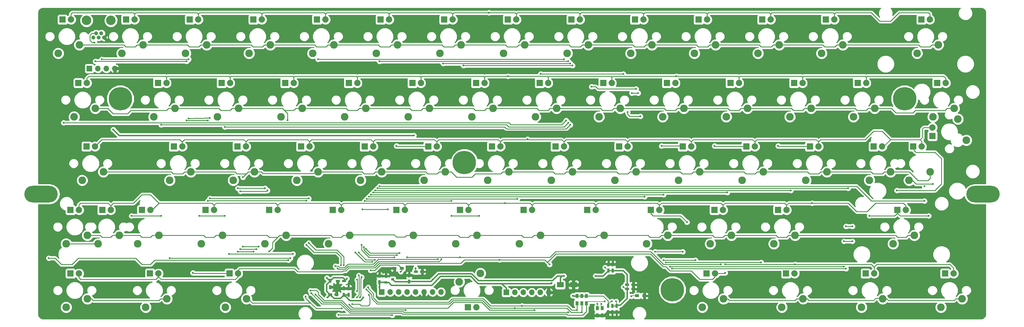
<source format=gtl>
G04 #@! TF.FileFunction,Copper,L1,Top,Signal*
%FSLAX46Y46*%
G04 Gerber Fmt 4.6, Leading zero omitted, Abs format (unit mm)*
G04 Created by KiCad (PCBNEW 4.0.5-e0-6337~49~ubuntu16.04.1) date Mon Jan 23 14:36:50 2017*
%MOMM*%
%LPD*%
G01*
G04 APERTURE LIST*
%ADD10C,0.150000*%
%ADD11C,2.286000*%
%ADD12C,1.905000*%
%ADD13R,1.905000X1.905000*%
%ADD14O,9.999980X5.001260*%
%ADD15C,7.000240*%
%ADD16C,7.001300*%
%ADD17R,0.750000X1.200000*%
%ADD18R,1.200000X0.750000*%
%ADD19R,0.900000X1.200000*%
%ADD20R,0.900000X0.800000*%
%ADD21R,1.200000X0.900000*%
%ADD22R,2.000000X1.600000*%
%ADD23R,1.700000X1.700000*%
%ADD24O,1.700000X1.700000*%
%ADD25C,1.206500*%
%ADD26C,2.849880*%
%ADD27C,0.600000*%
%ADD28C,0.254000*%
%ADD29C,0.250000*%
%ADD30C,0.406400*%
%ADD31C,0.200000*%
%ADD32C,0.889000*%
G04 APERTURE END LIST*
D10*
D11*
X318930020Y-136050020D03*
X325280020Y-133510020D03*
D12*
X194151250Y-155098750D03*
D13*
X191611250Y-155098750D03*
D14*
X345831200Y-121121200D03*
X63748900Y-121121200D03*
D15*
X322339900Y-92520800D03*
X252789400Y-149820700D03*
X190490000Y-111620000D03*
D16*
X87489300Y-92520800D03*
D11*
X80803750Y-136050020D03*
X87153750Y-133510020D03*
X323691250Y-117000020D03*
X330041250Y-114460020D03*
X340836250Y-104933750D03*
X338296250Y-98583750D03*
X326072500Y-78898750D03*
X332422500Y-76358750D03*
X333216250Y-155098750D03*
X339566250Y-152558750D03*
X309403750Y-155098750D03*
X315753750Y-152558750D03*
X285591250Y-155098750D03*
X291941250Y-152558750D03*
X261778750Y-155098750D03*
X268128750Y-152558750D03*
X118903750Y-155098750D03*
X125253750Y-152558750D03*
X95091250Y-155098750D03*
X101441250Y-152558750D03*
X71278750Y-155098750D03*
X77628750Y-152558750D03*
X283210000Y-136050020D03*
X289560000Y-133510020D03*
X264160000Y-136050020D03*
X270510000Y-133510020D03*
X245110000Y-136050020D03*
X251460000Y-133510020D03*
X226060000Y-136050020D03*
X232410000Y-133510020D03*
X207010000Y-136050020D03*
X213360000Y-133510020D03*
X187960000Y-136050020D03*
X194310000Y-133510020D03*
X168910000Y-136050020D03*
X175260000Y-133510020D03*
X149860000Y-136050020D03*
X156210000Y-133510020D03*
X130810000Y-136050020D03*
X137160000Y-133510020D03*
X111760000Y-136050020D03*
X118110000Y-133510020D03*
X92710000Y-136050020D03*
X99060000Y-133510020D03*
X71280020Y-136050020D03*
X77630020Y-133510020D03*
X311785000Y-117000020D03*
X318135000Y-114460020D03*
X292735000Y-117000020D03*
X299085000Y-114460020D03*
X273685000Y-117000020D03*
X280035000Y-114460020D03*
X254635000Y-117000020D03*
X260985000Y-114460020D03*
X235585000Y-117000020D03*
X241935000Y-114460020D03*
X216535000Y-117000020D03*
X222885000Y-114460020D03*
X197485000Y-117000020D03*
X203835000Y-114460020D03*
X178435000Y-117000020D03*
X184785000Y-114460020D03*
X159385000Y-117000020D03*
X165735000Y-114460020D03*
X140335000Y-117000020D03*
X146685000Y-114460020D03*
X121285000Y-117000020D03*
X127635000Y-114460020D03*
X102235000Y-117000020D03*
X108585000Y-114460020D03*
X76042520Y-117000020D03*
X82392520Y-114460020D03*
X330835000Y-97950020D03*
X337185000Y-95410020D03*
X307022500Y-97950020D03*
X313372500Y-95410020D03*
X287972500Y-97950020D03*
X294322500Y-95410020D03*
X268922500Y-97950020D03*
X275272500Y-95410020D03*
X249872500Y-97950020D03*
X256222500Y-95410020D03*
X230822500Y-97950020D03*
X237172500Y-95410020D03*
X211772500Y-97950020D03*
X218122500Y-95410020D03*
X192722500Y-97950020D03*
X199072500Y-95410020D03*
X173672500Y-97950020D03*
X180022500Y-95410020D03*
X154622500Y-97950020D03*
X160972500Y-95410020D03*
X135572500Y-97950020D03*
X141922500Y-95410020D03*
X116522500Y-97950020D03*
X122872500Y-95410020D03*
X97472500Y-97950020D03*
X103822500Y-95410020D03*
X73660000Y-97950020D03*
X80010000Y-95410020D03*
X297497500Y-78898750D03*
X303847500Y-76358750D03*
X278447500Y-78898750D03*
X284797500Y-76358750D03*
X259397500Y-78898750D03*
X265747500Y-76358750D03*
X240347500Y-78898750D03*
X246697500Y-76358750D03*
X221297500Y-78898750D03*
X227647500Y-76358750D03*
X202247500Y-78898750D03*
X208597500Y-76358750D03*
X183197500Y-78898750D03*
X189547500Y-76358750D03*
X145097500Y-78898750D03*
X151447500Y-76358750D03*
X126047500Y-78898750D03*
X132397500Y-76358750D03*
X106997500Y-78898750D03*
X113347500Y-76358750D03*
X87947500Y-78898750D03*
X94297500Y-76358750D03*
X68897500Y-78898750D03*
X75247500Y-76358750D03*
D12*
X337026250Y-144938750D03*
D13*
X334486250Y-144938750D03*
D12*
X322740020Y-125890020D03*
D13*
X320200020Y-125890020D03*
D12*
X327501250Y-106840020D03*
D13*
X324961250Y-106840020D03*
D12*
X330676250Y-101123750D03*
D13*
X330676250Y-103663750D03*
D12*
X334645000Y-87790020D03*
D13*
X332105000Y-87790020D03*
D12*
X329882500Y-68738750D03*
D13*
X327342500Y-68738750D03*
D12*
X313213750Y-144938750D03*
D13*
X310673750Y-144938750D03*
D12*
X315595000Y-106840020D03*
D13*
X313055000Y-106840020D03*
D12*
X310832500Y-87790020D03*
D13*
X308292500Y-87790020D03*
D12*
X301307500Y-68738750D03*
D13*
X298767500Y-68738750D03*
D12*
X289401250Y-144938750D03*
D13*
X286861250Y-144938750D03*
D12*
X287020000Y-125890020D03*
D13*
X284480000Y-125890020D03*
D12*
X296545000Y-106840020D03*
D13*
X294005000Y-106840020D03*
D12*
X291782500Y-87790020D03*
D13*
X289242500Y-87790020D03*
D12*
X282257500Y-68738750D03*
D13*
X279717500Y-68738750D03*
D12*
X265588750Y-144938750D03*
D13*
X263048750Y-144938750D03*
D12*
X267970000Y-125890020D03*
D13*
X265430000Y-125890020D03*
D12*
X277495000Y-106840020D03*
D13*
X274955000Y-106840020D03*
D12*
X272732500Y-87790020D03*
D13*
X270192500Y-87790020D03*
D12*
X263207500Y-68738750D03*
D13*
X260667500Y-68738750D03*
D12*
X248920000Y-125890020D03*
D13*
X246380000Y-125890020D03*
D12*
X258445000Y-106840020D03*
D13*
X255905000Y-106840020D03*
D12*
X253682500Y-87790020D03*
D13*
X251142500Y-87790020D03*
D12*
X244157500Y-68738750D03*
D13*
X241617500Y-68738750D03*
D12*
X229870000Y-125890020D03*
D13*
X227330000Y-125890020D03*
D12*
X239395000Y-106840020D03*
D13*
X236855000Y-106840020D03*
D12*
X234632500Y-87790020D03*
D13*
X232092500Y-87790020D03*
D12*
X225107500Y-68738750D03*
D13*
X222567500Y-68738750D03*
D12*
X210820000Y-125890020D03*
D13*
X208280000Y-125890020D03*
D12*
X220345000Y-106840020D03*
D13*
X217805000Y-106840020D03*
D12*
X215582500Y-87790020D03*
D13*
X213042500Y-87790020D03*
D12*
X206057500Y-68738750D03*
D13*
X203517500Y-68738750D03*
D12*
X191770000Y-125890020D03*
D13*
X189230000Y-125890020D03*
D12*
X201295000Y-106840020D03*
D13*
X198755000Y-106840020D03*
D12*
X196532500Y-87790020D03*
D13*
X193992500Y-87790020D03*
D12*
X187007500Y-68738750D03*
D13*
X184467500Y-68738750D03*
D12*
X172720000Y-125890020D03*
D13*
X170180000Y-125890020D03*
D12*
X182245000Y-106840020D03*
D13*
X179705000Y-106840020D03*
D12*
X177482500Y-87790020D03*
D13*
X174942500Y-87790020D03*
D12*
X167957500Y-68738750D03*
D13*
X165417500Y-68738750D03*
D12*
X153670000Y-125890020D03*
D13*
X151130000Y-125890020D03*
D12*
X163195000Y-106840020D03*
D13*
X160655000Y-106840020D03*
D12*
X158432500Y-87790020D03*
D13*
X155892500Y-87790020D03*
D12*
X148907500Y-68738750D03*
D13*
X146367500Y-68738750D03*
D12*
X134620000Y-125890020D03*
D13*
X132080000Y-125890020D03*
D12*
X144145000Y-106840020D03*
D13*
X141605000Y-106840020D03*
D12*
X139382500Y-87790020D03*
D13*
X136842500Y-87790020D03*
D12*
X129857500Y-68738750D03*
D13*
X127317500Y-68738750D03*
D12*
X122713750Y-144938750D03*
D13*
X120173750Y-144938750D03*
D12*
X115570000Y-125890020D03*
D13*
X113030000Y-125890020D03*
D12*
X125095000Y-106840020D03*
D13*
X122555000Y-106840020D03*
D12*
X120332500Y-87790020D03*
D13*
X117792500Y-87790020D03*
D12*
X110807500Y-68738750D03*
D13*
X108267500Y-68738750D03*
D12*
X98901250Y-144938750D03*
D13*
X96361250Y-144938750D03*
D12*
X96520000Y-125890020D03*
D13*
X93980000Y-125890020D03*
D12*
X106045000Y-106840020D03*
D13*
X103505000Y-106840020D03*
D12*
X101282500Y-87790020D03*
D13*
X98742500Y-87790020D03*
D12*
X91757500Y-68738750D03*
D13*
X89217500Y-68738750D03*
D12*
X75088750Y-144938750D03*
D13*
X72548750Y-144938750D03*
D12*
X84613750Y-125890020D03*
D13*
X82073750Y-125890020D03*
D12*
X75090020Y-125890020D03*
D13*
X72550020Y-125890020D03*
D12*
X77470000Y-87790020D03*
D13*
X74930000Y-87790020D03*
D12*
X72707500Y-68738750D03*
D13*
X70167500Y-68738750D03*
D11*
X164147500Y-78898750D03*
X170497500Y-76358750D03*
D12*
X79883000Y-106807000D03*
D13*
X77343000Y-106807000D03*
D17*
X234950000Y-144079000D03*
X234950000Y-142179000D03*
X233680000Y-144079000D03*
X233680000Y-142179000D03*
D18*
X239207000Y-148336000D03*
X241107000Y-148336000D03*
X239207000Y-149606000D03*
X241107000Y-149606000D03*
D17*
X234823000Y-154625000D03*
X234823000Y-156525000D03*
X236093000Y-154625000D03*
X236093000Y-156525000D03*
X233553000Y-154625000D03*
X233553000Y-156525000D03*
D19*
X230378000Y-155364000D03*
X230378000Y-157564000D03*
X227076000Y-151681000D03*
X227076000Y-153881000D03*
X231775000Y-155364000D03*
X231775000Y-157564000D03*
X224282000Y-151681000D03*
X224282000Y-153881000D03*
X225679000Y-151681000D03*
X225679000Y-153881000D03*
D17*
X173990000Y-147381000D03*
X173990000Y-145481000D03*
X165100000Y-147508000D03*
X165100000Y-145608000D03*
D20*
X167021000Y-145735000D03*
X167021000Y-147635000D03*
X169021000Y-146685000D03*
D11*
X195326000Y-144907000D03*
X188976000Y-147447000D03*
D21*
X171788000Y-143383000D03*
X169588000Y-143383000D03*
D18*
X175961000Y-144399000D03*
X177861000Y-144399000D03*
X150307000Y-151257000D03*
X152207000Y-151257000D03*
X154493000Y-147193000D03*
X152593000Y-147193000D03*
D17*
X154432000Y-151318000D03*
X154432000Y-149418000D03*
X150368000Y-147132000D03*
X150368000Y-149032000D03*
D22*
X219234000Y-148336000D03*
X223234000Y-148336000D03*
D21*
X242232000Y-151638000D03*
X244432000Y-151638000D03*
D23*
X78232000Y-83439000D03*
D24*
X80772000Y-83439000D03*
X83312000Y-83439000D03*
X85852000Y-83439000D03*
D23*
X165735000Y-150495000D03*
D24*
X168275000Y-150495000D03*
X170815000Y-150495000D03*
X173355000Y-150495000D03*
X175895000Y-150495000D03*
X178435000Y-150495000D03*
X180975000Y-150495000D03*
X183515000Y-150495000D03*
D23*
X203073000Y-150622000D03*
D24*
X205613000Y-150622000D03*
X208153000Y-150622000D03*
X210693000Y-150622000D03*
X213233000Y-150622000D03*
X215773000Y-150622000D03*
D17*
X155829000Y-151318000D03*
X155829000Y-149418000D03*
D25*
X81000000Y-74097780D03*
X80202440Y-72898900D03*
X82597660Y-74097780D03*
X81797560Y-72898900D03*
D26*
X84649980Y-69000000D03*
X77350020Y-69000000D03*
D25*
X79402340Y-74097780D03*
D27*
X168910000Y-157480000D03*
X152781000Y-157353000D03*
X175895000Y-143383000D03*
X227076000Y-144272000D03*
X177800000Y-145796000D03*
X151384000Y-157734000D03*
X234967750Y-147556250D03*
X237490000Y-145161000D03*
X237236000Y-152400000D03*
X234823000Y-157607000D03*
X234950000Y-140970000D03*
X242443000Y-150241000D03*
X234967750Y-150893750D03*
X154940000Y-102235000D03*
X149860000Y-102235000D03*
X135890000Y-102235000D03*
X130175000Y-102235000D03*
X120650000Y-102235000D03*
X116205000Y-102235000D03*
X108585000Y-82423000D03*
X86995000Y-82423000D03*
X109220000Y-102235000D03*
X231630250Y-149781250D03*
X232742750Y-150893750D03*
X233855250Y-150893750D03*
X231630250Y-150893750D03*
X231630250Y-147556250D03*
X173990000Y-102235000D03*
X180975000Y-102235000D03*
X299720000Y-130345000D03*
X302260000Y-121285000D03*
X302260000Y-116205000D03*
X246380000Y-102235000D03*
X236855000Y-102235000D03*
X302260000Y-102235000D03*
X260350000Y-102235000D03*
X279400000Y-102235000D03*
X267970000Y-102235000D03*
X152400000Y-149225000D03*
X160274000Y-152146000D03*
X165100000Y-148971000D03*
X155321000Y-146431000D03*
X149352000Y-146304000D03*
X149479000Y-152146000D03*
X216662000Y-147828000D03*
X223012000Y-151638000D03*
X234696000Y-153289000D03*
X155956000Y-152781000D03*
X238125000Y-148971000D03*
X229743000Y-145669000D03*
X220345000Y-145669000D03*
X85344000Y-101727000D03*
X180975000Y-146812000D03*
X175387000Y-103505000D03*
X235966000Y-153289000D03*
X232664000Y-143129000D03*
X102235000Y-140335000D03*
X138430000Y-140335000D03*
X99695000Y-127635000D03*
X90805000Y-127635000D03*
X120015000Y-139065000D03*
X139192000Y-139065000D03*
X118745000Y-127635000D03*
X111125000Y-127635000D03*
X157861000Y-138684000D03*
X162941000Y-141478000D03*
X163703000Y-140843000D03*
X158877000Y-138684000D03*
X167640000Y-125730000D03*
X160020000Y-125730000D03*
X169545000Y-140081000D03*
X159766000Y-136398000D03*
X160401000Y-137033000D03*
X170307000Y-139446000D03*
X160655000Y-123190000D03*
X186690000Y-123190000D03*
X186690000Y-127635000D03*
X194945000Y-127635000D03*
X161036000Y-137541000D03*
X171069000Y-138811000D03*
X206375000Y-122555000D03*
X161290000Y-122555000D03*
X161925000Y-121920000D03*
X244475000Y-121920000D03*
X228600000Y-88900000D03*
X241935000Y-89535000D03*
X250190000Y-121285000D03*
X162560000Y-121285000D03*
X163195000Y-120650000D03*
X269240000Y-120650000D03*
X288290000Y-120015000D03*
X163830000Y-120015000D03*
X164465000Y-119380000D03*
X305435000Y-119380000D03*
X165100000Y-118745000D03*
X328295000Y-123190000D03*
X328295000Y-118745000D03*
X330835000Y-118110000D03*
X153543000Y-142494000D03*
X113665000Y-123190000D03*
X143256000Y-123063000D03*
X107315000Y-81280000D03*
X107315000Y-99060000D03*
X113665000Y-99060000D03*
X80010000Y-81280000D03*
X143256000Y-136398000D03*
X182626000Y-140716000D03*
X151892000Y-142748000D03*
X183642000Y-140716000D03*
X152527000Y-143383000D03*
X158369000Y-152146000D03*
X158877000Y-145542000D03*
X159258000Y-152146000D03*
X159766000Y-146050000D03*
X131572000Y-120015000D03*
X123444000Y-120269000D03*
X123444000Y-137668000D03*
X137541000Y-98933000D03*
X128270000Y-137668000D03*
X124206000Y-116078000D03*
X124206000Y-136906000D03*
X128905000Y-136906000D03*
X132080000Y-138303000D03*
X143002000Y-151892000D03*
X173355000Y-140081000D03*
X161925000Y-151384000D03*
X156972000Y-154178000D03*
X153797000Y-155448000D03*
X267335000Y-142240000D03*
X189230000Y-140081000D03*
X99695000Y-100330000D03*
X221615000Y-99695000D03*
X118745000Y-100965000D03*
X222250000Y-100330000D03*
X109220000Y-144780000D03*
X146685000Y-80645000D03*
X220345000Y-80645000D03*
X165100000Y-81280000D03*
X221615000Y-81280000D03*
X222250000Y-81915000D03*
X184150000Y-81915000D03*
X170180000Y-106680000D03*
X190246000Y-82550000D03*
X222885000Y-82550000D03*
X238125000Y-85090000D03*
X213360000Y-85090000D03*
X242570000Y-90805000D03*
X240665000Y-90805000D03*
X243205000Y-97790000D03*
X239395000Y-96520000D03*
X255905000Y-138430000D03*
X247650000Y-138430000D03*
X257175000Y-129540000D03*
X249555000Y-106680000D03*
X259715000Y-140970000D03*
X250190000Y-140970000D03*
X265430000Y-106680000D03*
X279400000Y-141605000D03*
X250825000Y-141605000D03*
X284480000Y-106680000D03*
X304165000Y-142875000D03*
X304165000Y-135255000D03*
X306705000Y-135255000D03*
X252095000Y-142875000D03*
X252730000Y-143510000D03*
X306705000Y-130810000D03*
X304800000Y-130810000D03*
X304800000Y-143510000D03*
X311785000Y-127635000D03*
X329565000Y-127635000D03*
X320040000Y-120015000D03*
X158369000Y-146812000D03*
X162433000Y-144018000D03*
X158369000Y-150241000D03*
X171450000Y-144399000D03*
X203581000Y-85725000D03*
X254000000Y-85725000D03*
X209423000Y-104648000D03*
X202692000Y-123825000D03*
X294640000Y-123825000D03*
X201041000Y-140843000D03*
X216027000Y-142240000D03*
X268605000Y-142240000D03*
X268605000Y-144780000D03*
X289560000Y-142240000D03*
X114300000Y-122428000D03*
X107950000Y-80645000D03*
X107950000Y-98425000D03*
X114300000Y-98298000D03*
X81915000Y-80645000D03*
X143891000Y-122428000D03*
X143891000Y-135763000D03*
X154432000Y-142494000D03*
X130810000Y-119380000D03*
X122682000Y-119380000D03*
X122682000Y-138430000D03*
X127381000Y-138430000D03*
X137795000Y-140970000D03*
X66040000Y-140335000D03*
X197866000Y-66675000D03*
X70485000Y-99695000D03*
X220980000Y-99060000D03*
X230378000Y-154051000D03*
X144653000Y-150876000D03*
X232537000Y-153289000D03*
X161671000Y-149098000D03*
X207772000Y-154686000D03*
X224282000Y-155956000D03*
X161163000Y-149733000D03*
X205613000Y-155321000D03*
X225679000Y-156591000D03*
X145923000Y-151257000D03*
X221615000Y-156591000D03*
X231521000Y-154051000D03*
X144399000Y-150114000D03*
X172974000Y-155956000D03*
X156083000Y-154305000D03*
X211582000Y-155956000D03*
X240538000Y-151765000D03*
X79756000Y-75692000D03*
D28*
X168783000Y-157480000D02*
X168910000Y-157480000D01*
X168656000Y-157353000D02*
X168783000Y-157480000D01*
X152781000Y-157353000D02*
X168656000Y-157353000D01*
D29*
X175895000Y-144415000D02*
X175895000Y-143383000D01*
D30*
X231630250Y-147556250D02*
X230360250Y-147556250D01*
X230360250Y-147556250D02*
X227076000Y-144272000D01*
D29*
X237490000Y-145161000D02*
X237363000Y-145161000D01*
X237363000Y-145161000D02*
X234967750Y-147556250D01*
X234967750Y-150893750D02*
X235729750Y-150893750D01*
X235729750Y-150893750D02*
X237236000Y-152400000D01*
X234823000Y-156525000D02*
X234823000Y-157607000D01*
X234950000Y-142179000D02*
X234950000Y-140970000D01*
X241107000Y-149606000D02*
X241808000Y-149606000D01*
X241808000Y-149606000D02*
X242443000Y-150241000D01*
D31*
X234967750Y-150893750D02*
X234950000Y-150876000D01*
D30*
X86995000Y-82423000D02*
X108585000Y-82423000D01*
X109220000Y-102235000D02*
X116205000Y-102235000D01*
X116205000Y-102235000D02*
X120650000Y-102235000D01*
X120650000Y-102235000D02*
X130175000Y-102235000D01*
X130175000Y-102235000D02*
X135890000Y-102235000D01*
X135890000Y-102235000D02*
X149860000Y-102235000D01*
X149860000Y-102235000D02*
X154940000Y-102235000D01*
X173990000Y-102235000D02*
X154940000Y-102235000D01*
D32*
X231775000Y-157564000D02*
X232514000Y-157564000D01*
X232514000Y-157564000D02*
X233553000Y-156525000D01*
D31*
X231630250Y-149781250D02*
X231648000Y-149763500D01*
X231648000Y-149763500D02*
X231648000Y-149733000D01*
X232760500Y-150876000D02*
X232791000Y-150876000D01*
X232742750Y-150893750D02*
X232760500Y-150876000D01*
X233855250Y-150893750D02*
X233837500Y-150876000D01*
X233837500Y-150876000D02*
X233807000Y-150876000D01*
X231630250Y-150893750D02*
X231648000Y-150876000D01*
X231630250Y-147556250D02*
X231648000Y-147574000D01*
D30*
X152400000Y-149225000D02*
X152400000Y-151114000D01*
X152400000Y-151114000D02*
X152257000Y-151257000D01*
X152400000Y-149225000D02*
X154289000Y-149225000D01*
X154289000Y-149225000D02*
X154432000Y-149368000D01*
X152400000Y-149225000D02*
X152400000Y-147336000D01*
X152400000Y-147336000D02*
X152543000Y-147193000D01*
X150511000Y-149225000D02*
X152400000Y-149225000D01*
X150511000Y-149225000D02*
X150368000Y-149082000D01*
X152543000Y-147193000D02*
X152257000Y-147193000D01*
X299720000Y-130345000D02*
X299720000Y-130175000D01*
X302260000Y-102235000D02*
X279400000Y-102235000D01*
X173990000Y-102235000D02*
X180975000Y-102235000D01*
X180975000Y-102235000D02*
X236855000Y-102235000D01*
X236855000Y-102235000D02*
X246380000Y-102235000D01*
X246380000Y-102235000D02*
X260350000Y-102235000D01*
X260350000Y-102235000D02*
X267970000Y-102235000D01*
X267970000Y-102235000D02*
X279400000Y-102235000D01*
X155829000Y-151318000D02*
X154432000Y-151318000D01*
X160274000Y-152146000D02*
X159385000Y-153035000D01*
X159385000Y-153035000D02*
X156210000Y-153035000D01*
X156210000Y-153035000D02*
X155956000Y-152781000D01*
X165100000Y-148971000D02*
X165100000Y-149860000D01*
X165100000Y-149860000D02*
X165735000Y-150495000D01*
X165100000Y-148971000D02*
X165100000Y-147508000D01*
X155321000Y-146431000D02*
X154559000Y-147193000D01*
X149352000Y-146304000D02*
X150180000Y-147132000D01*
X150368000Y-147132000D02*
X150180000Y-147132000D01*
X154493000Y-147193000D02*
X154559000Y-147193000D01*
X154493000Y-147193000D02*
X154493000Y-147132000D01*
X149479000Y-152146000D02*
X150257000Y-151368000D01*
X224282000Y-151681000D02*
X223055000Y-151681000D01*
X215138000Y-147955000D02*
X201676000Y-147955000D01*
X216535000Y-147955000D02*
X215138000Y-147955000D01*
X216662000Y-147828000D02*
X216535000Y-147955000D01*
X223055000Y-151681000D02*
X223012000Y-151638000D01*
X180721000Y-148463000D02*
X180721000Y-148463000D01*
X180721000Y-148463000D02*
X183388000Y-145796000D01*
X183388000Y-145796000D02*
X192405000Y-145796000D01*
X192405000Y-145796000D02*
X194564000Y-147955000D01*
X167828000Y-147635000D02*
X168656000Y-148463000D01*
X168656000Y-148463000D02*
X180721000Y-148463000D01*
X167828000Y-147635000D02*
X167021000Y-147635000D01*
X201676000Y-147955000D02*
X194564000Y-147955000D01*
X203073000Y-150622000D02*
X203073000Y-149352000D01*
X203073000Y-149352000D02*
X201676000Y-147955000D01*
D29*
X227076000Y-151681000D02*
X232072000Y-151681000D01*
X233553000Y-153162000D02*
X233553000Y-154625000D01*
X232072000Y-151681000D02*
X233553000Y-153162000D01*
X225679000Y-151681000D02*
X227076000Y-151681000D01*
D31*
X234442000Y-153289000D02*
X233553000Y-154178000D01*
X234696000Y-153289000D02*
X234442000Y-153289000D01*
D30*
X165100000Y-147508000D02*
X166894000Y-147508000D01*
X166894000Y-147508000D02*
X167021000Y-147635000D01*
D31*
X233553000Y-154178000D02*
X233553000Y-154625000D01*
D29*
X224282000Y-151681000D02*
X225679000Y-151681000D01*
D31*
X233553000Y-154305000D02*
X233553000Y-154625000D01*
D30*
X154178000Y-146177000D02*
X153797000Y-146177000D01*
X151273000Y-146177000D02*
X150368000Y-147082000D01*
X153797000Y-146177000D02*
X151273000Y-146177000D01*
X153797000Y-146177000D02*
X153797000Y-146177000D01*
D29*
X154432000Y-151368000D02*
X154432000Y-151384000D01*
D30*
X154432000Y-151384000D02*
X153416000Y-152400000D01*
X153416000Y-152400000D02*
X151400000Y-152400000D01*
X151400000Y-152400000D02*
X150257000Y-151257000D01*
X154543000Y-146542000D02*
X154543000Y-147193000D01*
X154178000Y-146177000D02*
X154543000Y-146542000D01*
X155956000Y-152781000D02*
X154940000Y-151765000D01*
X154940000Y-151765000D02*
X154543000Y-151368000D01*
D29*
X154543000Y-151368000D02*
X154432000Y-151368000D01*
X150257000Y-151368000D02*
X150257000Y-151257000D01*
X150257000Y-147082000D02*
X150368000Y-147082000D01*
X150368000Y-147082000D02*
X150352000Y-147082000D01*
D30*
X150352000Y-147082000D02*
X149225000Y-148209000D01*
X149225000Y-150225000D02*
X150257000Y-151257000D01*
X149225000Y-148209000D02*
X149225000Y-150225000D01*
D29*
X154543000Y-147193000D02*
X154559000Y-147193000D01*
D31*
X238125000Y-148971000D02*
X238506000Y-149352000D01*
X239207000Y-149352000D02*
X238506000Y-149352000D01*
D30*
X236347000Y-154371000D02*
X237236000Y-154371000D01*
X239207000Y-152400000D02*
X237236000Y-154371000D01*
X239207000Y-152400000D02*
X239207000Y-149352000D01*
X236347000Y-154371000D02*
X236093000Y-154625000D01*
D29*
X236093000Y-154625000D02*
X234823000Y-154625000D01*
D30*
X219694000Y-145685000D02*
X220329000Y-145685000D01*
X232074000Y-145685000D02*
X233680000Y-144079000D01*
X229759000Y-145685000D02*
X232074000Y-145685000D01*
X229743000Y-145669000D02*
X229759000Y-145685000D01*
X220329000Y-145685000D02*
X220345000Y-145669000D01*
X85344000Y-101727000D02*
X87122000Y-103505000D01*
X146050000Y-103505000D02*
X120650000Y-103505000D01*
X165100000Y-103505000D02*
X146050000Y-103505000D01*
X175387000Y-103505000D02*
X165100000Y-103505000D01*
X120650000Y-103505000D02*
X101600000Y-103505000D01*
X101600000Y-103505000D02*
X87122000Y-103505000D01*
X180975000Y-146812000D02*
X182753000Y-145034000D01*
X182753000Y-145034000D02*
X192659000Y-145034000D01*
X192659000Y-145034000D02*
X194691000Y-147066000D01*
X194691000Y-147066000D02*
X216916000Y-147066000D01*
X216916000Y-147066000D02*
X218297000Y-145685000D01*
X218297000Y-145685000D02*
X219694000Y-145685000D01*
X219234000Y-148336000D02*
X219234000Y-146145000D01*
X219234000Y-146145000D02*
X219694000Y-145685000D01*
X173990000Y-147381000D02*
X169717000Y-147381000D01*
X169717000Y-147381000D02*
X169021000Y-146685000D01*
X169037000Y-146701000D02*
X169021000Y-146685000D01*
D31*
X236093000Y-153416000D02*
X236093000Y-154625000D01*
X235966000Y-153289000D02*
X236093000Y-153416000D01*
X235077000Y-154117000D02*
X234823000Y-154371000D01*
D30*
X234950000Y-144079000D02*
X238059000Y-144079000D01*
X239207000Y-145227000D02*
X239207000Y-148082000D01*
X238059000Y-144079000D02*
X239207000Y-145227000D01*
D29*
X233680000Y-144079000D02*
X234950000Y-144079000D01*
D31*
X232664000Y-143129000D02*
X233614000Y-144079000D01*
X233614000Y-144079000D02*
X233680000Y-144079000D01*
D29*
X239207000Y-149352000D02*
X239207000Y-148082000D01*
D30*
X85344000Y-101727000D02*
X85283000Y-101727000D01*
X173990000Y-147320000D02*
X180467000Y-147320000D01*
X180975000Y-146812000D02*
X180467000Y-147320000D01*
D29*
X138430000Y-140335000D02*
X102235000Y-140335000D01*
X90805000Y-127635000D02*
X99695000Y-127635000D01*
X120015000Y-139065000D02*
X139192000Y-139065000D01*
X111125000Y-127635000D02*
X118745000Y-127635000D01*
X157861000Y-138684000D02*
X160655000Y-141478000D01*
X160655000Y-141478000D02*
X162941000Y-141478000D01*
X161036000Y-140843000D02*
X163703000Y-140843000D01*
X158877000Y-138684000D02*
X161036000Y-140843000D01*
X167640000Y-125730000D02*
X160020000Y-125730000D01*
X161925000Y-140081000D02*
X169545000Y-140081000D01*
X159766000Y-137922000D02*
X161925000Y-140081000D01*
X159766000Y-136398000D02*
X159766000Y-137922000D01*
X160401000Y-137033000D02*
X160401000Y-137795000D01*
X160401000Y-137795000D02*
X162052000Y-139446000D01*
X162052000Y-139446000D02*
X170307000Y-139446000D01*
X160655000Y-123190000D02*
X186690000Y-123190000D01*
X186690000Y-127635000D02*
X194945000Y-127635000D01*
X161036000Y-137541000D02*
X162306000Y-138811000D01*
X162306000Y-138811000D02*
X171069000Y-138811000D01*
X206375000Y-122555000D02*
X161290000Y-122555000D01*
X244475000Y-121920000D02*
X161925000Y-121920000D01*
X229870000Y-88900000D02*
X228600000Y-88900000D01*
X230505000Y-89535000D02*
X229870000Y-88900000D01*
X241935000Y-89535000D02*
X230505000Y-89535000D01*
X250190000Y-121285000D02*
X162560000Y-121285000D01*
X269240000Y-120650000D02*
X163195000Y-120650000D01*
X163830000Y-120015000D02*
X288290000Y-120015000D01*
X164465000Y-119380000D02*
X305435000Y-119380000D01*
X165100000Y-118745000D02*
X307975000Y-118745000D01*
X312420000Y-123190000D02*
X328295000Y-123190000D01*
X307975000Y-118745000D02*
X312420000Y-123190000D01*
X324645020Y-117000020D02*
X325755000Y-118110000D01*
X325755000Y-118110000D02*
X330835000Y-118110000D01*
X323691250Y-117000020D02*
X324645020Y-117000020D01*
X71280020Y-136050020D02*
X80803750Y-136050020D01*
X153543000Y-142494000D02*
X153543000Y-139954000D01*
X153543000Y-139954000D02*
X152908000Y-139319000D01*
X113665000Y-123190000D02*
X113792000Y-123063000D01*
X113792000Y-123063000D02*
X143256000Y-123063000D01*
X107315000Y-99060000D02*
X113665000Y-99060000D01*
X80010000Y-81280000D02*
X107315000Y-81280000D01*
X152146000Y-138557000D02*
X152908000Y-139319000D01*
X145415000Y-138557000D02*
X152146000Y-138557000D01*
X143256000Y-136398000D02*
X145415000Y-138557000D01*
X164719000Y-140716000D02*
X182499000Y-140716000D01*
X163322000Y-142113000D02*
X164719000Y-140716000D01*
X155702000Y-142113000D02*
X163322000Y-142113000D01*
X154686000Y-143129000D02*
X155702000Y-142113000D01*
X153162000Y-143129000D02*
X154686000Y-143129000D01*
X151892000Y-142748000D02*
X152781000Y-142748000D01*
X182499000Y-140716000D02*
X182626000Y-140716000D01*
X153162000Y-143129000D02*
X152781000Y-142748000D01*
X154839886Y-143637000D02*
X152781000Y-143637000D01*
X154839886Y-143637000D02*
X155778943Y-142697943D01*
X155778943Y-142697943D02*
X163499057Y-142697943D01*
X163499057Y-142697943D02*
X164846000Y-141351000D01*
X164846000Y-141351000D02*
X183007000Y-141351000D01*
X183007000Y-141351000D02*
X183642000Y-140716000D01*
X152781000Y-143637000D02*
X152527000Y-143383000D01*
X152527000Y-143383000D02*
X152527000Y-143383000D01*
X158369000Y-152019000D02*
X158369000Y-152146000D01*
X159004000Y-151384000D02*
X158369000Y-152019000D01*
X159004000Y-145669000D02*
X159004000Y-151384000D01*
X158877000Y-145542000D02*
X159004000Y-145669000D01*
X159766000Y-146050000D02*
X159766000Y-146177000D01*
X159512000Y-151892000D02*
X159258000Y-152146000D01*
X159512000Y-151511000D02*
X159512000Y-151892000D01*
X159512000Y-146431000D02*
X159512000Y-151511000D01*
X159766000Y-146177000D02*
X159512000Y-146431000D01*
X127254000Y-137668000D02*
X128270000Y-137668000D01*
X131572000Y-120015000D02*
X131318000Y-120269000D01*
X131318000Y-120269000D02*
X123444000Y-120269000D01*
X123444000Y-137668000D02*
X127254000Y-137668000D01*
X136652000Y-96012000D02*
X137541000Y-96901000D01*
X137541000Y-96901000D02*
X137541000Y-98933000D01*
X80010000Y-95410020D02*
X83726020Y-95410020D01*
X101947980Y-95410020D02*
X103822500Y-95410020D01*
X101346000Y-96012000D02*
X101947980Y-95410020D01*
X90678000Y-96012000D02*
X101346000Y-96012000D01*
X89662000Y-97028000D02*
X90678000Y-96012000D01*
X85344000Y-97028000D02*
X89662000Y-97028000D01*
X83726020Y-95410020D02*
X85344000Y-97028000D01*
X313372500Y-95410020D02*
X318422020Y-95410020D01*
X335119980Y-95410020D02*
X337185000Y-95410020D01*
X334518000Y-96012000D02*
X335119980Y-95410020D01*
X325628000Y-96012000D02*
X334518000Y-96012000D01*
X324866000Y-96774000D02*
X325628000Y-96012000D01*
X319786000Y-96774000D02*
X324866000Y-96774000D01*
X318422020Y-95410020D02*
X319786000Y-96774000D01*
X294322500Y-95410020D02*
X307500020Y-95410020D01*
X311497980Y-95410020D02*
X313372500Y-95410020D01*
X310896000Y-96012000D02*
X311497980Y-95410020D01*
X308102000Y-96012000D02*
X310896000Y-96012000D01*
X307500020Y-95410020D02*
X308102000Y-96012000D01*
X275272500Y-95410020D02*
X288450020Y-95410020D01*
X292447980Y-95410020D02*
X294322500Y-95410020D01*
X291846000Y-96012000D02*
X292447980Y-95410020D01*
X289052000Y-96012000D02*
X291846000Y-96012000D01*
X288450020Y-95410020D02*
X289052000Y-96012000D01*
X256222500Y-95410020D02*
X269400020Y-95410020D01*
X273397980Y-95410020D02*
X275272500Y-95410020D01*
X272796000Y-96012000D02*
X273397980Y-95410020D01*
X270002000Y-96012000D02*
X272796000Y-96012000D01*
X269400020Y-95410020D02*
X270002000Y-96012000D01*
X237172500Y-95410020D02*
X250350020Y-95410020D01*
X254347980Y-95410020D02*
X256222500Y-95410020D01*
X253746000Y-96012000D02*
X254347980Y-95410020D01*
X250952000Y-96012000D02*
X253746000Y-96012000D01*
X250350020Y-95410020D02*
X250952000Y-96012000D01*
X218122500Y-95410020D02*
X231300020Y-95410020D01*
X235297980Y-95410020D02*
X237172500Y-95410020D01*
X234696000Y-96012000D02*
X235297980Y-95410020D01*
X231902000Y-96012000D02*
X234696000Y-96012000D01*
X231300020Y-95410020D02*
X231902000Y-96012000D01*
X199072500Y-95410020D02*
X212250020Y-95410020D01*
X216247980Y-95410020D02*
X218122500Y-95410020D01*
X215646000Y-96012000D02*
X216247980Y-95410020D01*
X212852000Y-96012000D02*
X215646000Y-96012000D01*
X212250020Y-95410020D02*
X212852000Y-96012000D01*
X180022500Y-95410020D02*
X193200020Y-95410020D01*
X197197980Y-95410020D02*
X199072500Y-95410020D01*
X196596000Y-96012000D02*
X197197980Y-95410020D01*
X193802000Y-96012000D02*
X196596000Y-96012000D01*
X193200020Y-95410020D02*
X193802000Y-96012000D01*
X160972500Y-95410020D02*
X174150020Y-95410020D01*
X178147980Y-95410020D02*
X180022500Y-95410020D01*
X177546000Y-96012000D02*
X178147980Y-95410020D01*
X174752000Y-96012000D02*
X177546000Y-96012000D01*
X174150020Y-95410020D02*
X174752000Y-96012000D01*
X141922500Y-95410020D02*
X150495000Y-95410020D01*
X150495000Y-95410020D02*
X155100020Y-95410020D01*
X159097980Y-95410020D02*
X160972500Y-95410020D01*
X158496000Y-96012000D02*
X159097980Y-95410020D01*
X155702000Y-96012000D02*
X158496000Y-96012000D01*
X155100020Y-95410020D02*
X155702000Y-96012000D01*
X122872500Y-95410020D02*
X136050020Y-95410020D01*
X140047980Y-95410020D02*
X141922500Y-95410020D01*
X139446000Y-96012000D02*
X140047980Y-95410020D01*
X136652000Y-96012000D02*
X139446000Y-96012000D01*
X136050020Y-95410020D02*
X136652000Y-96012000D01*
X103822500Y-95410020D02*
X117000020Y-95410020D01*
X120997980Y-95410020D02*
X122872500Y-95410020D01*
X120396000Y-96012000D02*
X120997980Y-95410020D01*
X117602000Y-96012000D02*
X120396000Y-96012000D01*
X117000020Y-95410020D02*
X117602000Y-96012000D01*
X124206000Y-136906000D02*
X128905000Y-136906000D01*
X124206000Y-116078000D02*
X125222000Y-115062000D01*
X326390000Y-117094000D02*
X329311000Y-117094000D01*
X323756020Y-114460020D02*
X326390000Y-117094000D01*
X318135000Y-114460020D02*
X323756020Y-114460020D01*
X330041250Y-116363750D02*
X330041250Y-114460020D01*
X329311000Y-117094000D02*
X330041250Y-116363750D01*
X145415000Y-114935000D02*
X144145000Y-114935000D01*
X129700020Y-114460020D02*
X127635000Y-114460020D01*
X130175000Y-114935000D02*
X129700020Y-114460020D01*
X144145000Y-114935000D02*
X130175000Y-114935000D01*
X146685000Y-114460020D02*
X145889980Y-114460020D01*
X145889980Y-114460020D02*
X145415000Y-114935000D01*
X299085000Y-114460020D02*
X312326020Y-114460020D01*
X316323980Y-114460020D02*
X318135000Y-114460020D01*
X315722000Y-115062000D02*
X316323980Y-114460020D01*
X312928000Y-115062000D02*
X315722000Y-115062000D01*
X312326020Y-114460020D02*
X312928000Y-115062000D01*
X280035000Y-114460020D02*
X293276020Y-114460020D01*
X297273980Y-114460020D02*
X299085000Y-114460020D01*
X296672000Y-115062000D02*
X297273980Y-114460020D01*
X293878000Y-115062000D02*
X296672000Y-115062000D01*
X293276020Y-114460020D02*
X293878000Y-115062000D01*
X260985000Y-114460020D02*
X274226020Y-114460020D01*
X278223980Y-114460020D02*
X280035000Y-114460020D01*
X277622000Y-115062000D02*
X278223980Y-114460020D01*
X274828000Y-115062000D02*
X277622000Y-115062000D01*
X274226020Y-114460020D02*
X274828000Y-115062000D01*
X241935000Y-114460020D02*
X255176020Y-114460020D01*
X259173980Y-114460020D02*
X260985000Y-114460020D01*
X258572000Y-115062000D02*
X259173980Y-114460020D01*
X255778000Y-115062000D02*
X258572000Y-115062000D01*
X255176020Y-114460020D02*
X255778000Y-115062000D01*
X222885000Y-114460020D02*
X236126020Y-114460020D01*
X240123980Y-114460020D02*
X241935000Y-114460020D01*
X239522000Y-115062000D02*
X240123980Y-114460020D01*
X236728000Y-115062000D02*
X239522000Y-115062000D01*
X236126020Y-114460020D02*
X236728000Y-115062000D01*
X203835000Y-114460020D02*
X217076020Y-114460020D01*
X221073980Y-114460020D02*
X222885000Y-114460020D01*
X220472000Y-115062000D02*
X221073980Y-114460020D01*
X217678000Y-115062000D02*
X220472000Y-115062000D01*
X217076020Y-114460020D02*
X217678000Y-115062000D01*
X184785000Y-114460020D02*
X186596020Y-114460020D01*
X202023980Y-114460020D02*
X203835000Y-114460020D01*
X201422000Y-115062000D02*
X202023980Y-114460020D01*
X193802000Y-115062000D02*
X201422000Y-115062000D01*
X192786000Y-116078000D02*
X193802000Y-115062000D01*
X188214000Y-116078000D02*
X192786000Y-116078000D01*
X186596020Y-114460020D02*
X188214000Y-116078000D01*
X165735000Y-114460020D02*
X178976020Y-114460020D01*
X182973980Y-114460020D02*
X184785000Y-114460020D01*
X182372000Y-115062000D02*
X182973980Y-114460020D01*
X179578000Y-115062000D02*
X182372000Y-115062000D01*
X178976020Y-114460020D02*
X179578000Y-115062000D01*
X146685000Y-114460020D02*
X159926020Y-114460020D01*
X163923980Y-114460020D02*
X165735000Y-114460020D01*
X163322000Y-115062000D02*
X163923980Y-114460020D01*
X160528000Y-115062000D02*
X163322000Y-115062000D01*
X159926020Y-114460020D02*
X160528000Y-115062000D01*
X108585000Y-114460020D02*
X121826020Y-114460020D01*
X122428000Y-115062000D02*
X125222000Y-115062000D01*
X121826020Y-114460020D02*
X122428000Y-115062000D01*
X125222000Y-115062000D02*
X125823980Y-114460020D01*
X125823980Y-114460020D02*
X127635000Y-114460020D01*
X82392520Y-114460020D02*
X102776020Y-114460020D01*
X106773980Y-114460020D02*
X108585000Y-114460020D01*
X106172000Y-115062000D02*
X106773980Y-114460020D01*
X103378000Y-115062000D02*
X106172000Y-115062000D01*
X102776020Y-114460020D02*
X103378000Y-115062000D01*
X133096000Y-135636000D02*
X133096000Y-137287000D01*
X133096000Y-137287000D02*
X132080000Y-138303000D01*
X134620000Y-134112000D02*
X133096000Y-135636000D01*
X163830000Y-133350000D02*
X169545000Y-133350000D01*
X173194980Y-133510020D02*
X175260000Y-133510020D01*
X172720000Y-133985000D02*
X173194980Y-133510020D01*
X170180000Y-133985000D02*
X172720000Y-133985000D01*
X169545000Y-133350000D02*
X170180000Y-133985000D01*
X163830000Y-133350000D02*
X156370020Y-133350000D01*
X156370020Y-133350000D02*
X156210000Y-133510020D01*
X289560000Y-133510020D02*
X319692020Y-133510020D01*
X323435980Y-133510020D02*
X325280020Y-133510020D01*
X322834000Y-134112000D02*
X323435980Y-133510020D01*
X320294000Y-134112000D02*
X322834000Y-134112000D01*
X319692020Y-133510020D02*
X320294000Y-134112000D01*
X270510000Y-133510020D02*
X283878020Y-133510020D01*
X287621980Y-133510020D02*
X289560000Y-133510020D01*
X287020000Y-134112000D02*
X287621980Y-133510020D01*
X284480000Y-134112000D02*
X287020000Y-134112000D01*
X283878020Y-133510020D02*
X284480000Y-134112000D01*
X251460000Y-133510020D02*
X264828020Y-133510020D01*
X268571980Y-133510020D02*
X270510000Y-133510020D01*
X267970000Y-134112000D02*
X268571980Y-133510020D01*
X265430000Y-134112000D02*
X267970000Y-134112000D01*
X264828020Y-133510020D02*
X265430000Y-134112000D01*
X232410000Y-133510020D02*
X245524020Y-133510020D01*
X249521980Y-133510020D02*
X251460000Y-133510020D01*
X248920000Y-134112000D02*
X249521980Y-133510020D01*
X246126000Y-134112000D02*
X248920000Y-134112000D01*
X245524020Y-133510020D02*
X246126000Y-134112000D01*
X213360000Y-133510020D02*
X226728020Y-133510020D01*
X230471980Y-133510020D02*
X232410000Y-133510020D01*
X229870000Y-134112000D02*
X230471980Y-133510020D01*
X227330000Y-134112000D02*
X229870000Y-134112000D01*
X226728020Y-133510020D02*
X227330000Y-134112000D01*
X194310000Y-133510020D02*
X207678020Y-133510020D01*
X211421980Y-133510020D02*
X213360000Y-133510020D01*
X210820000Y-134112000D02*
X211421980Y-133510020D01*
X208280000Y-134112000D02*
X210820000Y-134112000D01*
X207678020Y-133510020D02*
X208280000Y-134112000D01*
X175260000Y-133510020D02*
X188628020Y-133510020D01*
X188628020Y-133510020D02*
X189230000Y-134112000D01*
X189230000Y-134112000D02*
X191770000Y-134112000D01*
X191770000Y-134112000D02*
X192371980Y-133510020D01*
X192371980Y-133510020D02*
X194310000Y-133510020D01*
X137160000Y-133510020D02*
X150528020Y-133510020D01*
X154271980Y-133510020D02*
X156210000Y-133510020D01*
X153670000Y-134112000D02*
X154271980Y-133510020D01*
X151130000Y-134112000D02*
X153670000Y-134112000D01*
X150528020Y-133510020D02*
X151130000Y-134112000D01*
X118110000Y-133510020D02*
X131478020Y-133510020D01*
X135221980Y-133510020D02*
X137160000Y-133510020D01*
X134620000Y-134112000D02*
X135221980Y-133510020D01*
X132080000Y-134112000D02*
X134620000Y-134112000D01*
X131478020Y-133510020D02*
X132080000Y-134112000D01*
X99060000Y-133510020D02*
X112428020Y-133510020D01*
X116171980Y-133510020D02*
X118110000Y-133510020D01*
X115570000Y-134112000D02*
X116171980Y-133510020D01*
X113030000Y-134112000D02*
X115570000Y-134112000D01*
X112428020Y-133510020D02*
X113030000Y-134112000D01*
X87153750Y-133510020D02*
X93378020Y-133510020D01*
X97121980Y-133510020D02*
X99060000Y-133510020D01*
X96520000Y-134112000D02*
X97121980Y-133510020D01*
X93980000Y-134112000D02*
X96520000Y-134112000D01*
X93378020Y-133510020D02*
X93980000Y-134112000D01*
X77630020Y-133510020D02*
X81440020Y-133510020D01*
X85183980Y-133510020D02*
X87153750Y-133510020D01*
X84582000Y-134112000D02*
X85183980Y-133510020D01*
X82042000Y-134112000D02*
X84582000Y-134112000D01*
X81440020Y-133510020D02*
X82042000Y-134112000D01*
D28*
X143002000Y-151892000D02*
X143002000Y-152400000D01*
X143002000Y-152400000D02*
X144399000Y-153797000D01*
D29*
X161925000Y-151384000D02*
X161925000Y-151638000D01*
X176403000Y-140081000D02*
X176784000Y-140081000D01*
X189230000Y-140081000D02*
X176784000Y-140081000D01*
X173355000Y-140081000D02*
X176403000Y-140081000D01*
X146177000Y-155448000D02*
X144399000Y-153797000D01*
X146177000Y-155448000D02*
X153797000Y-155448000D01*
X159131000Y-154178000D02*
X156972000Y-154178000D01*
X159639000Y-154686000D02*
X159131000Y-154178000D01*
X161671000Y-154686000D02*
X159639000Y-154686000D01*
X162179000Y-154178000D02*
X161671000Y-154686000D01*
X162179000Y-151892000D02*
X162179000Y-154178000D01*
X161925000Y-151638000D02*
X162179000Y-151892000D01*
D28*
X125253750Y-152558750D02*
X125761750Y-152558750D01*
X125761750Y-152558750D02*
X127000000Y-153797000D01*
X127000000Y-153797000D02*
X144399000Y-153797000D01*
D29*
X217805000Y-138430000D02*
X216154000Y-140081000D01*
X250190000Y-142240000D02*
X267335000Y-142240000D01*
X246380000Y-138430000D02*
X217805000Y-138430000D01*
X250190000Y-142240000D02*
X246380000Y-138430000D01*
X216154000Y-140081000D02*
X189230000Y-140081000D01*
X125222000Y-152527000D02*
X125253750Y-152558750D01*
X337661250Y-152558750D02*
X339566250Y-152558750D01*
X337185000Y-153035000D02*
X337661250Y-152558750D01*
X317500000Y-153035000D02*
X337185000Y-153035000D01*
X317023750Y-152558750D02*
X317500000Y-153035000D01*
X315753750Y-152558750D02*
X317023750Y-152558750D01*
X291941250Y-152558750D02*
X293211250Y-152558750D01*
X313690000Y-152400000D02*
X315595000Y-152400000D01*
X313055000Y-153035000D02*
X313690000Y-152400000D01*
X293687500Y-153035000D02*
X313055000Y-153035000D01*
X293211250Y-152558750D02*
X293687500Y-153035000D01*
X315595000Y-152400000D02*
X315753750Y-152558750D01*
X268128750Y-152558750D02*
X269398750Y-152558750D01*
X290036250Y-152558750D02*
X291941250Y-152558750D01*
X289560000Y-153035000D02*
X290036250Y-152558750D01*
X269875000Y-153035000D02*
X289560000Y-153035000D01*
X269398750Y-152558750D02*
X269875000Y-153035000D01*
X77628750Y-152558750D02*
X78898750Y-152558750D01*
X99536250Y-152558750D02*
X101441250Y-152558750D01*
X99060000Y-153035000D02*
X99536250Y-152558750D01*
X79375000Y-153035000D02*
X99060000Y-153035000D01*
X78898750Y-152558750D02*
X79375000Y-153035000D01*
X221615000Y-99695000D02*
X220345000Y-100965000D01*
X203200000Y-100330000D02*
X99695000Y-100330000D01*
X203835000Y-100965000D02*
X203200000Y-100330000D01*
X203835000Y-100965000D02*
X220345000Y-100965000D01*
X203200000Y-101600000D02*
X202565000Y-100965000D01*
X202565000Y-100965000D02*
X118745000Y-100965000D01*
X220980000Y-101600000D02*
X222250000Y-100330000D01*
X220980000Y-101600000D02*
X203200000Y-101600000D01*
X109378750Y-144938750D02*
X120173750Y-144938750D01*
X109220000Y-144780000D02*
X109378750Y-144938750D01*
X220345000Y-80645000D02*
X146685000Y-80645000D01*
X221615000Y-81280000D02*
X165100000Y-81280000D01*
X222250000Y-81915000D02*
X184150000Y-81915000D01*
X170180000Y-106680000D02*
X170340020Y-106840020D01*
X170340020Y-106840020D02*
X179705000Y-106840020D01*
X222885000Y-82550000D02*
X190246000Y-82550000D01*
X213360000Y-85090000D02*
X238125000Y-85090000D01*
X240665000Y-90805000D02*
X242570000Y-90805000D01*
X243205000Y-97790000D02*
X240030000Y-97790000D01*
X240030000Y-97790000D02*
X239395000Y-97155000D01*
X239395000Y-97155000D02*
X239395000Y-96520000D01*
X236694980Y-106680000D02*
X236855000Y-106840020D01*
X247650000Y-138430000D02*
X255905000Y-138430000D01*
X247015000Y-127635000D02*
X255270000Y-127635000D01*
X247015000Y-127635000D02*
X246380000Y-127000000D01*
X246380000Y-125890020D02*
X246380000Y-127000000D01*
X255270000Y-127635000D02*
X257175000Y-129540000D01*
X255744980Y-106680000D02*
X249555000Y-106680000D01*
X255744980Y-106680000D02*
X255905000Y-106840020D01*
X250190000Y-140970000D02*
X259715000Y-140970000D01*
X262890000Y-144780000D02*
X263048750Y-144938750D01*
X265430000Y-106680000D02*
X265590020Y-106840020D01*
X265590020Y-106840020D02*
X274955000Y-106840020D01*
X250825000Y-141605000D02*
X279400000Y-141605000D01*
X284480000Y-106680000D02*
X284640020Y-106840020D01*
X284640020Y-106840020D02*
X294005000Y-106840020D01*
X286702500Y-144780000D02*
X286861250Y-144938750D01*
X252095000Y-142875000D02*
X304165000Y-142875000D01*
X304165000Y-135255000D02*
X306705000Y-135255000D01*
X304800000Y-130810000D02*
X306705000Y-130810000D01*
X252730000Y-143510000D02*
X304800000Y-143510000D01*
X311785000Y-127635000D02*
X319405000Y-127635000D01*
X320200020Y-126839980D02*
X319405000Y-127635000D01*
X320200020Y-126839980D02*
X320995040Y-127635000D01*
X320995040Y-127635000D02*
X329565000Y-127635000D01*
X320200020Y-126839980D02*
X320200020Y-125890020D01*
X333375000Y-118110000D02*
X333375000Y-110490000D01*
X325120000Y-106998770D02*
X325120000Y-107950000D01*
X325755000Y-108585000D02*
X331470000Y-108585000D01*
X325755000Y-108585000D02*
X325120000Y-107950000D01*
X331470000Y-120015000D02*
X333375000Y-118110000D01*
X331470000Y-120015000D02*
X320040000Y-120015000D01*
X333375000Y-110490000D02*
X331470000Y-108585000D01*
X325120000Y-106998770D02*
X324961250Y-106840020D01*
X158496000Y-147193000D02*
X158369000Y-146812000D01*
X158496000Y-150114000D02*
X158496000Y-147828000D01*
X158369000Y-150241000D02*
X158496000Y-150114000D01*
X158496000Y-147828000D02*
X158496000Y-147193000D01*
X162433000Y-144018000D02*
X163703000Y-144018000D01*
X170772000Y-142367000D02*
X171788000Y-143383000D01*
X165354000Y-142367000D02*
X170772000Y-142367000D01*
X163703000Y-144018000D02*
X165354000Y-142367000D01*
X171788000Y-143383000D02*
X171788000Y-144061000D01*
X171788000Y-144061000D02*
X171450000Y-144399000D01*
X162433000Y-144018000D02*
X162419557Y-144004557D01*
X162419557Y-144004557D02*
X162433000Y-144018000D01*
X334645000Y-87790020D02*
X334645000Y-86360000D01*
X311150000Y-85725000D02*
X310832500Y-86042500D01*
X334010000Y-85725000D02*
X311150000Y-85725000D01*
X334645000Y-86360000D02*
X334010000Y-85725000D01*
X310832500Y-87790020D02*
X310832500Y-86042500D01*
X292100000Y-85725000D02*
X291782500Y-86042500D01*
X310515000Y-85725000D02*
X292100000Y-85725000D01*
X310832500Y-86042500D02*
X310515000Y-85725000D01*
X291782500Y-87790020D02*
X291782500Y-86042500D01*
X273050000Y-85725000D02*
X272732500Y-86042500D01*
X291465000Y-85725000D02*
X273050000Y-85725000D01*
X291782500Y-86042500D02*
X291465000Y-85725000D01*
X272732500Y-87790020D02*
X272732500Y-86042500D01*
X272415000Y-85725000D02*
X253746000Y-85725000D01*
X272732500Y-86042500D02*
X272415000Y-85725000D01*
X234632500Y-86042500D02*
X234950000Y-85725000D01*
X234950000Y-85725000D02*
X253746000Y-85725000D01*
X234632500Y-87790020D02*
X234632500Y-86042500D01*
X215900000Y-85725000D02*
X215582500Y-86042500D01*
X234315000Y-85725000D02*
X215900000Y-85725000D01*
X234632500Y-86042500D02*
X234315000Y-85725000D01*
X215582500Y-87790020D02*
X215582500Y-86042500D01*
X196850000Y-85725000D02*
X196532500Y-86042500D01*
X215265000Y-85725000D02*
X203581000Y-85725000D01*
X203581000Y-85725000D02*
X196850000Y-85725000D01*
X215582500Y-86042500D02*
X215265000Y-85725000D01*
X196532500Y-87790020D02*
X196532500Y-86042500D01*
X177800000Y-85725000D02*
X177482500Y-86042500D01*
X196215000Y-85725000D02*
X177800000Y-85725000D01*
X196532500Y-86042500D02*
X196215000Y-85725000D01*
X177482500Y-87790020D02*
X177482500Y-86042500D01*
X158750000Y-85725000D02*
X158432500Y-86042500D01*
X177165000Y-85725000D02*
X158750000Y-85725000D01*
X177482500Y-86042500D02*
X177165000Y-85725000D01*
X158432500Y-87790020D02*
X158432500Y-86042500D01*
X139700000Y-85725000D02*
X139382500Y-86042500D01*
X158115000Y-85725000D02*
X139700000Y-85725000D01*
X158432500Y-86042500D02*
X158115000Y-85725000D01*
X139382500Y-87790020D02*
X139382500Y-86042500D01*
X120650000Y-85725000D02*
X120332500Y-86042500D01*
X139065000Y-85725000D02*
X120650000Y-85725000D01*
X139382500Y-86042500D02*
X139065000Y-85725000D01*
X120332500Y-87790020D02*
X120332500Y-86042500D01*
X101600000Y-85725000D02*
X101282500Y-86042500D01*
X120015000Y-85725000D02*
X101600000Y-85725000D01*
X120332500Y-86042500D02*
X120015000Y-85725000D01*
X101282500Y-87790020D02*
X101282500Y-86042500D01*
X78105000Y-85725000D02*
X100965000Y-85725000D01*
X77470000Y-86360000D02*
X78105000Y-85725000D01*
X77470000Y-86360000D02*
X77470000Y-87790020D01*
X101282500Y-86042500D02*
X100965000Y-85725000D01*
X254000000Y-85725000D02*
X253746000Y-85725000D01*
X209423000Y-104648000D02*
X209423000Y-104775000D01*
X106045000Y-106840020D02*
X106045000Y-105537000D01*
X81915000Y-104775000D02*
X79883000Y-106807000D01*
X105283000Y-104775000D02*
X81915000Y-104775000D01*
X106045000Y-105537000D02*
X105283000Y-104775000D01*
X296545000Y-105410000D02*
X297180000Y-104775000D01*
X297180000Y-104775000D02*
X310515000Y-104775000D01*
X315595000Y-102235000D02*
X318135000Y-104775000D01*
X313055000Y-102235000D02*
X315595000Y-102235000D01*
X310515000Y-104775000D02*
X313055000Y-102235000D01*
X296545000Y-106840020D02*
X296545000Y-105410000D01*
X278130000Y-104775000D02*
X277495000Y-105410000D01*
X295910000Y-104775000D02*
X278130000Y-104775000D01*
X296545000Y-105410000D02*
X295910000Y-104775000D01*
X277495000Y-106840020D02*
X277495000Y-105410000D01*
X276860000Y-104775000D02*
X271780000Y-104775000D01*
X277495000Y-105410000D02*
X276860000Y-104775000D01*
X258445000Y-105410000D02*
X259080000Y-104775000D01*
X259080000Y-104775000D02*
X271780000Y-104775000D01*
X258445000Y-106840020D02*
X258445000Y-105410000D01*
X240030000Y-104775000D02*
X239395000Y-105410000D01*
X257810000Y-104775000D02*
X240030000Y-104775000D01*
X258445000Y-105410000D02*
X257810000Y-104775000D01*
X239395000Y-106840020D02*
X239395000Y-105410000D01*
X220980000Y-104775000D02*
X220345000Y-105410000D01*
X220980000Y-104775000D02*
X238760000Y-104775000D01*
X239395000Y-105410000D02*
X238760000Y-104775000D01*
X220345000Y-105410000D02*
X219710000Y-104775000D01*
X201930000Y-104775000D02*
X209423000Y-104775000D01*
X209423000Y-104775000D02*
X219710000Y-104775000D01*
X201930000Y-104775000D02*
X201295000Y-105410000D01*
X220345000Y-106840020D02*
X220345000Y-105410000D01*
X201295000Y-106840020D02*
X201295000Y-105410000D01*
X201295000Y-105410000D02*
X200660000Y-104775000D01*
X200660000Y-104775000D02*
X182880000Y-104775000D01*
X182880000Y-104775000D02*
X182245000Y-105410000D01*
X182245000Y-106840020D02*
X182245000Y-105410000D01*
X163830000Y-104775000D02*
X163195000Y-105410000D01*
X181610000Y-104775000D02*
X163830000Y-104775000D01*
X182245000Y-105410000D02*
X181610000Y-104775000D01*
X163195000Y-106840020D02*
X163195000Y-105410000D01*
X144780000Y-104775000D02*
X144145000Y-105410000D01*
X162560000Y-104775000D02*
X144780000Y-104775000D01*
X163195000Y-105410000D02*
X162560000Y-104775000D01*
X144145000Y-106840020D02*
X144145000Y-105410000D01*
X125730000Y-104775000D02*
X125095000Y-105410000D01*
X143510000Y-104775000D02*
X125730000Y-104775000D01*
X144145000Y-105410000D02*
X143510000Y-104775000D01*
X125095000Y-106840020D02*
X125095000Y-105410000D01*
X106045000Y-105410000D02*
X106045000Y-106840020D01*
X124460000Y-104775000D02*
X106680000Y-104775000D01*
X106680000Y-104775000D02*
X106045000Y-105410000D01*
X125095000Y-105410000D02*
X124460000Y-104775000D01*
X327025000Y-104775000D02*
X327660000Y-104140000D01*
X328136250Y-101123750D02*
X330676250Y-101123750D01*
X327660000Y-101600000D02*
X328136250Y-101123750D01*
X327660000Y-104140000D02*
X327660000Y-101600000D01*
X318135000Y-104775000D02*
X327025000Y-104775000D01*
X327501250Y-105251250D02*
X327501250Y-106840020D01*
X327025000Y-104775000D02*
X327501250Y-105251250D01*
X315595000Y-106840020D02*
X316069980Y-106840020D01*
X316069980Y-106840020D02*
X318135000Y-104775000D01*
X153670000Y-124460000D02*
X154305000Y-123825000D01*
X172085000Y-123825000D02*
X172720000Y-124460000D01*
X154305000Y-123825000D02*
X172085000Y-123825000D01*
X153670000Y-125890020D02*
X153670000Y-124460000D01*
X135255000Y-123825000D02*
X134620000Y-124460000D01*
X153035000Y-123825000D02*
X135255000Y-123825000D01*
X153670000Y-124460000D02*
X153035000Y-123825000D01*
X134620000Y-125890020D02*
X134620000Y-124460000D01*
X116205000Y-123825000D02*
X115570000Y-124460000D01*
X133985000Y-123825000D02*
X116205000Y-123825000D01*
X134620000Y-124460000D02*
X133985000Y-123825000D01*
X115570000Y-125890020D02*
X115570000Y-124460000D01*
X114935000Y-123825000D02*
X99060000Y-123825000D01*
X115570000Y-124460000D02*
X114935000Y-123825000D01*
X91440000Y-123825000D02*
X85407500Y-123825000D01*
X99060000Y-123825000D02*
X96520000Y-121285000D01*
X96520000Y-121285000D02*
X93980000Y-121285000D01*
X93980000Y-121285000D02*
X91440000Y-123825000D01*
X85407500Y-123825000D02*
X84613750Y-124618750D01*
X99060000Y-123825000D02*
X96994980Y-125890020D01*
X96994980Y-125890020D02*
X96520000Y-125890020D01*
X84613750Y-125890020D02*
X84613750Y-124618750D01*
X75090020Y-124299980D02*
X75565000Y-123825000D01*
X84613750Y-124618750D02*
X83820000Y-123825000D01*
X83820000Y-123825000D02*
X75565000Y-123825000D01*
X75090020Y-124299980D02*
X75090020Y-125890020D01*
X172720000Y-124460000D02*
X173355000Y-123825000D01*
X191135000Y-123825000D02*
X173355000Y-123825000D01*
X191135000Y-123825000D02*
X191770000Y-124460000D01*
X172720000Y-125890020D02*
X172720000Y-124460000D01*
X191770000Y-124460000D02*
X192405000Y-123825000D01*
X210185000Y-123825000D02*
X202692000Y-123825000D01*
X202692000Y-123825000D02*
X192405000Y-123825000D01*
X210185000Y-123825000D02*
X210820000Y-124460000D01*
X191770000Y-125890020D02*
X191770000Y-124460000D01*
X210820000Y-124460000D02*
X211455000Y-123825000D01*
X229235000Y-123825000D02*
X211455000Y-123825000D01*
X229235000Y-123825000D02*
X229870000Y-124460000D01*
X210820000Y-125890020D02*
X210820000Y-124460000D01*
X229870000Y-124460000D02*
X230505000Y-123825000D01*
X230505000Y-123825000D02*
X248285000Y-123825000D01*
X248285000Y-123825000D02*
X248920000Y-124460000D01*
X229870000Y-125890020D02*
X229870000Y-124460000D01*
X248920000Y-124460000D02*
X249555000Y-123825000D01*
X249555000Y-123825000D02*
X267335000Y-123825000D01*
X267335000Y-123825000D02*
X267970000Y-124460000D01*
X248920000Y-125890020D02*
X248920000Y-124460000D01*
X267970000Y-124460000D02*
X268605000Y-123825000D01*
X286385000Y-123825000D02*
X268605000Y-123825000D01*
X286385000Y-123825000D02*
X287020000Y-124460000D01*
X267970000Y-125890020D02*
X267970000Y-124460000D01*
X287020000Y-124460000D02*
X287655000Y-123825000D01*
X287655000Y-123825000D02*
X294640000Y-123825000D01*
X287020000Y-125890020D02*
X287020000Y-124460000D01*
X313690000Y-123825000D02*
X321945000Y-123825000D01*
X321945000Y-123825000D02*
X322740020Y-124620020D01*
X322740020Y-124620020D02*
X322740020Y-125890020D01*
X311150000Y-126365000D02*
X313690000Y-123825000D01*
X294640000Y-123825000D02*
X305435000Y-123825000D01*
X305435000Y-123825000D02*
X307975000Y-126365000D01*
X307975000Y-126365000D02*
X311150000Y-126365000D01*
X155956000Y-143256000D02*
X155067000Y-144145000D01*
X155067000Y-144145000D02*
X154178000Y-144145000D01*
X153924000Y-144399000D02*
X154178000Y-144145000D01*
X179324000Y-141859000D02*
X189484000Y-141859000D01*
X165100000Y-141859000D02*
X179324000Y-141859000D01*
X163703000Y-143256000D02*
X165100000Y-141859000D01*
X155956000Y-143256000D02*
X163703000Y-143256000D01*
X153924000Y-144399000D02*
X153924000Y-144399000D01*
X153924000Y-144399000D02*
X140589000Y-144399000D01*
X123190000Y-143510000D02*
X139700000Y-143510000D01*
X139700000Y-143510000D02*
X140589000Y-144399000D01*
X122713750Y-143986250D02*
X123190000Y-143510000D01*
X196342000Y-140843000D02*
X201041000Y-140843000D01*
X196342000Y-140843000D02*
X195580000Y-140843000D01*
X190500000Y-140843000D02*
X190500000Y-140843000D01*
X189484000Y-141859000D02*
X190500000Y-140843000D01*
X190500000Y-140843000D02*
X195580000Y-140843000D01*
X195580000Y-140843000D02*
X195580000Y-140843000D01*
X216027000Y-142240000D02*
X215392000Y-141605000D01*
X217932000Y-139065000D02*
X215392000Y-141605000D01*
X212598000Y-140843000D02*
X201041000Y-140843000D01*
X212598000Y-140843000D02*
X214630000Y-140843000D01*
X215392000Y-141605000D02*
X214630000Y-140843000D01*
X189484000Y-141859000D02*
X189484000Y-141859000D01*
X246253000Y-139065000D02*
X217932000Y-139065000D01*
X250063000Y-142875000D02*
X250825000Y-142875000D01*
X250825000Y-142875000D02*
X252095000Y-144145000D01*
X252095000Y-144145000D02*
X258445000Y-144145000D01*
X258445000Y-144145000D02*
X260985000Y-146685000D01*
X260985000Y-146685000D02*
X264795000Y-146685000D01*
X264795000Y-146685000D02*
X265588750Y-145891250D01*
X250063000Y-142875000D02*
X246253000Y-139065000D01*
X75565000Y-146685000D02*
X98107500Y-146685000D01*
X75088750Y-144938750D02*
X75088750Y-146208750D01*
X75088750Y-146208750D02*
X75565000Y-146685000D01*
X98107500Y-146685000D02*
X98901250Y-145891250D01*
X98901250Y-145891250D02*
X98901250Y-144938750D01*
X98901250Y-145891250D02*
X99695000Y-146685000D01*
X121920000Y-146685000D02*
X99695000Y-146685000D01*
X121920000Y-146685000D02*
X122713750Y-145891250D01*
X122713750Y-144938750D02*
X122713750Y-145891250D01*
X335915000Y-142240000D02*
X314007500Y-142240000D01*
X335915000Y-142240000D02*
X337026250Y-143351250D01*
X337026250Y-144938750D02*
X337026250Y-143351250D01*
X314007500Y-142240000D02*
X313213750Y-143033750D01*
X313213750Y-144938750D02*
X313213750Y-143033750D01*
X312420000Y-142240000D02*
X289560000Y-142240000D01*
X313213750Y-143033750D02*
X312420000Y-142240000D01*
X122713750Y-144938750D02*
X122713750Y-143986250D01*
X265588750Y-145891250D02*
X265588750Y-144938750D01*
X265588750Y-144938750D02*
X268446250Y-144938750D01*
X268605000Y-142240000D02*
X289560000Y-142240000D01*
X268446250Y-144938750D02*
X268605000Y-144780000D01*
X143891000Y-135763000D02*
X146050000Y-137922000D01*
X146050000Y-137922000D02*
X152400000Y-137922000D01*
X152400000Y-137922000D02*
X153670000Y-139192000D01*
X107950000Y-98425000D02*
X114300000Y-98298000D01*
X81915000Y-80645000D02*
X107950000Y-80645000D01*
X114300000Y-122428000D02*
X143891000Y-122428000D01*
X154432000Y-139954000D02*
X153670000Y-139192000D01*
X154432000Y-142494000D02*
X154432000Y-139954000D01*
X130810000Y-119380000D02*
X122682000Y-119380000D01*
X122682000Y-138430000D02*
X127381000Y-138430000D01*
X303847500Y-76358750D02*
X326548750Y-76358750D01*
X330549250Y-76358750D02*
X332422500Y-76358750D01*
X329946000Y-76962000D02*
X330549250Y-76358750D01*
X327152000Y-76962000D02*
X329946000Y-76962000D01*
X326548750Y-76358750D02*
X327152000Y-76962000D01*
X284797500Y-76358750D02*
X297846750Y-76358750D01*
X302101250Y-76358750D02*
X303847500Y-76358750D01*
X301498000Y-76962000D02*
X302101250Y-76358750D01*
X298450000Y-76962000D02*
X301498000Y-76962000D01*
X297846750Y-76358750D02*
X298450000Y-76962000D01*
X265747500Y-76358750D02*
X278796750Y-76358750D01*
X283051250Y-76358750D02*
X284797500Y-76358750D01*
X282448000Y-76962000D02*
X283051250Y-76358750D01*
X279400000Y-76962000D02*
X282448000Y-76962000D01*
X278796750Y-76358750D02*
X279400000Y-76962000D01*
X246697500Y-76358750D02*
X260000750Y-76358750D01*
X264001250Y-76358750D02*
X265747500Y-76358750D01*
X263398000Y-76962000D02*
X264001250Y-76358750D01*
X260604000Y-76962000D02*
X263398000Y-76962000D01*
X260000750Y-76358750D02*
X260604000Y-76962000D01*
X227647500Y-76358750D02*
X240950750Y-76358750D01*
X244951250Y-76358750D02*
X246697500Y-76358750D01*
X244348000Y-76962000D02*
X244951250Y-76358750D01*
X241554000Y-76962000D02*
X244348000Y-76962000D01*
X240950750Y-76358750D02*
X241554000Y-76962000D01*
X208597500Y-76358750D02*
X221900750Y-76358750D01*
X225901250Y-76358750D02*
X227647500Y-76358750D01*
X225298000Y-76962000D02*
X225901250Y-76358750D01*
X222504000Y-76962000D02*
X225298000Y-76962000D01*
X221900750Y-76358750D02*
X222504000Y-76962000D01*
X189547500Y-76358750D02*
X202850750Y-76358750D01*
X206851250Y-76358750D02*
X208597500Y-76358750D01*
X206248000Y-76962000D02*
X206851250Y-76358750D01*
X203454000Y-76962000D02*
X206248000Y-76962000D01*
X202850750Y-76358750D02*
X203454000Y-76962000D01*
X170497500Y-76358750D02*
X183800750Y-76358750D01*
X187801250Y-76358750D02*
X189547500Y-76358750D01*
X187198000Y-76962000D02*
X187801250Y-76358750D01*
X184404000Y-76962000D02*
X187198000Y-76962000D01*
X183800750Y-76358750D02*
X184404000Y-76962000D01*
X151447500Y-76358750D02*
X164750750Y-76358750D01*
X168751250Y-76358750D02*
X170497500Y-76358750D01*
X168148000Y-76962000D02*
X168751250Y-76358750D01*
X165354000Y-76962000D02*
X168148000Y-76962000D01*
X164750750Y-76358750D02*
X165354000Y-76962000D01*
X132397500Y-76358750D02*
X145700750Y-76358750D01*
X149701250Y-76358750D02*
X151447500Y-76358750D01*
X149098000Y-76962000D02*
X149701250Y-76358750D01*
X146304000Y-76962000D02*
X149098000Y-76962000D01*
X145700750Y-76358750D02*
X146304000Y-76962000D01*
X113347500Y-76358750D02*
X126650750Y-76358750D01*
X130651250Y-76358750D02*
X132397500Y-76358750D01*
X130048000Y-76962000D02*
X130651250Y-76358750D01*
X127254000Y-76962000D02*
X130048000Y-76962000D01*
X126650750Y-76358750D02*
X127254000Y-76962000D01*
X94297500Y-76358750D02*
X107600750Y-76358750D01*
X111601250Y-76358750D02*
X113347500Y-76358750D01*
X110998000Y-76962000D02*
X111601250Y-76358750D01*
X108204000Y-76962000D02*
X110998000Y-76962000D01*
X107600750Y-76358750D02*
X108204000Y-76962000D01*
X75247500Y-76358750D02*
X88550750Y-76358750D01*
X92551250Y-76358750D02*
X94297500Y-76358750D01*
X91948000Y-76962000D02*
X92551250Y-76358750D01*
X89154000Y-76962000D02*
X91948000Y-76962000D01*
X88550750Y-76358750D02*
X89154000Y-76962000D01*
X67945000Y-140335000D02*
X69850000Y-142240000D01*
X69850000Y-142240000D02*
X73025000Y-142240000D01*
X73025000Y-142240000D02*
X74930000Y-140335000D01*
X74930000Y-140335000D02*
X92075000Y-140335000D01*
X92075000Y-140335000D02*
X93980000Y-142240000D01*
X93980000Y-142240000D02*
X96520000Y-142240000D01*
X96520000Y-142240000D02*
X97790000Y-140970000D01*
X97790000Y-140970000D02*
X137795000Y-140970000D01*
X66040000Y-140335000D02*
X67945000Y-140335000D01*
X329882500Y-68738750D02*
X329882500Y-66992500D01*
X301625000Y-66675000D02*
X312420000Y-66675000D01*
X312420000Y-66675000D02*
X314960000Y-69215000D01*
X314960000Y-69215000D02*
X318135000Y-69215000D01*
X318135000Y-69215000D02*
X320675000Y-66675000D01*
X320675000Y-66675000D02*
X329565000Y-66675000D01*
X301625000Y-66675000D02*
X301307500Y-66992500D01*
X329882500Y-66992500D02*
X329565000Y-66675000D01*
X301307500Y-68738750D02*
X301307500Y-66992500D01*
X282575000Y-66675000D02*
X282257500Y-66992500D01*
X300990000Y-66675000D02*
X282575000Y-66675000D01*
X301307500Y-66992500D02*
X300990000Y-66675000D01*
X282257500Y-68738750D02*
X282257500Y-66992500D01*
X281940000Y-66675000D02*
X274320000Y-66675000D01*
X282257500Y-66992500D02*
X281940000Y-66675000D01*
X263207500Y-66992500D02*
X263525000Y-66675000D01*
X263525000Y-66675000D02*
X274320000Y-66675000D01*
X263207500Y-68738750D02*
X263207500Y-66992500D01*
X244475000Y-66675000D02*
X244157500Y-66992500D01*
X262890000Y-66675000D02*
X244475000Y-66675000D01*
X263207500Y-66992500D02*
X262890000Y-66675000D01*
X244157500Y-68738750D02*
X244157500Y-66992500D01*
X225425000Y-66675000D02*
X225107500Y-66992500D01*
X243840000Y-66675000D02*
X225425000Y-66675000D01*
X244157500Y-66992500D02*
X243840000Y-66675000D01*
X225107500Y-68738750D02*
X225107500Y-66992500D01*
X206375000Y-66675000D02*
X206057500Y-66992500D01*
X224790000Y-66675000D02*
X206375000Y-66675000D01*
X225107500Y-66992500D02*
X224790000Y-66675000D01*
X206057500Y-68738750D02*
X206057500Y-66992500D01*
X187325000Y-66675000D02*
X187007500Y-66992500D01*
X205740000Y-66675000D02*
X197866000Y-66675000D01*
X197866000Y-66675000D02*
X187325000Y-66675000D01*
X206057500Y-66992500D02*
X205740000Y-66675000D01*
X187007500Y-68738750D02*
X187007500Y-66992500D01*
X168275000Y-66675000D02*
X167957500Y-66992500D01*
X168275000Y-66675000D02*
X186690000Y-66675000D01*
X187007500Y-66992500D02*
X186690000Y-66675000D01*
X167957500Y-68738750D02*
X167957500Y-66992500D01*
X149225000Y-66675000D02*
X148907500Y-66992500D01*
X167640000Y-66675000D02*
X149225000Y-66675000D01*
X167957500Y-66992500D02*
X167640000Y-66675000D01*
X148907500Y-68738750D02*
X148907500Y-66992500D01*
X130175000Y-66675000D02*
X129857500Y-66992500D01*
X148590000Y-66675000D02*
X130175000Y-66675000D01*
X148907500Y-66992500D02*
X148590000Y-66675000D01*
X129857500Y-68738750D02*
X129857500Y-66992500D01*
X111125000Y-66675000D02*
X110807500Y-66992500D01*
X129540000Y-66675000D02*
X111125000Y-66675000D01*
X129857500Y-66992500D02*
X129540000Y-66675000D01*
X110807500Y-68738750D02*
X110807500Y-66992500D01*
X92075000Y-66675000D02*
X91757500Y-66992500D01*
X110490000Y-66675000D02*
X92075000Y-66675000D01*
X110807500Y-66992500D02*
X110490000Y-66675000D01*
X91757500Y-66992500D02*
X91440000Y-66675000D01*
X72707500Y-66992500D02*
X73025000Y-66675000D01*
X73025000Y-66675000D02*
X91440000Y-66675000D01*
X72707500Y-66992500D02*
X72707500Y-68738750D01*
X91757500Y-68738750D02*
X91757500Y-66992500D01*
X220980000Y-99060000D02*
X219710000Y-100330000D01*
X204470000Y-100330000D02*
X219710000Y-100330000D01*
X204470000Y-100330000D02*
X203835000Y-99695000D01*
X203835000Y-99695000D02*
X70485000Y-99695000D01*
D31*
X230378000Y-154051000D02*
X230378000Y-155364000D01*
D28*
X171958000Y-157099000D02*
X171704000Y-156845000D01*
D29*
X170815000Y-156845000D02*
X156337000Y-156845000D01*
X187579000Y-157099000D02*
X171958000Y-157099000D01*
X144653000Y-150876000D02*
X147828000Y-154051000D01*
X153289000Y-154051000D02*
X147828000Y-154051000D01*
X156337000Y-156845000D02*
X153289000Y-154051000D01*
X205182998Y-157099000D02*
X187579000Y-157099000D01*
X205182998Y-157099000D02*
X221107000Y-157099000D01*
X221107000Y-157099000D02*
X221488000Y-157480000D01*
X221488000Y-157480000D02*
X225933000Y-157480000D01*
X225933000Y-157480000D02*
X227076000Y-156337000D01*
X227076000Y-156337000D02*
X227076000Y-153881000D01*
D28*
X171704000Y-156845000D02*
X170815000Y-156845000D01*
D31*
X227541000Y-153416000D02*
X227076000Y-153881000D01*
X232410000Y-153416000D02*
X227541000Y-153416000D01*
X232537000Y-153289000D02*
X232410000Y-153416000D01*
D29*
X163322000Y-152273000D02*
X163322000Y-151003000D01*
X207772000Y-154686000D02*
X198374000Y-154686000D01*
X196215000Y-152527000D02*
X186817000Y-152527000D01*
X198374000Y-154686000D02*
X196215000Y-152527000D01*
X164592000Y-153543000D02*
X163322000Y-152273000D01*
X175768000Y-153543000D02*
X185801000Y-153543000D01*
X175768000Y-153543000D02*
X165608000Y-153543000D01*
X186817000Y-152527000D02*
X185801000Y-153543000D01*
X165608000Y-153543000D02*
X164592000Y-153543000D01*
X161671000Y-149352000D02*
X163322000Y-151003000D01*
X161671000Y-149098000D02*
X161671000Y-149352000D01*
X221361000Y-154686000D02*
X207772000Y-154686000D01*
X207772000Y-154686000D02*
X207772000Y-154686000D01*
X222631000Y-155956000D02*
X221361000Y-154686000D01*
X224282000Y-155956000D02*
X222631000Y-155956000D01*
X224282000Y-155956000D02*
X224282000Y-153881000D01*
X162764998Y-152477998D02*
X162764998Y-151334998D01*
X164338000Y-154051000D02*
X162764998Y-152477998D01*
X205613000Y-155321000D02*
X198247000Y-155321000D01*
X198247000Y-155321000D02*
X195961000Y-153035000D01*
X195961000Y-153035000D02*
X187071000Y-153035000D01*
X187071000Y-153035000D02*
X186055000Y-154051000D01*
X186055000Y-154051000D02*
X185547000Y-154051000D01*
X175514000Y-154051000D02*
X165481000Y-154051000D01*
X175514000Y-154051000D02*
X185547000Y-154051000D01*
X165481000Y-154051000D02*
X164338000Y-154051000D01*
X162764998Y-151334998D02*
X161163000Y-149733000D01*
X161290000Y-149733000D02*
X161163000Y-149733000D01*
X225679000Y-156591000D02*
X222504000Y-156591000D01*
X221234000Y-155321000D02*
X205613000Y-155321000D01*
X222504000Y-156591000D02*
X221234000Y-155321000D01*
X161163000Y-149733000D02*
X161163000Y-149733000D01*
X225679000Y-156591000D02*
X225679000Y-153881000D01*
X148209000Y-153543000D02*
X145923000Y-151257000D01*
X153543000Y-153543000D02*
X148209000Y-153543000D01*
X153543000Y-153543000D02*
X156464000Y-156337000D01*
D28*
X172593000Y-156591000D02*
X172466000Y-156591000D01*
D29*
X221615000Y-156591000D02*
X205359000Y-156591000D01*
X205359000Y-156591000D02*
X187579000Y-156591000D01*
X187579000Y-156591000D02*
X172593000Y-156591000D01*
D28*
X172212000Y-156337000D02*
X156464000Y-156337000D01*
X172466000Y-156591000D02*
X172212000Y-156337000D01*
D31*
X231478000Y-154094000D02*
X231478000Y-155829000D01*
X231521000Y-154051000D02*
X231478000Y-154094000D01*
D29*
X171576993Y-156347403D02*
X156464000Y-156337000D01*
D28*
X172974000Y-155956000D02*
X172923791Y-155956000D01*
D29*
X146812000Y-151257000D02*
X146812000Y-150622000D01*
X148590000Y-153035000D02*
X146812000Y-151257000D01*
X153797000Y-153035000D02*
X148590000Y-153035000D01*
X156210000Y-155448000D02*
X153797000Y-153035000D01*
X146812000Y-150622000D02*
X146177000Y-149987000D01*
D28*
X146177000Y-149987000D02*
X144526000Y-149987000D01*
X144526000Y-149987000D02*
X144399000Y-150114000D01*
X156591000Y-155829000D02*
X156210000Y-155448000D01*
X172796791Y-155829000D02*
X156591000Y-155829000D01*
X172923791Y-155956000D02*
X172796791Y-155829000D01*
D29*
X172974000Y-155956000D02*
X172847000Y-156083000D01*
X211582000Y-155956000D02*
X203073000Y-155956000D01*
X203073000Y-155956000D02*
X198120000Y-155956000D01*
X198120000Y-155956000D02*
X195707000Y-153543000D01*
X195707000Y-153543000D02*
X187325000Y-153543000D01*
X187325000Y-153543000D02*
X185548467Y-155319533D01*
X185548467Y-155319533D02*
X157099000Y-155321000D01*
X157099000Y-155321000D02*
X156083000Y-154305000D01*
D31*
X240665000Y-151638000D02*
X242232000Y-151638000D01*
X240538000Y-151765000D02*
X240665000Y-151638000D01*
D29*
X80202440Y-72898900D02*
X78993100Y-72898900D01*
X79629000Y-75565000D02*
X79756000Y-75692000D01*
X78994000Y-75565000D02*
X79629000Y-75565000D01*
X78359000Y-74930000D02*
X78994000Y-75565000D01*
X78359000Y-73533000D02*
X78359000Y-74930000D01*
X78993100Y-72898900D02*
X78359000Y-73533000D01*
D28*
G36*
X314845256Y-65609178D02*
X314515876Y-66402414D01*
X314515126Y-67261317D01*
X314820726Y-68000924D01*
X312957401Y-66137599D01*
X312710839Y-65972852D01*
X312420000Y-65915000D01*
X301625000Y-65915000D01*
X301334161Y-65972852D01*
X301307500Y-65990666D01*
X301280839Y-65972852D01*
X300990000Y-65915000D01*
X282575000Y-65915000D01*
X282284161Y-65972852D01*
X282257500Y-65990666D01*
X282230839Y-65972852D01*
X281940000Y-65915000D01*
X263525000Y-65915000D01*
X263234161Y-65972852D01*
X263207500Y-65990666D01*
X263180839Y-65972852D01*
X262890000Y-65915000D01*
X244475000Y-65915000D01*
X244184161Y-65972852D01*
X244157500Y-65990666D01*
X244130839Y-65972852D01*
X243840000Y-65915000D01*
X225425000Y-65915000D01*
X225134161Y-65972852D01*
X225107500Y-65990666D01*
X225080839Y-65972852D01*
X224790000Y-65915000D01*
X206375000Y-65915000D01*
X206084161Y-65972852D01*
X206057500Y-65990666D01*
X206030839Y-65972852D01*
X205740000Y-65915000D01*
X198428463Y-65915000D01*
X198396327Y-65882808D01*
X198052799Y-65740162D01*
X197680833Y-65739838D01*
X197337057Y-65881883D01*
X197303882Y-65915000D01*
X187325000Y-65915000D01*
X187034161Y-65972852D01*
X187007500Y-65990666D01*
X186980839Y-65972852D01*
X186690000Y-65915000D01*
X168275000Y-65915000D01*
X167984161Y-65972852D01*
X167957500Y-65990666D01*
X167930839Y-65972852D01*
X167640000Y-65915000D01*
X149225000Y-65915000D01*
X148934161Y-65972852D01*
X148907500Y-65990666D01*
X148880839Y-65972852D01*
X148590000Y-65915000D01*
X130175000Y-65915000D01*
X129884161Y-65972852D01*
X129857500Y-65990666D01*
X129830839Y-65972852D01*
X129540000Y-65915000D01*
X111125000Y-65915000D01*
X110834161Y-65972852D01*
X110807500Y-65990666D01*
X110780839Y-65972852D01*
X110490000Y-65915000D01*
X92075000Y-65915000D01*
X91784161Y-65972852D01*
X91757500Y-65990666D01*
X91730839Y-65972852D01*
X91440000Y-65915000D01*
X73025000Y-65915000D01*
X72734161Y-65972852D01*
X72487599Y-66137599D01*
X72170099Y-66455099D01*
X72005352Y-66701661D01*
X71947500Y-66992500D01*
X71947500Y-67335098D01*
X71809428Y-67392148D01*
X71694690Y-67506686D01*
X71584090Y-67334809D01*
X71371890Y-67189819D01*
X71120000Y-67138810D01*
X69215000Y-67138810D01*
X68979683Y-67183088D01*
X68763559Y-67322160D01*
X68618569Y-67534360D01*
X68567560Y-67786250D01*
X68567560Y-69691250D01*
X68611838Y-69926567D01*
X68750910Y-70142691D01*
X68963110Y-70287681D01*
X69215000Y-70338690D01*
X71120000Y-70338690D01*
X71355317Y-70294412D01*
X71571441Y-70155340D01*
X71696216Y-69972726D01*
X71807079Y-70083782D01*
X72390341Y-70325974D01*
X73021888Y-70326525D01*
X73605572Y-70085352D01*
X74052532Y-69639171D01*
X74294724Y-69055909D01*
X74295275Y-68424362D01*
X74054102Y-67840678D01*
X73649131Y-67435000D01*
X76002013Y-67435000D01*
X75604706Y-67831614D01*
X75290438Y-68588455D01*
X75289723Y-69407950D01*
X75602669Y-70165338D01*
X76181634Y-70745314D01*
X76938475Y-71059582D01*
X77757970Y-71060297D01*
X78515358Y-70747351D01*
X79095334Y-70168386D01*
X79409602Y-69411545D01*
X79410317Y-68592050D01*
X79097371Y-67834662D01*
X78698406Y-67435000D01*
X83301973Y-67435000D01*
X82904666Y-67831614D01*
X82590398Y-68588455D01*
X82589683Y-69407950D01*
X82902629Y-70165338D01*
X83481594Y-70745314D01*
X84238435Y-71059582D01*
X85057930Y-71060297D01*
X85815318Y-70747351D01*
X86395294Y-70168386D01*
X86709562Y-69411545D01*
X86710277Y-68592050D01*
X86397331Y-67834662D01*
X85998366Y-67435000D01*
X87736459Y-67435000D01*
X87668569Y-67534360D01*
X87617560Y-67786250D01*
X87617560Y-69691250D01*
X87661838Y-69926567D01*
X87800910Y-70142691D01*
X88013110Y-70287681D01*
X88265000Y-70338690D01*
X90170000Y-70338690D01*
X90405317Y-70294412D01*
X90621441Y-70155340D01*
X90746216Y-69972726D01*
X90857079Y-70083782D01*
X91440341Y-70325974D01*
X92071888Y-70326525D01*
X92655572Y-70085352D01*
X93102532Y-69639171D01*
X93344724Y-69055909D01*
X93345275Y-68424362D01*
X93104102Y-67840678D01*
X92699131Y-67435000D01*
X106786459Y-67435000D01*
X106718569Y-67534360D01*
X106667560Y-67786250D01*
X106667560Y-69691250D01*
X106711838Y-69926567D01*
X106850910Y-70142691D01*
X107063110Y-70287681D01*
X107315000Y-70338690D01*
X109220000Y-70338690D01*
X109455317Y-70294412D01*
X109671441Y-70155340D01*
X109796216Y-69972726D01*
X109907079Y-70083782D01*
X110490341Y-70325974D01*
X111121888Y-70326525D01*
X111705572Y-70085352D01*
X112152532Y-69639171D01*
X112394724Y-69055909D01*
X112395275Y-68424362D01*
X112154102Y-67840678D01*
X111749131Y-67435000D01*
X125836459Y-67435000D01*
X125768569Y-67534360D01*
X125717560Y-67786250D01*
X125717560Y-69691250D01*
X125761838Y-69926567D01*
X125900910Y-70142691D01*
X126113110Y-70287681D01*
X126365000Y-70338690D01*
X128270000Y-70338690D01*
X128505317Y-70294412D01*
X128721441Y-70155340D01*
X128846216Y-69972726D01*
X128957079Y-70083782D01*
X129540341Y-70325974D01*
X130171888Y-70326525D01*
X130755572Y-70085352D01*
X131202532Y-69639171D01*
X131444724Y-69055909D01*
X131445275Y-68424362D01*
X131204102Y-67840678D01*
X130799131Y-67435000D01*
X144886459Y-67435000D01*
X144818569Y-67534360D01*
X144767560Y-67786250D01*
X144767560Y-69691250D01*
X144811838Y-69926567D01*
X144950910Y-70142691D01*
X145163110Y-70287681D01*
X145415000Y-70338690D01*
X147320000Y-70338690D01*
X147555317Y-70294412D01*
X147771441Y-70155340D01*
X147896216Y-69972726D01*
X148007079Y-70083782D01*
X148590341Y-70325974D01*
X149221888Y-70326525D01*
X149805572Y-70085352D01*
X150252532Y-69639171D01*
X150494724Y-69055909D01*
X150495275Y-68424362D01*
X150254102Y-67840678D01*
X149849131Y-67435000D01*
X163936459Y-67435000D01*
X163868569Y-67534360D01*
X163817560Y-67786250D01*
X163817560Y-69691250D01*
X163861838Y-69926567D01*
X164000910Y-70142691D01*
X164213110Y-70287681D01*
X164465000Y-70338690D01*
X166370000Y-70338690D01*
X166605317Y-70294412D01*
X166821441Y-70155340D01*
X166946216Y-69972726D01*
X167057079Y-70083782D01*
X167640341Y-70325974D01*
X168271888Y-70326525D01*
X168855572Y-70085352D01*
X169302532Y-69639171D01*
X169544724Y-69055909D01*
X169545275Y-68424362D01*
X169304102Y-67840678D01*
X168899131Y-67435000D01*
X182986459Y-67435000D01*
X182918569Y-67534360D01*
X182867560Y-67786250D01*
X182867560Y-69691250D01*
X182911838Y-69926567D01*
X183050910Y-70142691D01*
X183263110Y-70287681D01*
X183515000Y-70338690D01*
X185420000Y-70338690D01*
X185655317Y-70294412D01*
X185871441Y-70155340D01*
X185996216Y-69972726D01*
X186107079Y-70083782D01*
X186690341Y-70325974D01*
X187321888Y-70326525D01*
X187905572Y-70085352D01*
X188352532Y-69639171D01*
X188594724Y-69055909D01*
X188595275Y-68424362D01*
X188354102Y-67840678D01*
X187949131Y-67435000D01*
X197303537Y-67435000D01*
X197335673Y-67467192D01*
X197679201Y-67609838D01*
X198051167Y-67610162D01*
X198394943Y-67468117D01*
X198428118Y-67435000D01*
X202036459Y-67435000D01*
X201968569Y-67534360D01*
X201917560Y-67786250D01*
X201917560Y-69691250D01*
X201961838Y-69926567D01*
X202100910Y-70142691D01*
X202313110Y-70287681D01*
X202565000Y-70338690D01*
X204470000Y-70338690D01*
X204705317Y-70294412D01*
X204921441Y-70155340D01*
X205046216Y-69972726D01*
X205157079Y-70083782D01*
X205740341Y-70325974D01*
X206371888Y-70326525D01*
X206955572Y-70085352D01*
X207402532Y-69639171D01*
X207644724Y-69055909D01*
X207645275Y-68424362D01*
X207404102Y-67840678D01*
X206999131Y-67435000D01*
X221086459Y-67435000D01*
X221018569Y-67534360D01*
X220967560Y-67786250D01*
X220967560Y-69691250D01*
X221011838Y-69926567D01*
X221150910Y-70142691D01*
X221363110Y-70287681D01*
X221615000Y-70338690D01*
X223520000Y-70338690D01*
X223755317Y-70294412D01*
X223971441Y-70155340D01*
X224096216Y-69972726D01*
X224207079Y-70083782D01*
X224790341Y-70325974D01*
X225421888Y-70326525D01*
X226005572Y-70085352D01*
X226452532Y-69639171D01*
X226694724Y-69055909D01*
X226695275Y-68424362D01*
X226454102Y-67840678D01*
X226049131Y-67435000D01*
X240136459Y-67435000D01*
X240068569Y-67534360D01*
X240017560Y-67786250D01*
X240017560Y-69691250D01*
X240061838Y-69926567D01*
X240200910Y-70142691D01*
X240413110Y-70287681D01*
X240665000Y-70338690D01*
X242570000Y-70338690D01*
X242805317Y-70294412D01*
X243021441Y-70155340D01*
X243146216Y-69972726D01*
X243257079Y-70083782D01*
X243840341Y-70325974D01*
X244471888Y-70326525D01*
X245055572Y-70085352D01*
X245502532Y-69639171D01*
X245744724Y-69055909D01*
X245745275Y-68424362D01*
X245504102Y-67840678D01*
X245099131Y-67435000D01*
X259186459Y-67435000D01*
X259118569Y-67534360D01*
X259067560Y-67786250D01*
X259067560Y-69691250D01*
X259111838Y-69926567D01*
X259250910Y-70142691D01*
X259463110Y-70287681D01*
X259715000Y-70338690D01*
X261620000Y-70338690D01*
X261855317Y-70294412D01*
X262071441Y-70155340D01*
X262196216Y-69972726D01*
X262307079Y-70083782D01*
X262890341Y-70325974D01*
X263521888Y-70326525D01*
X264105572Y-70085352D01*
X264552532Y-69639171D01*
X264794724Y-69055909D01*
X264795275Y-68424362D01*
X264554102Y-67840678D01*
X264149131Y-67435000D01*
X278236459Y-67435000D01*
X278168569Y-67534360D01*
X278117560Y-67786250D01*
X278117560Y-69691250D01*
X278161838Y-69926567D01*
X278300910Y-70142691D01*
X278513110Y-70287681D01*
X278765000Y-70338690D01*
X280670000Y-70338690D01*
X280905317Y-70294412D01*
X281121441Y-70155340D01*
X281246216Y-69972726D01*
X281357079Y-70083782D01*
X281940341Y-70325974D01*
X282571888Y-70326525D01*
X283155572Y-70085352D01*
X283602532Y-69639171D01*
X283844724Y-69055909D01*
X283845275Y-68424362D01*
X283604102Y-67840678D01*
X283199131Y-67435000D01*
X297286459Y-67435000D01*
X297218569Y-67534360D01*
X297167560Y-67786250D01*
X297167560Y-69691250D01*
X297211838Y-69926567D01*
X297350910Y-70142691D01*
X297563110Y-70287681D01*
X297815000Y-70338690D01*
X299720000Y-70338690D01*
X299955317Y-70294412D01*
X300171441Y-70155340D01*
X300296216Y-69972726D01*
X300407079Y-70083782D01*
X300990341Y-70325974D01*
X301621888Y-70326525D01*
X302205572Y-70085352D01*
X302652532Y-69639171D01*
X302894724Y-69055909D01*
X302895275Y-68424362D01*
X302654102Y-67840678D01*
X302249131Y-67435000D01*
X312105198Y-67435000D01*
X314422599Y-69752401D01*
X314669160Y-69917148D01*
X314716513Y-69926567D01*
X314960000Y-69975000D01*
X318135000Y-69975000D01*
X318425839Y-69917148D01*
X318672401Y-69752401D01*
X320989802Y-67435000D01*
X325861459Y-67435000D01*
X325793569Y-67534360D01*
X325742560Y-67786250D01*
X325742560Y-69691250D01*
X325786838Y-69926567D01*
X325925910Y-70142691D01*
X326138110Y-70287681D01*
X326390000Y-70338690D01*
X328295000Y-70338690D01*
X328530317Y-70294412D01*
X328746441Y-70155340D01*
X328871216Y-69972726D01*
X328982079Y-70083782D01*
X329565341Y-70325974D01*
X330196888Y-70326525D01*
X330780572Y-70085352D01*
X331227532Y-69639171D01*
X331469724Y-69055909D01*
X331470275Y-68424362D01*
X331229102Y-67840678D01*
X330782921Y-67393718D01*
X330642500Y-67335410D01*
X330642500Y-66992500D01*
X330584648Y-66701661D01*
X330419901Y-66455099D01*
X330102401Y-66137599D01*
X329855839Y-65972852D01*
X329565000Y-65915000D01*
X320675000Y-65915000D01*
X320432414Y-65963254D01*
X320384160Y-65972852D01*
X320137599Y-66137599D01*
X318707446Y-67567752D01*
X318833124Y-67265086D01*
X318833874Y-66406183D01*
X318505878Y-65612373D01*
X318198592Y-65304550D01*
X339026417Y-65304550D01*
X338721256Y-65609178D01*
X338391876Y-66402414D01*
X338391126Y-67261317D01*
X338719122Y-68055127D01*
X339325928Y-68662994D01*
X340119164Y-68992374D01*
X340978067Y-68993124D01*
X341771877Y-68665128D01*
X342379744Y-68058322D01*
X342709124Y-67265086D01*
X342709874Y-66406183D01*
X342381878Y-65612373D01*
X342074592Y-65304550D01*
X345222576Y-65304550D01*
X345788268Y-65417073D01*
X346210681Y-65699319D01*
X346492926Y-66121730D01*
X346605450Y-66687424D01*
X346605450Y-117985570D01*
X343221444Y-117985570D01*
X342021490Y-118224256D01*
X341004219Y-118903975D01*
X340685580Y-119380852D01*
X340399222Y-118687813D01*
X339660346Y-117947647D01*
X338694465Y-117546578D01*
X337648624Y-117545665D01*
X336682043Y-117945048D01*
X335941877Y-118683924D01*
X335540808Y-119649805D01*
X335539895Y-120695646D01*
X335939278Y-121662227D01*
X336678154Y-122402393D01*
X337644035Y-122803462D01*
X338689876Y-122804375D01*
X339656457Y-122404992D01*
X340227739Y-121834705D01*
X340324500Y-122321154D01*
X341004219Y-123338425D01*
X342021490Y-124018144D01*
X343221444Y-124256830D01*
X346605450Y-124256830D01*
X346605450Y-157152576D01*
X346492926Y-157718270D01*
X346210681Y-158140681D01*
X345788268Y-158422927D01*
X345222576Y-158535450D01*
X244440829Y-158535450D01*
X244748494Y-158228322D01*
X245077874Y-157435086D01*
X245078624Y-156576183D01*
X244750628Y-155782373D01*
X244419698Y-155450864D01*
X260000442Y-155450864D01*
X260270556Y-156104590D01*
X260770279Y-156605186D01*
X261423532Y-156876441D01*
X262130864Y-156877058D01*
X262784590Y-156606944D01*
X263285186Y-156107221D01*
X263556441Y-155453968D01*
X263557058Y-154746636D01*
X263286944Y-154092910D01*
X262787221Y-153592314D01*
X262133968Y-153321059D01*
X261426636Y-153320442D01*
X260772910Y-153590556D01*
X260272314Y-154090279D01*
X260001059Y-154743532D01*
X260000442Y-155450864D01*
X244419698Y-155450864D01*
X244143822Y-155174506D01*
X243350586Y-154845126D01*
X242491683Y-154844376D01*
X241697873Y-155172372D01*
X241090006Y-155779178D01*
X240760626Y-156572414D01*
X240759876Y-157431317D01*
X241087872Y-158225127D01*
X241397653Y-158535450D01*
X232751575Y-158535450D01*
X232763327Y-158523698D01*
X232860000Y-158290309D01*
X232860000Y-158022750D01*
X232782252Y-157945002D01*
X232860000Y-157945002D01*
X232860000Y-157680599D01*
X233051690Y-157760000D01*
X233206750Y-157760000D01*
X233365500Y-157601250D01*
X233365500Y-156825000D01*
X233740500Y-156825000D01*
X233740500Y-157601250D01*
X233899250Y-157760000D01*
X234054310Y-157760000D01*
X234188000Y-157704624D01*
X234321690Y-157760000D01*
X234476750Y-157760000D01*
X234635500Y-157601250D01*
X234635500Y-156825000D01*
X235010500Y-156825000D01*
X235010500Y-157601250D01*
X235169250Y-157760000D01*
X235324310Y-157760000D01*
X235458000Y-157704624D01*
X235591690Y-157760000D01*
X235746750Y-157760000D01*
X235905500Y-157601250D01*
X235905500Y-156825000D01*
X236280500Y-156825000D01*
X236280500Y-157601250D01*
X236439250Y-157760000D01*
X236594310Y-157760000D01*
X236827699Y-157663327D01*
X237006327Y-157484698D01*
X237103000Y-157251309D01*
X237103000Y-156983750D01*
X236944250Y-156825000D01*
X236280500Y-156825000D01*
X235905500Y-156825000D01*
X235010500Y-156825000D01*
X234635500Y-156825000D01*
X233740500Y-156825000D01*
X233365500Y-156825000D01*
X233178000Y-156825000D01*
X233178000Y-156225000D01*
X233365500Y-156225000D01*
X233365500Y-156124000D01*
X233740500Y-156124000D01*
X233740500Y-156225000D01*
X234635500Y-156225000D01*
X234635500Y-156124000D01*
X235010500Y-156124000D01*
X235010500Y-156225000D01*
X235905500Y-156225000D01*
X235905500Y-156124000D01*
X236280500Y-156124000D01*
X236280500Y-156225000D01*
X236944250Y-156225000D01*
X237103000Y-156066250D01*
X237103000Y-155798691D01*
X237006327Y-155565302D01*
X237004957Y-155563932D01*
X237064431Y-155476890D01*
X237115440Y-155225000D01*
X237115440Y-155209200D01*
X237236000Y-155209200D01*
X237556766Y-155145396D01*
X237828697Y-154963697D01*
X239799697Y-152992697D01*
X239981396Y-152720766D01*
X240013455Y-152559593D01*
X240351201Y-152699838D01*
X240723167Y-152700162D01*
X241066943Y-152558117D01*
X241135737Y-152489443D01*
X241167910Y-152539441D01*
X241380110Y-152684431D01*
X241632000Y-152735440D01*
X242832000Y-152735440D01*
X243067317Y-152691162D01*
X243283441Y-152552090D01*
X243329969Y-152483994D01*
X243472302Y-152626327D01*
X243705691Y-152723000D01*
X243973250Y-152723000D01*
X244132000Y-152564250D01*
X244132000Y-151863000D01*
X244732000Y-151863000D01*
X244732000Y-152564250D01*
X244890750Y-152723000D01*
X245158309Y-152723000D01*
X245391698Y-152626327D01*
X245570327Y-152447699D01*
X245667000Y-152214310D01*
X245667000Y-152021750D01*
X245508250Y-151863000D01*
X244732000Y-151863000D01*
X244132000Y-151863000D01*
X244031000Y-151863000D01*
X244031000Y-151413000D01*
X244132000Y-151413000D01*
X244132000Y-150711750D01*
X244732000Y-150711750D01*
X244732000Y-151413000D01*
X245508250Y-151413000D01*
X245667000Y-151254250D01*
X245667000Y-151061690D01*
X245570327Y-150828301D01*
X245391698Y-150649673D01*
X245367424Y-150639618D01*
X248653564Y-150639618D01*
X249281772Y-152159997D01*
X250443984Y-153324240D01*
X251963265Y-153955101D01*
X253608318Y-153956536D01*
X255128697Y-153328328D01*
X255546890Y-152910864D01*
X266350442Y-152910864D01*
X266620556Y-153564590D01*
X267120279Y-154065186D01*
X267773532Y-154336441D01*
X268480864Y-154337058D01*
X269134590Y-154066944D01*
X269512756Y-153689437D01*
X269584160Y-153737148D01*
X269875000Y-153795000D01*
X284380609Y-153795000D01*
X284084814Y-154090279D01*
X283813559Y-154743532D01*
X283812942Y-155450864D01*
X284083056Y-156104590D01*
X284582779Y-156605186D01*
X285236032Y-156876441D01*
X285943364Y-156877058D01*
X286597090Y-156606944D01*
X287097686Y-156107221D01*
X287368941Y-155453968D01*
X287369558Y-154746636D01*
X287099444Y-154092910D01*
X286802054Y-153795000D01*
X289560000Y-153795000D01*
X289850839Y-153737148D01*
X290097401Y-153572401D01*
X290337200Y-153332602D01*
X290433056Y-153564590D01*
X290932779Y-154065186D01*
X291586032Y-154336441D01*
X292293364Y-154337058D01*
X292947090Y-154066944D01*
X293325256Y-153689437D01*
X293396660Y-153737148D01*
X293687500Y-153795000D01*
X308193109Y-153795000D01*
X307897314Y-154090279D01*
X307626059Y-154743532D01*
X307625442Y-155450864D01*
X307895556Y-156104590D01*
X308395279Y-156605186D01*
X309048532Y-156876441D01*
X309755864Y-156877058D01*
X310409590Y-156606944D01*
X310910186Y-156107221D01*
X311181441Y-155453968D01*
X311182058Y-154746636D01*
X310911944Y-154092910D01*
X310614554Y-153795000D01*
X313055000Y-153795000D01*
X313345839Y-153737148D01*
X313592401Y-153572401D01*
X314004802Y-153160000D01*
X314078383Y-153160000D01*
X314245556Y-153564590D01*
X314745279Y-154065186D01*
X315398532Y-154336441D01*
X316105864Y-154337058D01*
X316759590Y-154066944D01*
X317137756Y-153689437D01*
X317209160Y-153737148D01*
X317500000Y-153795000D01*
X332005609Y-153795000D01*
X331709814Y-154090279D01*
X331438559Y-154743532D01*
X331437942Y-155450864D01*
X331708056Y-156104590D01*
X332207779Y-156605186D01*
X332861032Y-156876441D01*
X333568364Y-156877058D01*
X334222090Y-156606944D01*
X334722686Y-156107221D01*
X334993941Y-155453968D01*
X334994558Y-154746636D01*
X334724444Y-154092910D01*
X334427054Y-153795000D01*
X337185000Y-153795000D01*
X337475839Y-153737148D01*
X337722401Y-153572401D01*
X337962200Y-153332602D01*
X338058056Y-153564590D01*
X338557779Y-154065186D01*
X339211032Y-154336441D01*
X339918364Y-154337058D01*
X340572090Y-154066944D01*
X341072686Y-153567221D01*
X341343941Y-152913968D01*
X341344558Y-152206636D01*
X341074444Y-151552910D01*
X341026435Y-151504817D01*
X341130517Y-151504908D01*
X341676845Y-151279170D01*
X342095201Y-150861544D01*
X342321892Y-150315611D01*
X342322408Y-149724483D01*
X342096670Y-149178155D01*
X341679044Y-148759799D01*
X341133111Y-148533108D01*
X340541983Y-148532592D01*
X339995655Y-148758330D01*
X339577299Y-149175956D01*
X339350608Y-149721889D01*
X339350092Y-150313017D01*
X339543347Y-150780729D01*
X339214136Y-150780442D01*
X338560410Y-151050556D01*
X338059814Y-151550279D01*
X337956640Y-151798750D01*
X337694215Y-151798750D01*
X337983623Y-151509846D01*
X338384692Y-150543965D01*
X338385605Y-149498124D01*
X337986222Y-148531543D01*
X337247346Y-147791377D01*
X336281465Y-147390308D01*
X335235624Y-147389395D01*
X334269043Y-147788778D01*
X333528877Y-148527654D01*
X333127808Y-149493535D01*
X333126895Y-150539376D01*
X333526278Y-151505957D01*
X334265154Y-152246123D01*
X334334698Y-152275000D01*
X317814802Y-152275000D01*
X317561151Y-152021349D01*
X317415206Y-151923832D01*
X317261944Y-151552910D01*
X317213935Y-151504817D01*
X317318017Y-151504908D01*
X317864345Y-151279170D01*
X318282701Y-150861544D01*
X318509392Y-150315611D01*
X318509394Y-150313017D01*
X329190092Y-150313017D01*
X329415830Y-150859345D01*
X329833456Y-151277701D01*
X330379389Y-151504392D01*
X330970517Y-151504908D01*
X331516845Y-151279170D01*
X331935201Y-150861544D01*
X332161892Y-150315611D01*
X332162408Y-149724483D01*
X331936670Y-149178155D01*
X331519044Y-148759799D01*
X330973111Y-148533108D01*
X330381983Y-148532592D01*
X329835655Y-148758330D01*
X329417299Y-149175956D01*
X329190608Y-149721889D01*
X329190092Y-150313017D01*
X318509394Y-150313017D01*
X318509908Y-149724483D01*
X318284170Y-149178155D01*
X317866544Y-148759799D01*
X317320611Y-148533108D01*
X316729483Y-148532592D01*
X316183155Y-148758330D01*
X315764799Y-149175956D01*
X315538108Y-149721889D01*
X315537592Y-150313017D01*
X315730847Y-150780729D01*
X315401636Y-150780442D01*
X314747910Y-151050556D01*
X314247314Y-151550279D01*
X314210058Y-151640000D01*
X314040742Y-151640000D01*
X314171123Y-151509846D01*
X314572192Y-150543965D01*
X314573105Y-149498124D01*
X314173722Y-148531543D01*
X313434846Y-147791377D01*
X312468965Y-147390308D01*
X311423124Y-147389395D01*
X310456543Y-147788778D01*
X309716377Y-148527654D01*
X309315308Y-149493535D01*
X309314395Y-150539376D01*
X309713778Y-151505957D01*
X310452654Y-152246123D01*
X310522198Y-152275000D01*
X294002302Y-152275000D01*
X293748651Y-152021349D01*
X293602706Y-151923832D01*
X293449444Y-151552910D01*
X293401435Y-151504817D01*
X293505517Y-151504908D01*
X294051845Y-151279170D01*
X294470201Y-150861544D01*
X294696892Y-150315611D01*
X294696894Y-150313017D01*
X305377592Y-150313017D01*
X305603330Y-150859345D01*
X306020956Y-151277701D01*
X306566889Y-151504392D01*
X307158017Y-151504908D01*
X307704345Y-151279170D01*
X308122701Y-150861544D01*
X308349392Y-150315611D01*
X308349908Y-149724483D01*
X308124170Y-149178155D01*
X307706544Y-148759799D01*
X307160611Y-148533108D01*
X306569483Y-148532592D01*
X306023155Y-148758330D01*
X305604799Y-149175956D01*
X305378108Y-149721889D01*
X305377592Y-150313017D01*
X294696894Y-150313017D01*
X294697408Y-149724483D01*
X294471670Y-149178155D01*
X294054044Y-148759799D01*
X293508111Y-148533108D01*
X292916983Y-148532592D01*
X292370655Y-148758330D01*
X291952299Y-149175956D01*
X291725608Y-149721889D01*
X291725092Y-150313017D01*
X291918347Y-150780729D01*
X291589136Y-150780442D01*
X290935410Y-151050556D01*
X290434814Y-151550279D01*
X290331640Y-151798750D01*
X290069215Y-151798750D01*
X290358623Y-151509846D01*
X290759692Y-150543965D01*
X290760605Y-149498124D01*
X290361222Y-148531543D01*
X289622346Y-147791377D01*
X288656465Y-147390308D01*
X287610624Y-147389395D01*
X286644043Y-147788778D01*
X285903877Y-148527654D01*
X285502808Y-149493535D01*
X285501895Y-150539376D01*
X285901278Y-151505957D01*
X286640154Y-152246123D01*
X286709698Y-152275000D01*
X270189802Y-152275000D01*
X269936151Y-152021349D01*
X269790206Y-151923832D01*
X269636944Y-151552910D01*
X269588935Y-151504817D01*
X269693017Y-151504908D01*
X270239345Y-151279170D01*
X270657701Y-150861544D01*
X270884392Y-150315611D01*
X270884394Y-150313017D01*
X281565092Y-150313017D01*
X281790830Y-150859345D01*
X282208456Y-151277701D01*
X282754389Y-151504392D01*
X283345517Y-151504908D01*
X283891845Y-151279170D01*
X284310201Y-150861544D01*
X284536892Y-150315611D01*
X284537408Y-149724483D01*
X284311670Y-149178155D01*
X283894044Y-148759799D01*
X283348111Y-148533108D01*
X282756983Y-148532592D01*
X282210655Y-148758330D01*
X281792299Y-149175956D01*
X281565608Y-149721889D01*
X281565092Y-150313017D01*
X270884394Y-150313017D01*
X270884908Y-149724483D01*
X270659170Y-149178155D01*
X270241544Y-148759799D01*
X269695611Y-148533108D01*
X269104483Y-148532592D01*
X268558155Y-148758330D01*
X268139799Y-149175956D01*
X267913108Y-149721889D01*
X267912592Y-150313017D01*
X268105847Y-150780729D01*
X267776636Y-150780442D01*
X267122910Y-151050556D01*
X266622314Y-151550279D01*
X266351059Y-152203532D01*
X266350442Y-152910864D01*
X255546890Y-152910864D01*
X256292940Y-152166116D01*
X256923801Y-150646835D01*
X256924092Y-150313017D01*
X257752592Y-150313017D01*
X257978330Y-150859345D01*
X258395956Y-151277701D01*
X258941889Y-151504392D01*
X259533017Y-151504908D01*
X260079345Y-151279170D01*
X260497701Y-150861544D01*
X260724392Y-150315611D01*
X260724908Y-149724483D01*
X260499170Y-149178155D01*
X260081544Y-148759799D01*
X259535611Y-148533108D01*
X258944483Y-148532592D01*
X258398155Y-148758330D01*
X257979799Y-149175956D01*
X257753108Y-149721889D01*
X257752592Y-150313017D01*
X256924092Y-150313017D01*
X256925236Y-149001782D01*
X256297028Y-147481403D01*
X255134816Y-146317160D01*
X253615535Y-145686299D01*
X251970482Y-145684864D01*
X250450103Y-146313072D01*
X249285860Y-147475284D01*
X248654999Y-148994565D01*
X248653564Y-150639618D01*
X245367424Y-150639618D01*
X245158309Y-150553000D01*
X244890750Y-150553000D01*
X244732000Y-150711750D01*
X244132000Y-150711750D01*
X243973250Y-150553000D01*
X243705691Y-150553000D01*
X243472302Y-150649673D01*
X243331064Y-150790910D01*
X243296090Y-150736559D01*
X243083890Y-150591569D01*
X242832000Y-150540560D01*
X242015437Y-150540560D01*
X242066698Y-150519327D01*
X242245327Y-150340699D01*
X242342000Y-150107310D01*
X242342000Y-149952250D01*
X242183250Y-149793500D01*
X241407000Y-149793500D01*
X241407000Y-150457250D01*
X241512749Y-150562999D01*
X241396683Y-150584838D01*
X241180559Y-150723910D01*
X241058192Y-150903000D01*
X240900212Y-150903000D01*
X240724799Y-150830162D01*
X240352833Y-150829838D01*
X240045200Y-150956949D01*
X240045200Y-150582307D01*
X240145646Y-150517671D01*
X240147302Y-150519327D01*
X240380691Y-150616000D01*
X240648250Y-150616000D01*
X240807000Y-150457250D01*
X240807000Y-149793500D01*
X240706000Y-149793500D01*
X240706000Y-149418500D01*
X240807000Y-149418500D01*
X240807000Y-148523500D01*
X241407000Y-148523500D01*
X241407000Y-149418500D01*
X242183250Y-149418500D01*
X242342000Y-149259750D01*
X242342000Y-149104690D01*
X242286624Y-148971000D01*
X242342000Y-148837310D01*
X242342000Y-148682250D01*
X242183250Y-148523500D01*
X241407000Y-148523500D01*
X240807000Y-148523500D01*
X240706000Y-148523500D01*
X240706000Y-148148500D01*
X240807000Y-148148500D01*
X240807000Y-147484750D01*
X241407000Y-147484750D01*
X241407000Y-148148500D01*
X242183250Y-148148500D01*
X242342000Y-147989750D01*
X242342000Y-147834690D01*
X242245327Y-147601301D01*
X242066698Y-147422673D01*
X241833309Y-147326000D01*
X241565750Y-147326000D01*
X241407000Y-147484750D01*
X240807000Y-147484750D01*
X240648250Y-147326000D01*
X240380691Y-147326000D01*
X240147302Y-147422673D01*
X240145932Y-147424043D01*
X240058890Y-147364569D01*
X240045200Y-147361797D01*
X240045200Y-145227000D01*
X239995134Y-144975301D01*
X239981396Y-144906234D01*
X239799697Y-144634303D01*
X238651697Y-143486303D01*
X238379766Y-143304604D01*
X238059000Y-143240800D01*
X235926307Y-143240800D01*
X235861671Y-143140354D01*
X235863327Y-143138698D01*
X235960000Y-142905309D01*
X235960000Y-142637750D01*
X235801250Y-142479000D01*
X235137500Y-142479000D01*
X235137500Y-142580000D01*
X234762500Y-142580000D01*
X234762500Y-142479000D01*
X233867500Y-142479000D01*
X233867500Y-142580000D01*
X233492500Y-142580000D01*
X233492500Y-142479000D01*
X233336271Y-142479000D01*
X233194327Y-142336808D01*
X232850799Y-142194162D01*
X232478833Y-142193838D01*
X232135057Y-142335883D01*
X231871808Y-142598673D01*
X231729162Y-142942201D01*
X231728838Y-143314167D01*
X231870883Y-143657943D01*
X232133673Y-143921192D01*
X232477201Y-144063838D01*
X232509740Y-144063866D01*
X231726806Y-144846800D01*
X230201060Y-144846800D01*
X229929799Y-144734162D01*
X229557833Y-144733838D01*
X229214057Y-144875883D01*
X228950808Y-145138673D01*
X228808162Y-145482201D01*
X228807838Y-145854167D01*
X228949883Y-146197943D01*
X229212673Y-146461192D01*
X229556201Y-146603838D01*
X229928167Y-146604162D01*
X230124110Y-146523200D01*
X232074000Y-146523200D01*
X232394766Y-146459396D01*
X232666697Y-146277697D01*
X233617954Y-145326440D01*
X234055000Y-145326440D01*
X234290317Y-145282162D01*
X234312279Y-145268030D01*
X234323110Y-145275431D01*
X234575000Y-145326440D01*
X235325000Y-145326440D01*
X235560317Y-145282162D01*
X235776441Y-145143090D01*
X235921431Y-144930890D01*
X235924203Y-144917200D01*
X237711806Y-144917200D01*
X238368800Y-145574194D01*
X238368800Y-147359693D01*
X238155559Y-147496910D01*
X238010569Y-147709110D01*
X237959560Y-147961000D01*
X237959560Y-148035855D01*
X237939833Y-148035838D01*
X237596057Y-148177883D01*
X237332808Y-148440673D01*
X237190162Y-148784201D01*
X237189838Y-149156167D01*
X237331883Y-149499943D01*
X237594673Y-149763192D01*
X237938201Y-149905838D01*
X237959560Y-149905857D01*
X237959560Y-149981000D01*
X238003838Y-150216317D01*
X238142910Y-150432441D01*
X238355110Y-150577431D01*
X238368800Y-150580203D01*
X238368800Y-152052806D01*
X236888806Y-153532800D01*
X236877169Y-153532800D01*
X236900838Y-153475799D01*
X236901162Y-153103833D01*
X236759117Y-152760057D01*
X236496327Y-152496808D01*
X236152799Y-152354162D01*
X235780833Y-152353838D01*
X235437057Y-152495883D01*
X235331046Y-152601710D01*
X235226327Y-152496808D01*
X234882799Y-152354162D01*
X234510833Y-152353838D01*
X234167057Y-152495883D01*
X234064281Y-152598479D01*
X232609401Y-151143599D01*
X232362839Y-150978852D01*
X232072000Y-150921000D01*
X228143334Y-150921000D01*
X228129162Y-150845683D01*
X227990090Y-150629559D01*
X227777890Y-150484569D01*
X227526000Y-150433560D01*
X226626000Y-150433560D01*
X226390683Y-150477838D01*
X226380382Y-150484466D01*
X226129000Y-150433560D01*
X225229000Y-150433560D01*
X224993683Y-150477838D01*
X224983382Y-150484466D01*
X224732000Y-150433560D01*
X223832000Y-150433560D01*
X223596683Y-150477838D01*
X223380559Y-150616910D01*
X223294479Y-150742892D01*
X223198799Y-150703162D01*
X222826833Y-150702838D01*
X222483057Y-150844883D01*
X222219808Y-151107673D01*
X222077162Y-151451201D01*
X222076838Y-151823167D01*
X222218883Y-152166943D01*
X222481673Y-152430192D01*
X222825201Y-152572838D01*
X223197167Y-152573162D01*
X223251082Y-152550885D01*
X223367910Y-152732441D01*
X223437711Y-152780134D01*
X223380559Y-152816910D01*
X223235569Y-153029110D01*
X223184560Y-153281000D01*
X223184560Y-154481000D01*
X223228838Y-154716317D01*
X223367910Y-154932441D01*
X223522000Y-155037726D01*
X223522000Y-155196000D01*
X222945802Y-155196000D01*
X221898401Y-154148599D01*
X221651839Y-153983852D01*
X221361000Y-153926000D01*
X208334463Y-153926000D01*
X208302327Y-153893808D01*
X207958799Y-153751162D01*
X207586833Y-153750838D01*
X207243057Y-153892883D01*
X207209882Y-153926000D01*
X198688802Y-153926000D01*
X196752401Y-151989599D01*
X196505839Y-151824852D01*
X196215000Y-151767000D01*
X194723965Y-151767000D01*
X195013373Y-151478096D01*
X195414442Y-150512215D01*
X195415355Y-149466374D01*
X195137205Y-148793200D01*
X196958669Y-148793200D01*
X196607049Y-149144206D01*
X196380358Y-149690139D01*
X196379842Y-150281267D01*
X196605580Y-150827595D01*
X197023206Y-151245951D01*
X197569139Y-151472642D01*
X198160267Y-151473158D01*
X198706595Y-151247420D01*
X199124951Y-150829794D01*
X199351642Y-150283861D01*
X199352158Y-149692733D01*
X199126420Y-149146405D01*
X198773831Y-148793200D01*
X201328806Y-148793200D01*
X201815342Y-149279736D01*
X201771559Y-149307910D01*
X201626569Y-149520110D01*
X201575560Y-149772000D01*
X201575560Y-151472000D01*
X201619838Y-151707317D01*
X201758910Y-151923441D01*
X201971110Y-152068431D01*
X202223000Y-152119440D01*
X203923000Y-152119440D01*
X204158317Y-152075162D01*
X204374441Y-151936090D01*
X204519431Y-151723890D01*
X204533086Y-151656459D01*
X204562946Y-151701147D01*
X205044715Y-152023054D01*
X205613000Y-152136093D01*
X206181285Y-152023054D01*
X206663054Y-151701147D01*
X206883000Y-151371974D01*
X207102946Y-151701147D01*
X207584715Y-152023054D01*
X208153000Y-152136093D01*
X208721285Y-152023054D01*
X209203054Y-151701147D01*
X209423000Y-151371974D01*
X209642946Y-151701147D01*
X210124715Y-152023054D01*
X210693000Y-152136093D01*
X211261285Y-152023054D01*
X211743054Y-151701147D01*
X211963000Y-151371974D01*
X212182946Y-151701147D01*
X212664715Y-152023054D01*
X213233000Y-152136093D01*
X213801285Y-152023054D01*
X214283054Y-151701147D01*
X214511197Y-151359706D01*
X214748259Y-151696809D01*
X215172162Y-151980020D01*
X215392000Y-151892346D01*
X215392000Y-151003000D01*
X216154000Y-151003000D01*
X216154000Y-151892346D01*
X216373838Y-151980020D01*
X216797741Y-151696809D01*
X217131049Y-151222843D01*
X217049572Y-151003000D01*
X216154000Y-151003000D01*
X215392000Y-151003000D01*
X215372000Y-151003000D01*
X215372000Y-150241000D01*
X215392000Y-150241000D01*
X215392000Y-149351654D01*
X216154000Y-149351654D01*
X216154000Y-150241000D01*
X217049572Y-150241000D01*
X217131049Y-150021157D01*
X216797741Y-149547191D01*
X216373838Y-149263980D01*
X216154000Y-149351654D01*
X215392000Y-149351654D01*
X215172162Y-149263980D01*
X214748259Y-149547191D01*
X214511197Y-149884294D01*
X214283054Y-149542853D01*
X213801285Y-149220946D01*
X213233000Y-149107907D01*
X212664715Y-149220946D01*
X212182946Y-149542853D01*
X211963000Y-149872026D01*
X211743054Y-149542853D01*
X211261285Y-149220946D01*
X210693000Y-149107907D01*
X210124715Y-149220946D01*
X209642946Y-149542853D01*
X209423000Y-149872026D01*
X209203054Y-149542853D01*
X208721285Y-149220946D01*
X208153000Y-149107907D01*
X207584715Y-149220946D01*
X207102946Y-149542853D01*
X206883000Y-149872026D01*
X206663054Y-149542853D01*
X206181285Y-149220946D01*
X205613000Y-149107907D01*
X205044715Y-149220946D01*
X204562946Y-149542853D01*
X204535150Y-149584452D01*
X204526162Y-149536683D01*
X204387090Y-149320559D01*
X204174890Y-149175569D01*
X203923000Y-149124560D01*
X203865960Y-149124560D01*
X203847396Y-149031234D01*
X203688346Y-148793200D01*
X216535000Y-148793200D01*
X216686715Y-148763022D01*
X216847167Y-148763162D01*
X217190943Y-148621117D01*
X217454192Y-148358327D01*
X217586560Y-148039551D01*
X217586560Y-149136000D01*
X217630838Y-149371317D01*
X217769910Y-149587441D01*
X217982110Y-149732431D01*
X218234000Y-149783440D01*
X220234000Y-149783440D01*
X220469317Y-149739162D01*
X220685441Y-149600090D01*
X220830431Y-149387890D01*
X220881440Y-149136000D01*
X220881440Y-148875750D01*
X221599000Y-148875750D01*
X221599000Y-149262310D01*
X221695673Y-149495699D01*
X221874302Y-149674327D01*
X222107691Y-149771000D01*
X222694250Y-149771000D01*
X222853000Y-149612250D01*
X222853000Y-148717000D01*
X223615000Y-148717000D01*
X223615000Y-149612250D01*
X223773750Y-149771000D01*
X224360309Y-149771000D01*
X224593698Y-149674327D01*
X224772327Y-149495699D01*
X224869000Y-149262310D01*
X224869000Y-148875750D01*
X224710250Y-148717000D01*
X223615000Y-148717000D01*
X222853000Y-148717000D01*
X221757750Y-148717000D01*
X221599000Y-148875750D01*
X220881440Y-148875750D01*
X220881440Y-147536000D01*
X220857674Y-147409690D01*
X221599000Y-147409690D01*
X221599000Y-147796250D01*
X221757750Y-147955000D01*
X222853000Y-147955000D01*
X222853000Y-147059750D01*
X223615000Y-147059750D01*
X223615000Y-147955000D01*
X224710250Y-147955000D01*
X224869000Y-147796250D01*
X224869000Y-147409690D01*
X224772327Y-147176301D01*
X224593698Y-146997673D01*
X224360309Y-146901000D01*
X223773750Y-146901000D01*
X223615000Y-147059750D01*
X222853000Y-147059750D01*
X222694250Y-146901000D01*
X222107691Y-146901000D01*
X221874302Y-146997673D01*
X221695673Y-147176301D01*
X221599000Y-147409690D01*
X220857674Y-147409690D01*
X220837162Y-147300683D01*
X220698090Y-147084559D01*
X220485890Y-146939569D01*
X220234000Y-146888560D01*
X220072200Y-146888560D01*
X220072200Y-146568127D01*
X220158201Y-146603838D01*
X220530167Y-146604162D01*
X220873943Y-146462117D01*
X221137192Y-146199327D01*
X221279838Y-145855799D01*
X221280162Y-145483833D01*
X221138117Y-145140057D01*
X220875327Y-144876808D01*
X220531799Y-144734162D01*
X220159833Y-144733838D01*
X219886443Y-144846800D01*
X218297000Y-144846800D01*
X217976234Y-144910604D01*
X217704303Y-145092303D01*
X216568806Y-146227800D01*
X196519561Y-146227800D01*
X196832436Y-145915471D01*
X197103691Y-145262218D01*
X197104308Y-144554886D01*
X196834194Y-143901160D01*
X196334471Y-143400564D01*
X195681218Y-143129309D01*
X194973886Y-143128692D01*
X194320160Y-143398806D01*
X193819564Y-143898529D01*
X193548309Y-144551782D01*
X193548147Y-144737753D01*
X193251697Y-144441303D01*
X192979766Y-144259604D01*
X192659000Y-144195800D01*
X182753000Y-144195800D01*
X182432235Y-144259604D01*
X182160303Y-144441303D01*
X180678954Y-145922652D01*
X180446057Y-146018883D01*
X180182808Y-146281673D01*
X180099708Y-146481800D01*
X174927054Y-146481800D01*
X174901671Y-146442354D01*
X174903327Y-146440698D01*
X175000000Y-146207309D01*
X175000000Y-145939750D01*
X174841250Y-145781000D01*
X174177500Y-145781000D01*
X174177500Y-145882000D01*
X173802500Y-145882000D01*
X173802500Y-145781000D01*
X173138750Y-145781000D01*
X172980000Y-145939750D01*
X172980000Y-146207309D01*
X173076673Y-146440698D01*
X173078043Y-146442068D01*
X173018569Y-146529110D01*
X173015797Y-146542800D01*
X170118440Y-146542800D01*
X170118440Y-146285000D01*
X170074162Y-146049683D01*
X169935090Y-145833559D01*
X169722890Y-145688569D01*
X169471000Y-145637560D01*
X168571000Y-145637560D01*
X168335683Y-145681838D01*
X168119559Y-145820910D01*
X168003304Y-145991054D01*
X167947250Y-145935000D01*
X167246000Y-145935000D01*
X167246000Y-146135000D01*
X166796000Y-146135000D01*
X166796000Y-145935000D01*
X166094750Y-145935000D01*
X166036500Y-145993250D01*
X165951250Y-145908000D01*
X165287500Y-145908000D01*
X165287500Y-146009000D01*
X164912500Y-146009000D01*
X164912500Y-145908000D01*
X164248750Y-145908000D01*
X164090000Y-146066750D01*
X164090000Y-146334309D01*
X164186673Y-146567698D01*
X164188043Y-146569068D01*
X164128569Y-146656110D01*
X164077560Y-146908000D01*
X164077560Y-148108000D01*
X164121838Y-148343317D01*
X164259440Y-148557156D01*
X164165162Y-148784201D01*
X164164838Y-149156167D01*
X164261800Y-149390834D01*
X164261800Y-149525299D01*
X164237560Y-149645000D01*
X164237560Y-151345000D01*
X164281838Y-151580317D01*
X164420910Y-151796441D01*
X164633110Y-151941431D01*
X164885000Y-151992440D01*
X166585000Y-151992440D01*
X166820317Y-151948162D01*
X167036441Y-151809090D01*
X167181431Y-151596890D01*
X167195086Y-151529459D01*
X167224946Y-151574147D01*
X167706715Y-151896054D01*
X168275000Y-152009093D01*
X168843285Y-151896054D01*
X169325054Y-151574147D01*
X169545000Y-151244974D01*
X169764946Y-151574147D01*
X170246715Y-151896054D01*
X170815000Y-152009093D01*
X171383285Y-151896054D01*
X171865054Y-151574147D01*
X172085000Y-151244974D01*
X172304946Y-151574147D01*
X172786715Y-151896054D01*
X173355000Y-152009093D01*
X173923285Y-151896054D01*
X174405054Y-151574147D01*
X174625000Y-151244974D01*
X174844946Y-151574147D01*
X175326715Y-151896054D01*
X175895000Y-152009093D01*
X176463285Y-151896054D01*
X176945054Y-151574147D01*
X177173197Y-151232706D01*
X177410259Y-151569809D01*
X177834162Y-151853020D01*
X178054000Y-151765346D01*
X178054000Y-150876000D01*
X178034000Y-150876000D01*
X178034000Y-150114000D01*
X178054000Y-150114000D01*
X178054000Y-150094000D01*
X178816000Y-150094000D01*
X178816000Y-150114000D01*
X178836000Y-150114000D01*
X178836000Y-150876000D01*
X178816000Y-150876000D01*
X178816000Y-151765346D01*
X179035838Y-151853020D01*
X179459741Y-151569809D01*
X179696803Y-151232706D01*
X179924946Y-151574147D01*
X180406715Y-151896054D01*
X180975000Y-152009093D01*
X181543285Y-151896054D01*
X182025054Y-151574147D01*
X182245000Y-151244974D01*
X182464946Y-151574147D01*
X182946715Y-151896054D01*
X183515000Y-152009093D01*
X184083285Y-151896054D01*
X184565054Y-151574147D01*
X184886961Y-151092378D01*
X185000000Y-150524093D01*
X185000000Y-150465907D01*
X184886961Y-149897622D01*
X184565054Y-149415853D01*
X184083285Y-149093946D01*
X183515000Y-148980907D01*
X182946715Y-149093946D01*
X182464946Y-149415853D01*
X182245000Y-149745026D01*
X182025054Y-149415853D01*
X181543285Y-149093946D01*
X181319885Y-149049509D01*
X183735194Y-146634200D01*
X187388314Y-146634200D01*
X187198309Y-147091782D01*
X187197692Y-147799114D01*
X187467806Y-148452840D01*
X187515815Y-148500933D01*
X187411733Y-148500842D01*
X186865405Y-148726580D01*
X186447049Y-149144206D01*
X186220358Y-149690139D01*
X186219842Y-150281267D01*
X186445580Y-150827595D01*
X186863206Y-151245951D01*
X187409139Y-151472642D01*
X188000267Y-151473158D01*
X188546595Y-151247420D01*
X188964951Y-150829794D01*
X189191642Y-150283861D01*
X189192158Y-149692733D01*
X188998903Y-149225021D01*
X189328114Y-149225308D01*
X189981840Y-148955194D01*
X190482436Y-148455471D01*
X190753691Y-147802218D01*
X190754308Y-147094886D01*
X190563956Y-146634200D01*
X192057806Y-146634200D01*
X192781702Y-147358096D01*
X192265374Y-147357645D01*
X191298793Y-147757028D01*
X190558627Y-148495904D01*
X190157558Y-149461785D01*
X190156645Y-150507626D01*
X190556028Y-151474207D01*
X190848311Y-151767000D01*
X186817000Y-151767000D01*
X186526161Y-151824852D01*
X186279599Y-151989599D01*
X185486198Y-152783000D01*
X164906802Y-152783000D01*
X164082000Y-151958198D01*
X164082000Y-151003000D01*
X164024148Y-150712161D01*
X163859401Y-150465599D01*
X162605901Y-149212099D01*
X162606162Y-148912833D01*
X162464117Y-148569057D01*
X162201327Y-148305808D01*
X161857799Y-148163162D01*
X161485833Y-148162838D01*
X161142057Y-148304883D01*
X160878808Y-148567673D01*
X160742932Y-148894897D01*
X160634057Y-148939883D01*
X160370808Y-149202673D01*
X160272000Y-149440628D01*
X160272000Y-146852597D01*
X160294943Y-146843117D01*
X160558192Y-146580327D01*
X160700838Y-146236799D01*
X160701162Y-145864833D01*
X160559117Y-145521057D01*
X160296327Y-145257808D01*
X159952799Y-145115162D01*
X159712219Y-145114952D01*
X159670117Y-145013057D01*
X159407327Y-144749808D01*
X159063799Y-144607162D01*
X158691833Y-144606838D01*
X158348057Y-144748883D01*
X158084808Y-145011673D01*
X157942162Y-145355201D01*
X157941838Y-145727167D01*
X158029952Y-145940420D01*
X157840057Y-146018883D01*
X157576808Y-146281673D01*
X157434162Y-146625201D01*
X157433838Y-146997167D01*
X157575883Y-147340943D01*
X157736000Y-147501340D01*
X157736000Y-149551759D01*
X157576808Y-149710673D01*
X157434162Y-150054201D01*
X157433838Y-150426167D01*
X157575883Y-150769943D01*
X157838673Y-151033192D01*
X158150517Y-151162681D01*
X158044992Y-151268206D01*
X157840057Y-151352883D01*
X157576808Y-151615673D01*
X157434162Y-151959201D01*
X157433955Y-152196800D01*
X156782044Y-152196800D01*
X156800431Y-152169890D01*
X156851440Y-151918000D01*
X156851440Y-150718000D01*
X156807162Y-150482683D01*
X156740671Y-150379354D01*
X156742327Y-150377698D01*
X156839000Y-150144309D01*
X156839000Y-149876750D01*
X156680250Y-149718000D01*
X156016500Y-149718000D01*
X156016500Y-149819000D01*
X155641500Y-149819000D01*
X155641500Y-149718000D01*
X154619500Y-149718000D01*
X154619500Y-149819000D01*
X154244500Y-149819000D01*
X154244500Y-149718000D01*
X153580750Y-149718000D01*
X153422000Y-149876750D01*
X153422000Y-150144309D01*
X153518673Y-150377698D01*
X153520043Y-150379068D01*
X153460569Y-150466110D01*
X153415086Y-150690713D01*
X153345327Y-150522301D01*
X153166698Y-150343673D01*
X152933309Y-150247000D01*
X152665750Y-150247000D01*
X152507000Y-150405750D01*
X152507000Y-151069500D01*
X152608000Y-151069500D01*
X152608000Y-151444500D01*
X152507000Y-151444500D01*
X152507000Y-151561800D01*
X151907000Y-151561800D01*
X151907000Y-151444500D01*
X151806000Y-151444500D01*
X151806000Y-151069500D01*
X151907000Y-151069500D01*
X151907000Y-150405750D01*
X151748250Y-150247000D01*
X151480691Y-150247000D01*
X151247302Y-150343673D01*
X151245932Y-150345043D01*
X151158890Y-150285569D01*
X150934287Y-150240086D01*
X151102699Y-150170327D01*
X151281327Y-149991698D01*
X151378000Y-149758309D01*
X151378000Y-149490750D01*
X151219250Y-149332000D01*
X150555500Y-149332000D01*
X150555500Y-149433000D01*
X150180500Y-149433000D01*
X150180500Y-149332000D01*
X150063200Y-149332000D01*
X150063200Y-148732000D01*
X150180500Y-148732000D01*
X150180500Y-148631000D01*
X150555500Y-148631000D01*
X150555500Y-148732000D01*
X151219250Y-148732000D01*
X151378000Y-148573250D01*
X151378000Y-148305691D01*
X151281327Y-148072302D01*
X151279957Y-148070932D01*
X151339431Y-147983890D01*
X151384914Y-147759287D01*
X151454673Y-147927699D01*
X151633302Y-148106327D01*
X151866691Y-148203000D01*
X152134250Y-148203000D01*
X152293000Y-148044250D01*
X152293000Y-147380500D01*
X152192000Y-147380500D01*
X152192000Y-147015200D01*
X152994000Y-147015200D01*
X152994000Y-147380500D01*
X152893000Y-147380500D01*
X152893000Y-148044250D01*
X153051750Y-148203000D01*
X153319309Y-148203000D01*
X153552698Y-148106327D01*
X153554068Y-148104957D01*
X153641110Y-148164431D01*
X153865713Y-148209914D01*
X153697301Y-148279673D01*
X153518673Y-148458302D01*
X153422000Y-148691691D01*
X153422000Y-148959250D01*
X153580750Y-149118000D01*
X154244500Y-149118000D01*
X154244500Y-149017000D01*
X154619500Y-149017000D01*
X154619500Y-149118000D01*
X155641500Y-149118000D01*
X155641500Y-148341750D01*
X156016500Y-148341750D01*
X156016500Y-149118000D01*
X156680250Y-149118000D01*
X156839000Y-148959250D01*
X156839000Y-148691691D01*
X156742327Y-148458302D01*
X156563699Y-148279673D01*
X156330310Y-148183000D01*
X156175250Y-148183000D01*
X156016500Y-148341750D01*
X155641500Y-148341750D01*
X155482750Y-148183000D01*
X155327690Y-148183000D01*
X155130500Y-148264679D01*
X155011627Y-148215440D01*
X155093000Y-148215440D01*
X155328317Y-148171162D01*
X155544441Y-148032090D01*
X155689431Y-147819890D01*
X155740440Y-147568000D01*
X155740440Y-147269363D01*
X155849943Y-147224117D01*
X156113192Y-146961327D01*
X156255838Y-146617799D01*
X156256162Y-146245833D01*
X156114117Y-145902057D01*
X155851327Y-145638808D01*
X155507799Y-145496162D01*
X155135833Y-145495838D01*
X154814856Y-145628462D01*
X154770697Y-145584303D01*
X154498766Y-145402604D01*
X154178000Y-145338800D01*
X151273000Y-145338800D01*
X150952234Y-145402604D01*
X150680303Y-145584303D01*
X150380046Y-145884560D01*
X150190363Y-145884560D01*
X150145117Y-145775057D01*
X149882327Y-145511808D01*
X149538799Y-145369162D01*
X149166833Y-145368838D01*
X148823057Y-145510883D01*
X148559808Y-145773673D01*
X148417162Y-146117201D01*
X148416838Y-146489167D01*
X148558883Y-146832943D01*
X148821673Y-147096192D01*
X149055373Y-147193233D01*
X148632303Y-147616303D01*
X148450604Y-147888234D01*
X148419571Y-148044250D01*
X148386800Y-148209000D01*
X148386800Y-150225000D01*
X148450604Y-150545766D01*
X148632303Y-150817697D01*
X149059560Y-151244954D01*
X149059560Y-151307637D01*
X148950057Y-151352883D01*
X148686808Y-151615673D01*
X148557319Y-151927517D01*
X147572000Y-150942198D01*
X147572000Y-150622000D01*
X147514148Y-150331161D01*
X147349401Y-150084599D01*
X146721510Y-149456708D01*
X146715815Y-149448185D01*
X146468605Y-149283004D01*
X146177000Y-149225000D01*
X144696189Y-149225000D01*
X144585799Y-149179162D01*
X144213833Y-149178838D01*
X143870057Y-149320883D01*
X143606808Y-149583673D01*
X143464162Y-149927201D01*
X143463838Y-150299167D01*
X143605883Y-150642943D01*
X143718104Y-150755360D01*
X143717838Y-151061167D01*
X143859883Y-151404943D01*
X144122673Y-151668192D01*
X144466201Y-151810838D01*
X144513077Y-151810879D01*
X147290599Y-154588401D01*
X147439660Y-154688000D01*
X146475445Y-154688000D01*
X144941366Y-153263498D01*
X144937815Y-153258184D01*
X143884492Y-152204862D01*
X143936838Y-152078799D01*
X143937162Y-151706833D01*
X143795117Y-151363057D01*
X143532327Y-151099808D01*
X143188799Y-150957162D01*
X142816833Y-150956838D01*
X142473057Y-151098883D01*
X142209808Y-151361673D01*
X142067162Y-151705201D01*
X142066838Y-152077167D01*
X142208883Y-152420943D01*
X142252946Y-152465083D01*
X142298004Y-152691605D01*
X142426667Y-152884162D01*
X142463185Y-152938815D01*
X142559370Y-153035000D01*
X127315630Y-153035000D01*
X127031583Y-152750953D01*
X127032058Y-152206636D01*
X126761944Y-151552910D01*
X126713935Y-151504817D01*
X126818017Y-151504908D01*
X127364345Y-151279170D01*
X127782701Y-150861544D01*
X128009392Y-150315611D01*
X128009908Y-149724483D01*
X127784170Y-149178155D01*
X127366544Y-148759799D01*
X126820611Y-148533108D01*
X126229483Y-148532592D01*
X125683155Y-148758330D01*
X125264799Y-149175956D01*
X125038108Y-149721889D01*
X125037592Y-150313017D01*
X125230847Y-150780729D01*
X124901636Y-150780442D01*
X124247910Y-151050556D01*
X123747314Y-151550279D01*
X123476059Y-152203532D01*
X123475442Y-152910864D01*
X123745556Y-153564590D01*
X124245279Y-154065186D01*
X124898532Y-154336441D01*
X125605864Y-154337058D01*
X126211984Y-154086614D01*
X126461185Y-154335815D01*
X126708395Y-154500996D01*
X127000000Y-154559000D01*
X144102709Y-154559000D01*
X145659857Y-156004923D01*
X145774354Y-156075441D01*
X145886161Y-156150148D01*
X145900179Y-156152936D01*
X145912348Y-156160431D01*
X146045104Y-156181764D01*
X146177000Y-156208000D01*
X153234537Y-156208000D01*
X153266673Y-156240192D01*
X153610201Y-156382838D01*
X153982167Y-156383162D01*
X154325943Y-156241117D01*
X154434874Y-156132376D01*
X154935190Y-156591000D01*
X153341466Y-156591000D01*
X153311327Y-156560808D01*
X152967799Y-156418162D01*
X152595833Y-156417838D01*
X152252057Y-156559883D01*
X151988808Y-156822673D01*
X151846162Y-157166201D01*
X151845838Y-157538167D01*
X151987883Y-157881943D01*
X152250673Y-158145192D01*
X152594201Y-158287838D01*
X152966167Y-158288162D01*
X153309943Y-158146117D01*
X153341114Y-158115000D01*
X168222755Y-158115000D01*
X168379673Y-158272192D01*
X168723201Y-158414838D01*
X169095167Y-158415162D01*
X169438943Y-158273117D01*
X169702192Y-158010327D01*
X169844838Y-157666799D01*
X169844892Y-157605000D01*
X170804945Y-157605000D01*
X170815000Y-157607000D01*
X171388369Y-157607000D01*
X171419184Y-157637815D01*
X171666395Y-157802996D01*
X171958000Y-157860999D01*
X171968050Y-157859000D01*
X220792198Y-157859000D01*
X220950599Y-158017401D01*
X221197160Y-158182148D01*
X221488000Y-158240000D01*
X225933000Y-158240000D01*
X226223839Y-158182148D01*
X226470401Y-158017401D01*
X227613401Y-156874401D01*
X227778148Y-156627839D01*
X227836000Y-156337000D01*
X227836000Y-155036105D01*
X227977441Y-154945090D01*
X228122431Y-154732890D01*
X228173440Y-154481000D01*
X228173440Y-154151000D01*
X229442912Y-154151000D01*
X229442838Y-154236167D01*
X229471958Y-154306643D01*
X229331569Y-154512110D01*
X229280560Y-154764000D01*
X229280560Y-155964000D01*
X229324838Y-156199317D01*
X229463910Y-156415441D01*
X229532006Y-156461969D01*
X229389673Y-156604302D01*
X229293000Y-156837691D01*
X229293000Y-157105250D01*
X229451750Y-157264000D01*
X230153000Y-157264000D01*
X230153000Y-157163000D01*
X230603000Y-157163000D01*
X230603000Y-157264000D01*
X231550000Y-157264000D01*
X231550000Y-157163000D01*
X232000000Y-157163000D01*
X232000000Y-157264000D01*
X232176000Y-157264000D01*
X232176000Y-157864000D01*
X232000000Y-157864000D01*
X232000000Y-157965000D01*
X231550000Y-157965000D01*
X231550000Y-157864000D01*
X230603000Y-157864000D01*
X230603000Y-157965000D01*
X230153000Y-157965000D01*
X230153000Y-157864000D01*
X229451750Y-157864000D01*
X229293000Y-158022750D01*
X229293000Y-158290309D01*
X229389673Y-158523698D01*
X229401425Y-158535450D01*
X144364829Y-158535450D01*
X144672494Y-158228322D01*
X145001874Y-157435086D01*
X145002624Y-156576183D01*
X144674628Y-155782373D01*
X144067822Y-155174506D01*
X143274586Y-154845126D01*
X142415683Y-154844376D01*
X141621873Y-155172372D01*
X141014006Y-155779178D01*
X140684626Y-156572414D01*
X140683876Y-157431317D01*
X141011872Y-158225127D01*
X141321653Y-158535450D01*
X64357424Y-158535450D01*
X63791730Y-158422926D01*
X63369319Y-158140681D01*
X63087073Y-157718268D01*
X62974550Y-157152576D01*
X62974550Y-155450864D01*
X69500442Y-155450864D01*
X69770556Y-156104590D01*
X70270279Y-156605186D01*
X70923532Y-156876441D01*
X71630864Y-156877058D01*
X72284590Y-156606944D01*
X72785186Y-156107221D01*
X73056441Y-155453968D01*
X73057058Y-154746636D01*
X72786944Y-154092910D01*
X72287221Y-153592314D01*
X71633968Y-153321059D01*
X70926636Y-153320442D01*
X70272910Y-153590556D01*
X69772314Y-154090279D01*
X69501059Y-154743532D01*
X69500442Y-155450864D01*
X62974550Y-155450864D01*
X62974550Y-150313017D01*
X67252592Y-150313017D01*
X67478330Y-150859345D01*
X67895956Y-151277701D01*
X68441889Y-151504392D01*
X69033017Y-151504908D01*
X69579345Y-151279170D01*
X69997701Y-150861544D01*
X70131476Y-150539376D01*
X71189395Y-150539376D01*
X71588778Y-151505957D01*
X72327654Y-152246123D01*
X73293535Y-152647192D01*
X74339376Y-152648105D01*
X75305957Y-152248722D01*
X76046123Y-151509846D01*
X76447192Y-150543965D01*
X76448105Y-149498124D01*
X76048722Y-148531543D01*
X75309846Y-147791377D01*
X74343965Y-147390308D01*
X73298124Y-147389395D01*
X72331543Y-147788778D01*
X71591377Y-148527654D01*
X71190308Y-149493535D01*
X71189395Y-150539376D01*
X70131476Y-150539376D01*
X70224392Y-150315611D01*
X70224908Y-149724483D01*
X69999170Y-149178155D01*
X69581544Y-148759799D01*
X69035611Y-148533108D01*
X68444483Y-148532592D01*
X67898155Y-148758330D01*
X67479799Y-149175956D01*
X67253108Y-149721889D01*
X67252592Y-150313017D01*
X62974550Y-150313017D01*
X62974550Y-140520167D01*
X65104838Y-140520167D01*
X65246883Y-140863943D01*
X65509673Y-141127192D01*
X65853201Y-141269838D01*
X66225167Y-141270162D01*
X66568943Y-141128117D01*
X66602118Y-141095000D01*
X67630198Y-141095000D01*
X69312599Y-142777401D01*
X69559161Y-142942148D01*
X69850000Y-143000000D01*
X73025000Y-143000000D01*
X73315839Y-142942148D01*
X73562401Y-142777401D01*
X75244802Y-141095000D01*
X91760198Y-141095000D01*
X93442599Y-142777401D01*
X93689161Y-142942148D01*
X93980000Y-143000000D01*
X96520000Y-143000000D01*
X96810839Y-142942148D01*
X97057401Y-142777401D01*
X98104802Y-141730000D01*
X137232537Y-141730000D01*
X137264673Y-141762192D01*
X137608201Y-141904838D01*
X137980167Y-141905162D01*
X138323943Y-141763117D01*
X138587192Y-141500327D01*
X138696765Y-141236446D01*
X138958943Y-141128117D01*
X139222192Y-140865327D01*
X139364838Y-140521799D01*
X139365162Y-140149833D01*
X139303293Y-140000098D01*
X139377167Y-140000162D01*
X139720943Y-139858117D01*
X139984192Y-139595327D01*
X140126838Y-139251799D01*
X140127162Y-138879833D01*
X139985117Y-138536057D01*
X139722327Y-138272808D01*
X139378799Y-138130162D01*
X139006833Y-138129838D01*
X138663057Y-138271883D01*
X138629882Y-138305000D01*
X133152802Y-138305000D01*
X133633401Y-137824401D01*
X133798148Y-137577839D01*
X133856000Y-137287000D01*
X133856000Y-135950802D01*
X135536782Y-134270020D01*
X135550227Y-134270020D01*
X135651806Y-134515860D01*
X136151529Y-135016456D01*
X136804782Y-135287711D01*
X137512114Y-135288328D01*
X138165840Y-135018214D01*
X138666436Y-134518491D01*
X138769610Y-134270020D01*
X150213218Y-134270020D01*
X150215746Y-134272548D01*
X150215218Y-134272329D01*
X149507886Y-134271712D01*
X148854160Y-134541826D01*
X148353564Y-135041549D01*
X148082309Y-135694802D01*
X148081692Y-136402134D01*
X148351806Y-137055860D01*
X148457761Y-137162000D01*
X146364802Y-137162000D01*
X144826122Y-135623320D01*
X144826162Y-135577833D01*
X144684117Y-135234057D01*
X144421327Y-134970808D01*
X144077799Y-134828162D01*
X143705833Y-134827838D01*
X143362057Y-134969883D01*
X143098808Y-135232673D01*
X142989235Y-135496554D01*
X142727057Y-135604883D01*
X142463808Y-135867673D01*
X142321162Y-136211201D01*
X142320838Y-136583167D01*
X142462883Y-136926943D01*
X142725673Y-137190192D01*
X143069201Y-137332838D01*
X143116077Y-137332879D01*
X144877599Y-139094401D01*
X145124161Y-139259148D01*
X145415000Y-139317000D01*
X151831198Y-139317000D01*
X152783000Y-140268802D01*
X152783000Y-141931537D01*
X152750808Y-141963673D01*
X152740706Y-141988000D01*
X152454463Y-141988000D01*
X152422327Y-141955808D01*
X152078799Y-141813162D01*
X151706833Y-141812838D01*
X151363057Y-141954883D01*
X151099808Y-142217673D01*
X150957162Y-142561201D01*
X150956838Y-142933167D01*
X151098883Y-143276943D01*
X151361673Y-143540192D01*
X151599628Y-143639000D01*
X144685798Y-143639000D01*
X145070623Y-143254846D01*
X145471692Y-142288965D01*
X145472605Y-141243124D01*
X145073222Y-140276543D01*
X144334346Y-139536377D01*
X143368465Y-139135308D01*
X142322624Y-139134395D01*
X141356043Y-139533778D01*
X140615877Y-140272654D01*
X140214808Y-141238535D01*
X140213895Y-142284376D01*
X140613278Y-143250957D01*
X141000645Y-143639000D01*
X140903802Y-143639000D01*
X140237401Y-142972599D01*
X139990839Y-142807852D01*
X139700000Y-142750000D01*
X123190000Y-142750000D01*
X122899160Y-142807852D01*
X122652599Y-142972599D01*
X122186109Y-143439089D01*
X121815678Y-143592148D01*
X121700940Y-143706686D01*
X121590340Y-143534809D01*
X121378140Y-143389819D01*
X121126250Y-143338810D01*
X119221250Y-143338810D01*
X118985933Y-143383088D01*
X118769809Y-143522160D01*
X118624819Y-143734360D01*
X118573810Y-143986250D01*
X118573810Y-144178750D01*
X109940936Y-144178750D01*
X109750327Y-143987808D01*
X109406799Y-143845162D01*
X109034833Y-143844838D01*
X108691057Y-143986883D01*
X108427808Y-144249673D01*
X108285162Y-144593201D01*
X108284838Y-144965167D01*
X108426883Y-145308943D01*
X108689673Y-145572192D01*
X109033201Y-145714838D01*
X109405167Y-145715162D01*
X109444887Y-145698750D01*
X118573810Y-145698750D01*
X118573810Y-145891250D01*
X118580161Y-145925000D01*
X100160303Y-145925000D01*
X100246282Y-145839171D01*
X100488474Y-145255909D01*
X100489025Y-144624362D01*
X100247852Y-144040678D01*
X99801671Y-143593718D01*
X99218409Y-143351526D01*
X98586862Y-143350975D01*
X98003178Y-143592148D01*
X97888440Y-143706686D01*
X97777840Y-143534809D01*
X97565640Y-143389819D01*
X97313750Y-143338810D01*
X95408750Y-143338810D01*
X95173433Y-143383088D01*
X94957309Y-143522160D01*
X94812319Y-143734360D01*
X94761310Y-143986250D01*
X94761310Y-145891250D01*
X94767661Y-145925000D01*
X76347803Y-145925000D01*
X76433782Y-145839171D01*
X76675974Y-145255909D01*
X76676525Y-144624362D01*
X76435352Y-144040678D01*
X75989171Y-143593718D01*
X75405909Y-143351526D01*
X74774362Y-143350975D01*
X74190678Y-143592148D01*
X74075940Y-143706686D01*
X73965340Y-143534809D01*
X73753140Y-143389819D01*
X73501250Y-143338810D01*
X71596250Y-143338810D01*
X71360933Y-143383088D01*
X71144809Y-143522160D01*
X70999819Y-143734360D01*
X70948810Y-143986250D01*
X70948810Y-145891250D01*
X70993088Y-146126567D01*
X71132160Y-146342691D01*
X71344360Y-146487681D01*
X71596250Y-146538690D01*
X73501250Y-146538690D01*
X73736567Y-146494412D01*
X73952691Y-146355340D01*
X74077466Y-146172726D01*
X74188329Y-146283782D01*
X74357661Y-146354095D01*
X74386602Y-146499589D01*
X74551349Y-146746151D01*
X75027599Y-147222401D01*
X75274160Y-147387148D01*
X75565000Y-147445000D01*
X96976050Y-147445000D01*
X96144043Y-147788778D01*
X95403877Y-148527654D01*
X95002808Y-149493535D01*
X95001895Y-150539376D01*
X95401278Y-151505957D01*
X96140154Y-152246123D01*
X96209698Y-152275000D01*
X79689802Y-152275000D01*
X79436151Y-152021349D01*
X79290206Y-151923832D01*
X79136944Y-151552910D01*
X79088935Y-151504817D01*
X79193017Y-151504908D01*
X79739345Y-151279170D01*
X80157701Y-150861544D01*
X80384392Y-150315611D01*
X80384394Y-150313017D01*
X91065092Y-150313017D01*
X91290830Y-150859345D01*
X91708456Y-151277701D01*
X92254389Y-151504392D01*
X92845517Y-151504908D01*
X93391845Y-151279170D01*
X93810201Y-150861544D01*
X94036892Y-150315611D01*
X94037408Y-149724483D01*
X93811670Y-149178155D01*
X93394044Y-148759799D01*
X92848111Y-148533108D01*
X92256983Y-148532592D01*
X91710655Y-148758330D01*
X91292299Y-149175956D01*
X91065608Y-149721889D01*
X91065092Y-150313017D01*
X80384394Y-150313017D01*
X80384908Y-149724483D01*
X80159170Y-149178155D01*
X79741544Y-148759799D01*
X79195611Y-148533108D01*
X78604483Y-148532592D01*
X78058155Y-148758330D01*
X77639799Y-149175956D01*
X77413108Y-149721889D01*
X77412592Y-150313017D01*
X77605847Y-150780729D01*
X77276636Y-150780442D01*
X76622910Y-151050556D01*
X76122314Y-151550279D01*
X75851059Y-152203532D01*
X75850442Y-152910864D01*
X76120556Y-153564590D01*
X76620279Y-154065186D01*
X77273532Y-154336441D01*
X77980864Y-154337058D01*
X78634590Y-154066944D01*
X79012756Y-153689437D01*
X79084160Y-153737148D01*
X79375000Y-153795000D01*
X93880609Y-153795000D01*
X93584814Y-154090279D01*
X93313559Y-154743532D01*
X93312942Y-155450864D01*
X93583056Y-156104590D01*
X94082779Y-156605186D01*
X94736032Y-156876441D01*
X95443364Y-156877058D01*
X96097090Y-156606944D01*
X96597686Y-156107221D01*
X96868941Y-155453968D01*
X96868943Y-155450864D01*
X117125442Y-155450864D01*
X117395556Y-156104590D01*
X117895279Y-156605186D01*
X118548532Y-156876441D01*
X119255864Y-156877058D01*
X119909590Y-156606944D01*
X120410186Y-156107221D01*
X120681441Y-155453968D01*
X120682058Y-154746636D01*
X120411944Y-154092910D01*
X119912221Y-153592314D01*
X119258968Y-153321059D01*
X118551636Y-153320442D01*
X117897910Y-153590556D01*
X117397314Y-154090279D01*
X117126059Y-154743532D01*
X117125442Y-155450864D01*
X96868943Y-155450864D01*
X96869558Y-154746636D01*
X96599444Y-154092910D01*
X96302054Y-153795000D01*
X99060000Y-153795000D01*
X99350839Y-153737148D01*
X99597401Y-153572401D01*
X99837200Y-153332602D01*
X99933056Y-153564590D01*
X100432779Y-154065186D01*
X101086032Y-154336441D01*
X101793364Y-154337058D01*
X102447090Y-154066944D01*
X102947686Y-153567221D01*
X103218941Y-152913968D01*
X103219558Y-152206636D01*
X102949444Y-151552910D01*
X102901435Y-151504817D01*
X103005517Y-151504908D01*
X103551845Y-151279170D01*
X103970201Y-150861544D01*
X104196892Y-150315611D01*
X104196894Y-150313017D01*
X114877592Y-150313017D01*
X115103330Y-150859345D01*
X115520956Y-151277701D01*
X116066889Y-151504392D01*
X116658017Y-151504908D01*
X117204345Y-151279170D01*
X117622701Y-150861544D01*
X117849392Y-150315611D01*
X117849908Y-149724483D01*
X117624170Y-149178155D01*
X117206544Y-148759799D01*
X116660611Y-148533108D01*
X116069483Y-148532592D01*
X115523155Y-148758330D01*
X115104799Y-149175956D01*
X114878108Y-149721889D01*
X114877592Y-150313017D01*
X104196894Y-150313017D01*
X104197408Y-149724483D01*
X103971670Y-149178155D01*
X103554044Y-148759799D01*
X103008111Y-148533108D01*
X102416983Y-148532592D01*
X101870655Y-148758330D01*
X101452299Y-149175956D01*
X101225608Y-149721889D01*
X101225092Y-150313017D01*
X101418347Y-150780729D01*
X101089136Y-150780442D01*
X100435410Y-151050556D01*
X99934814Y-151550279D01*
X99831640Y-151798750D01*
X99569215Y-151798750D01*
X99858623Y-151509846D01*
X100259692Y-150543965D01*
X100260605Y-149498124D01*
X99861222Y-148531543D01*
X99122346Y-147791377D01*
X98229659Y-147420701D01*
X98398339Y-147387148D01*
X98644901Y-147222401D01*
X98901250Y-146966052D01*
X99157599Y-147222401D01*
X99404161Y-147387148D01*
X99695000Y-147445000D01*
X120788550Y-147445000D01*
X119956543Y-147788778D01*
X119216377Y-148527654D01*
X118815308Y-149493535D01*
X118814395Y-150539376D01*
X119213778Y-151505957D01*
X119952654Y-152246123D01*
X120918535Y-152647192D01*
X121964376Y-152648105D01*
X122930957Y-152248722D01*
X123671123Y-151509846D01*
X124072192Y-150543965D01*
X124073105Y-149498124D01*
X123673722Y-148531543D01*
X122934846Y-147791377D01*
X122042159Y-147420701D01*
X122210839Y-147387148D01*
X122457401Y-147222401D01*
X123241391Y-146438411D01*
X123611822Y-146285352D01*
X124058782Y-145839171D01*
X124300974Y-145255909D01*
X124301525Y-144624362D01*
X124155106Y-144270000D01*
X139385198Y-144270000D01*
X140051599Y-144936401D01*
X140298161Y-145101148D01*
X140589000Y-145159000D01*
X153924000Y-145159000D01*
X154214839Y-145101148D01*
X154461401Y-144936401D01*
X154492802Y-144905000D01*
X155067000Y-144905000D01*
X155357839Y-144847148D01*
X155604401Y-144682401D01*
X156270802Y-144016000D01*
X161498001Y-144016000D01*
X161497838Y-144203167D01*
X161639883Y-144546943D01*
X161902673Y-144810192D01*
X162246201Y-144952838D01*
X162618167Y-144953162D01*
X162791140Y-144881691D01*
X164090000Y-144881691D01*
X164090000Y-145149250D01*
X164248750Y-145308000D01*
X164912500Y-145308000D01*
X164912500Y-144531750D01*
X165287500Y-144531750D01*
X165287500Y-145308000D01*
X165936000Y-145308000D01*
X165936000Y-145376250D01*
X166094750Y-145535000D01*
X166796000Y-145535000D01*
X166796000Y-144858750D01*
X167246000Y-144858750D01*
X167246000Y-145535000D01*
X167947250Y-145535000D01*
X168106000Y-145376250D01*
X168106000Y-145208690D01*
X168009327Y-144975301D01*
X167830698Y-144796673D01*
X167597309Y-144700000D01*
X167404750Y-144700000D01*
X167246000Y-144858750D01*
X166796000Y-144858750D01*
X166637250Y-144700000D01*
X166444691Y-144700000D01*
X166211302Y-144796673D01*
X166110000Y-144897974D01*
X166110000Y-144881691D01*
X166013327Y-144648302D01*
X165834699Y-144469673D01*
X165601310Y-144373000D01*
X165446250Y-144373000D01*
X165287500Y-144531750D01*
X164912500Y-144531750D01*
X164753750Y-144373000D01*
X164598690Y-144373000D01*
X164365301Y-144469673D01*
X164186673Y-144648302D01*
X164090000Y-144881691D01*
X162791140Y-144881691D01*
X162961943Y-144811117D01*
X162995118Y-144778000D01*
X163703000Y-144778000D01*
X163993839Y-144720148D01*
X164240401Y-144555401D01*
X165029052Y-143766750D01*
X168353000Y-143766750D01*
X168353000Y-143959310D01*
X168449673Y-144192699D01*
X168628302Y-144371327D01*
X168861691Y-144468000D01*
X169129250Y-144468000D01*
X169288000Y-144309250D01*
X169288000Y-143608000D01*
X168511750Y-143608000D01*
X168353000Y-143766750D01*
X165029052Y-143766750D01*
X165668802Y-143127000D01*
X168480750Y-143127000D01*
X168511750Y-143158000D01*
X169288000Y-143158000D01*
X169288000Y-143127000D01*
X169888000Y-143127000D01*
X169888000Y-143158000D01*
X169989000Y-143158000D01*
X169989000Y-143608000D01*
X169888000Y-143608000D01*
X169888000Y-144309250D01*
X170046750Y-144468000D01*
X170314309Y-144468000D01*
X170515012Y-144384866D01*
X170514838Y-144584167D01*
X170656883Y-144927943D01*
X170919673Y-145191192D01*
X171263201Y-145333838D01*
X171635167Y-145334162D01*
X171978943Y-145192117D01*
X172242192Y-144929327D01*
X172314707Y-144754691D01*
X172980000Y-144754691D01*
X172980000Y-145022250D01*
X173138750Y-145181000D01*
X173802500Y-145181000D01*
X173802500Y-144404750D01*
X173643750Y-144246000D01*
X173488690Y-144246000D01*
X173255301Y-144342673D01*
X173076673Y-144521302D01*
X172980000Y-144754691D01*
X172314707Y-144754691D01*
X172384838Y-144585799D01*
X172384905Y-144509348D01*
X172406553Y-144476949D01*
X172623317Y-144436162D01*
X172839441Y-144297090D01*
X172984431Y-144084890D01*
X173035440Y-143833000D01*
X173035440Y-142933000D01*
X172991162Y-142697683D01*
X172940531Y-142619000D01*
X175336889Y-142619000D01*
X175102808Y-142852673D01*
X174960162Y-143196201D01*
X174959873Y-143527534D01*
X174909559Y-143559910D01*
X174764569Y-143772110D01*
X174713560Y-144024000D01*
X174713560Y-144338059D01*
X174491310Y-144246000D01*
X174336250Y-144246000D01*
X174177500Y-144404750D01*
X174177500Y-145181000D01*
X174841250Y-145181000D01*
X174857717Y-145164533D01*
X174896910Y-145225441D01*
X175109110Y-145370431D01*
X175361000Y-145421440D01*
X176561000Y-145421440D01*
X176796317Y-145377162D01*
X176899646Y-145310671D01*
X176901302Y-145312327D01*
X177134691Y-145409000D01*
X177402250Y-145409000D01*
X177561000Y-145250250D01*
X177561000Y-144586500D01*
X178161000Y-144586500D01*
X178161000Y-145250250D01*
X178319750Y-145409000D01*
X178587309Y-145409000D01*
X178820698Y-145312327D01*
X178999327Y-145133699D01*
X179096000Y-144900310D01*
X179096000Y-144745250D01*
X178937250Y-144586500D01*
X178161000Y-144586500D01*
X177561000Y-144586500D01*
X177460000Y-144586500D01*
X177460000Y-144211500D01*
X177561000Y-144211500D01*
X177561000Y-143547750D01*
X178161000Y-143547750D01*
X178161000Y-144211500D01*
X178937250Y-144211500D01*
X179096000Y-144052750D01*
X179096000Y-143897690D01*
X178999327Y-143664301D01*
X178820698Y-143485673D01*
X178587309Y-143389000D01*
X178319750Y-143389000D01*
X178161000Y-143547750D01*
X177561000Y-143547750D01*
X177402250Y-143389000D01*
X177134691Y-143389000D01*
X176901302Y-143485673D01*
X176899932Y-143487043D01*
X176829952Y-143439227D01*
X176830162Y-143197833D01*
X176688117Y-142854057D01*
X176453470Y-142619000D01*
X189484000Y-142619000D01*
X189774839Y-142561148D01*
X190021401Y-142396401D01*
X190814802Y-141603000D01*
X200478537Y-141603000D01*
X200510673Y-141635192D01*
X200854201Y-141777838D01*
X201226167Y-141778162D01*
X201569943Y-141636117D01*
X201603118Y-141603000D01*
X214315198Y-141603000D01*
X215091878Y-142379680D01*
X215091838Y-142425167D01*
X215233883Y-142768943D01*
X215496673Y-143032192D01*
X215840201Y-143174838D01*
X216212167Y-143175162D01*
X216555943Y-143033117D01*
X216819192Y-142770327D01*
X216961838Y-142426799D01*
X216962162Y-142054833D01*
X216820117Y-141711057D01*
X216590631Y-141481171D01*
X216619111Y-141452691D01*
X232670000Y-141452691D01*
X232670000Y-141720250D01*
X232828750Y-141879000D01*
X233492500Y-141879000D01*
X233492500Y-141102750D01*
X233867500Y-141102750D01*
X233867500Y-141879000D01*
X234762500Y-141879000D01*
X234762500Y-141102750D01*
X235137500Y-141102750D01*
X235137500Y-141879000D01*
X235801250Y-141879000D01*
X235960000Y-141720250D01*
X235960000Y-141452691D01*
X235863327Y-141219302D01*
X235684699Y-141040673D01*
X235451310Y-140944000D01*
X235296250Y-140944000D01*
X235137500Y-141102750D01*
X234762500Y-141102750D01*
X234603750Y-140944000D01*
X234448690Y-140944000D01*
X234315000Y-140999376D01*
X234181310Y-140944000D01*
X234026250Y-140944000D01*
X233867500Y-141102750D01*
X233492500Y-141102750D01*
X233333750Y-140944000D01*
X233178690Y-140944000D01*
X232945301Y-141040673D01*
X232766673Y-141219302D01*
X232670000Y-141452691D01*
X216619111Y-141452691D01*
X218246802Y-139825000D01*
X241140313Y-139825000D01*
X240691877Y-140272654D01*
X240290808Y-141238535D01*
X240289895Y-142284376D01*
X240689278Y-143250957D01*
X241428154Y-143991123D01*
X242394035Y-144392192D01*
X243439876Y-144393105D01*
X244406457Y-143993722D01*
X245146623Y-143254846D01*
X245547692Y-142288965D01*
X245548605Y-141243124D01*
X245149222Y-140276543D01*
X244698466Y-139825000D01*
X245938198Y-139825000D01*
X249525599Y-143412401D01*
X249772161Y-143577148D01*
X250063000Y-143635000D01*
X250510198Y-143635000D01*
X251557599Y-144682401D01*
X251804160Y-144847148D01*
X252095000Y-144905000D01*
X258130198Y-144905000D01*
X260447599Y-147222401D01*
X260694160Y-147387148D01*
X260705457Y-147389395D01*
X260985000Y-147445000D01*
X263663550Y-147445000D01*
X262831543Y-147788778D01*
X262091377Y-148527654D01*
X261690308Y-149493535D01*
X261689395Y-150539376D01*
X262088778Y-151505957D01*
X262827654Y-152246123D01*
X263793535Y-152647192D01*
X264839376Y-152648105D01*
X265805957Y-152248722D01*
X266546123Y-151509846D01*
X266947192Y-150543965D01*
X266948105Y-149498124D01*
X266548722Y-148531543D01*
X265809846Y-147791377D01*
X264917159Y-147420701D01*
X265085839Y-147387148D01*
X265332401Y-147222401D01*
X266116391Y-146438411D01*
X266486822Y-146285352D01*
X266933782Y-145839171D01*
X266992090Y-145698750D01*
X268379457Y-145698750D01*
X268418201Y-145714838D01*
X268790167Y-145715162D01*
X269133943Y-145573117D01*
X269397192Y-145310327D01*
X269539838Y-144966799D01*
X269540162Y-144594833D01*
X269405944Y-144270000D01*
X285261310Y-144270000D01*
X285261310Y-145891250D01*
X285305588Y-146126567D01*
X285444660Y-146342691D01*
X285656860Y-146487681D01*
X285908750Y-146538690D01*
X287813750Y-146538690D01*
X288049067Y-146494412D01*
X288265191Y-146355340D01*
X288389966Y-146172726D01*
X288500829Y-146283782D01*
X289084091Y-146525974D01*
X289715638Y-146526525D01*
X290299322Y-146285352D01*
X290746282Y-145839171D01*
X290988474Y-145255909D01*
X290989025Y-144624362D01*
X290842606Y-144270000D01*
X304237537Y-144270000D01*
X304269673Y-144302192D01*
X304613201Y-144444838D01*
X304985167Y-144445162D01*
X305328943Y-144303117D01*
X305592192Y-144040327D01*
X305734838Y-143696799D01*
X305735162Y-143324833D01*
X305600944Y-143000000D01*
X312105198Y-143000000D01*
X312453750Y-143348552D01*
X312453750Y-143535098D01*
X312315678Y-143592148D01*
X312200940Y-143706686D01*
X312090340Y-143534809D01*
X311878140Y-143389819D01*
X311626250Y-143338810D01*
X309721250Y-143338810D01*
X309485933Y-143383088D01*
X309269809Y-143522160D01*
X309124819Y-143734360D01*
X309073810Y-143986250D01*
X309073810Y-145891250D01*
X309118088Y-146126567D01*
X309257160Y-146342691D01*
X309469360Y-146487681D01*
X309721250Y-146538690D01*
X311626250Y-146538690D01*
X311861567Y-146494412D01*
X312077691Y-146355340D01*
X312202466Y-146172726D01*
X312313329Y-146283782D01*
X312896591Y-146525974D01*
X313528138Y-146526525D01*
X314111822Y-146285352D01*
X314558782Y-145839171D01*
X314800974Y-145255909D01*
X314801525Y-144624362D01*
X314560352Y-144040678D01*
X314114171Y-143593718D01*
X313973750Y-143535410D01*
X313973750Y-143348552D01*
X314322302Y-143000000D01*
X335600198Y-143000000D01*
X336173584Y-143573386D01*
X336128178Y-143592148D01*
X336013440Y-143706686D01*
X335902840Y-143534809D01*
X335690640Y-143389819D01*
X335438750Y-143338810D01*
X333533750Y-143338810D01*
X333298433Y-143383088D01*
X333082309Y-143522160D01*
X332937319Y-143734360D01*
X332886310Y-143986250D01*
X332886310Y-145891250D01*
X332930588Y-146126567D01*
X333069660Y-146342691D01*
X333281860Y-146487681D01*
X333533750Y-146538690D01*
X335438750Y-146538690D01*
X335674067Y-146494412D01*
X335890191Y-146355340D01*
X336014966Y-146172726D01*
X336125829Y-146283782D01*
X336709091Y-146525974D01*
X337340638Y-146526525D01*
X337924322Y-146285352D01*
X338371282Y-145839171D01*
X338613474Y-145255909D01*
X338614025Y-144624362D01*
X338372852Y-144040678D01*
X337926671Y-143593718D01*
X337786250Y-143535410D01*
X337786250Y-143351250D01*
X337728398Y-143060411D01*
X337563651Y-142813849D01*
X336452401Y-141702599D01*
X336205839Y-141537852D01*
X335915000Y-141480000D01*
X334834703Y-141480000D01*
X334895227Y-141454992D01*
X335635393Y-140716116D01*
X336036462Y-139750235D01*
X336037375Y-138704394D01*
X335637992Y-137737813D01*
X334899116Y-136997647D01*
X333933235Y-136596578D01*
X332887394Y-136595665D01*
X331920813Y-136995048D01*
X331180647Y-137733924D01*
X330779578Y-138699805D01*
X330778665Y-139745646D01*
X331178048Y-140712227D01*
X331916924Y-141452393D01*
X331983409Y-141480000D01*
X314007500Y-141480000D01*
X313716661Y-141537852D01*
X313470099Y-141702599D01*
X313213750Y-141958948D01*
X312957401Y-141702599D01*
X312710839Y-141537852D01*
X312420000Y-141480000D01*
X310958703Y-141480000D01*
X311019227Y-141454992D01*
X311759393Y-140716116D01*
X312160462Y-139750235D01*
X312161375Y-138704394D01*
X311761992Y-137737813D01*
X311023116Y-136997647D01*
X310057235Y-136596578D01*
X309011394Y-136595665D01*
X308044813Y-136995048D01*
X307304647Y-137733924D01*
X306903578Y-138699805D01*
X306902665Y-139745646D01*
X307302048Y-140712227D01*
X308040924Y-141452393D01*
X308107409Y-141480000D01*
X290122463Y-141480000D01*
X290090327Y-141447808D01*
X289746799Y-141305162D01*
X289374833Y-141304838D01*
X289031057Y-141446883D01*
X288997882Y-141480000D01*
X280335110Y-141480000D01*
X280335162Y-141419833D01*
X280193117Y-141076057D01*
X279930327Y-140812808D01*
X279586799Y-140670162D01*
X279214833Y-140669838D01*
X278871057Y-140811883D01*
X278837882Y-140845000D01*
X260650110Y-140845000D01*
X260650162Y-140784833D01*
X260508117Y-140441057D01*
X260245327Y-140177808D01*
X259901799Y-140035162D01*
X259529833Y-140034838D01*
X259186057Y-140176883D01*
X259152882Y-140210000D01*
X250752463Y-140210000D01*
X250720327Y-140177808D01*
X250376799Y-140035162D01*
X250004833Y-140034838D01*
X249661057Y-140176883D01*
X249431171Y-140406369D01*
X248214802Y-139190000D01*
X255342537Y-139190000D01*
X255374673Y-139222192D01*
X255718201Y-139364838D01*
X256090167Y-139365162D01*
X256433943Y-139223117D01*
X256697192Y-138960327D01*
X256839838Y-138616799D01*
X256840162Y-138244833D01*
X256698117Y-137901057D01*
X256435327Y-137637808D01*
X256091799Y-137495162D01*
X255719833Y-137494838D01*
X255376057Y-137636883D01*
X255342882Y-137670000D01*
X248212463Y-137670000D01*
X248180327Y-137637808D01*
X247836799Y-137495162D01*
X247464833Y-137494838D01*
X247121057Y-137636883D01*
X246885948Y-137871583D01*
X246670839Y-137727852D01*
X246380000Y-137670000D01*
X245845297Y-137670000D01*
X246115840Y-137558214D01*
X246616436Y-137058491D01*
X246887691Y-136405238D01*
X246888308Y-135697906D01*
X246618194Y-135044180D01*
X246446314Y-134872000D01*
X248920000Y-134872000D01*
X249210839Y-134814148D01*
X249457401Y-134649401D01*
X249836782Y-134270020D01*
X249850227Y-134270020D01*
X249951806Y-134515860D01*
X250451529Y-135016456D01*
X251104782Y-135287711D01*
X251812114Y-135288328D01*
X252465840Y-135018214D01*
X252966436Y-134518491D01*
X253069610Y-134270020D01*
X264513218Y-134270020D01*
X264515746Y-134272548D01*
X264515218Y-134272329D01*
X263807886Y-134271712D01*
X263154160Y-134541826D01*
X262653564Y-135041549D01*
X262382309Y-135694802D01*
X262381692Y-136402134D01*
X262651806Y-137055860D01*
X263151529Y-137556456D01*
X263804782Y-137827711D01*
X264512114Y-137828328D01*
X265165840Y-137558214D01*
X265666436Y-137058491D01*
X265937691Y-136405238D01*
X265938308Y-135697906D01*
X265668194Y-135044180D01*
X265496314Y-134872000D01*
X267970000Y-134872000D01*
X268260839Y-134814148D01*
X268507401Y-134649401D01*
X268886782Y-134270020D01*
X268900227Y-134270020D01*
X269001806Y-134515860D01*
X269501529Y-135016456D01*
X270154782Y-135287711D01*
X270862114Y-135288328D01*
X271515840Y-135018214D01*
X272016436Y-134518491D01*
X272119610Y-134270020D01*
X283563218Y-134270020D01*
X283565746Y-134272548D01*
X283565218Y-134272329D01*
X282857886Y-134271712D01*
X282204160Y-134541826D01*
X281703564Y-135041549D01*
X281432309Y-135694802D01*
X281431692Y-136402134D01*
X281701806Y-137055860D01*
X282201529Y-137556456D01*
X282854782Y-137827711D01*
X283562114Y-137828328D01*
X284215840Y-137558214D01*
X284716436Y-137058491D01*
X284987691Y-136405238D01*
X284988308Y-135697906D01*
X284881813Y-135440167D01*
X303229838Y-135440167D01*
X303371883Y-135783943D01*
X303634673Y-136047192D01*
X303978201Y-136189838D01*
X304350167Y-136190162D01*
X304693943Y-136048117D01*
X304727118Y-136015000D01*
X306142537Y-136015000D01*
X306174673Y-136047192D01*
X306518201Y-136189838D01*
X306890167Y-136190162D01*
X307233943Y-136048117D01*
X307497192Y-135785327D01*
X307639838Y-135441799D01*
X307640162Y-135069833D01*
X307498117Y-134726057D01*
X307235327Y-134462808D01*
X306891799Y-134320162D01*
X306519833Y-134319838D01*
X306176057Y-134461883D01*
X306142882Y-134495000D01*
X304727463Y-134495000D01*
X304695327Y-134462808D01*
X304351799Y-134320162D01*
X303979833Y-134319838D01*
X303636057Y-134461883D01*
X303372808Y-134724673D01*
X303230162Y-135068201D01*
X303229838Y-135440167D01*
X284881813Y-135440167D01*
X284718194Y-135044180D01*
X284546314Y-134872000D01*
X287020000Y-134872000D01*
X287310839Y-134814148D01*
X287557401Y-134649401D01*
X287936782Y-134270020D01*
X287950227Y-134270020D01*
X288051806Y-134515860D01*
X288551529Y-135016456D01*
X289204782Y-135287711D01*
X289912114Y-135288328D01*
X290565840Y-135018214D01*
X291066436Y-134518491D01*
X291169610Y-134270020D01*
X319377218Y-134270020D01*
X319446481Y-134339283D01*
X319285238Y-134272329D01*
X318577906Y-134271712D01*
X317924180Y-134541826D01*
X317423584Y-135041549D01*
X317152329Y-135694802D01*
X317151712Y-136402134D01*
X317421826Y-137055860D01*
X317921549Y-137556456D01*
X318574802Y-137827711D01*
X319282134Y-137828328D01*
X319935860Y-137558214D01*
X320436456Y-137058491D01*
X320707711Y-136405238D01*
X320708328Y-135697906D01*
X320438214Y-135044180D01*
X320259480Y-134865133D01*
X320294000Y-134872000D01*
X322834000Y-134872000D01*
X323124839Y-134814148D01*
X323371401Y-134649401D01*
X323693794Y-134327008D01*
X323771826Y-134515860D01*
X324271549Y-135016456D01*
X324924802Y-135287711D01*
X325632134Y-135288328D01*
X326285860Y-135018214D01*
X326786456Y-134518491D01*
X327057711Y-133865238D01*
X327058328Y-133157906D01*
X326788214Y-132504180D01*
X326740205Y-132456087D01*
X326844287Y-132456178D01*
X327390615Y-132230440D01*
X327808971Y-131812814D01*
X328035662Y-131266881D01*
X328036178Y-130675753D01*
X327810440Y-130129425D01*
X327392814Y-129711069D01*
X326846881Y-129484378D01*
X326255753Y-129483862D01*
X325709425Y-129709600D01*
X325291069Y-130127226D01*
X325064378Y-130673159D01*
X325063862Y-131264287D01*
X325257117Y-131731999D01*
X324927906Y-131731712D01*
X324274180Y-132001826D01*
X323773584Y-132501549D01*
X323670410Y-132750020D01*
X323435980Y-132750020D01*
X323401018Y-132756974D01*
X323697393Y-132461116D01*
X324098462Y-131495235D01*
X324099375Y-130449394D01*
X323699992Y-129482813D01*
X322961116Y-128742647D01*
X322123889Y-128395000D01*
X329002537Y-128395000D01*
X329034673Y-128427192D01*
X329378201Y-128569838D01*
X329750167Y-128570162D01*
X330093943Y-128428117D01*
X330357192Y-128165327D01*
X330499838Y-127821799D01*
X330500162Y-127449833D01*
X330358117Y-127106057D01*
X330095327Y-126842808D01*
X329751799Y-126700162D01*
X329379833Y-126699838D01*
X329036057Y-126841883D01*
X329002882Y-126875000D01*
X324000345Y-126875000D01*
X324085052Y-126790441D01*
X324327244Y-126207179D01*
X324327795Y-125575632D01*
X324086622Y-124991948D01*
X323640441Y-124544988D01*
X323471109Y-124474675D01*
X323458759Y-124412587D01*
X331248646Y-124412587D01*
X331576642Y-125206397D01*
X332183448Y-125814264D01*
X332976684Y-126143644D01*
X333835587Y-126144394D01*
X334629397Y-125816398D01*
X335237264Y-125209592D01*
X335566644Y-124416356D01*
X335567394Y-123557453D01*
X335239398Y-122763643D01*
X334632592Y-122155776D01*
X333839356Y-121826396D01*
X332980453Y-121825646D01*
X332186643Y-122153642D01*
X331578776Y-122760448D01*
X331249396Y-123553684D01*
X331248646Y-124412587D01*
X323458759Y-124412587D01*
X323442168Y-124329181D01*
X323277421Y-124082619D01*
X323144802Y-123950000D01*
X327732537Y-123950000D01*
X327764673Y-123982192D01*
X328108201Y-124124838D01*
X328480167Y-124125162D01*
X328823943Y-123983117D01*
X329087192Y-123720327D01*
X329229838Y-123376799D01*
X329230162Y-123004833D01*
X329088117Y-122661057D01*
X328825327Y-122397808D01*
X328481799Y-122255162D01*
X328109833Y-122254838D01*
X327766057Y-122396883D01*
X327732882Y-122430000D01*
X315719933Y-122430000D01*
X315780457Y-122404992D01*
X316520623Y-121666116D01*
X316921692Y-120700235D01*
X316922605Y-119654394D01*
X316523222Y-118687813D01*
X315784346Y-117947647D01*
X314818465Y-117546578D01*
X313772624Y-117545665D01*
X313423764Y-117689811D01*
X313562691Y-117355238D01*
X313563308Y-116647906D01*
X313293194Y-115994180D01*
X313121314Y-115822000D01*
X315722000Y-115822000D01*
X316012839Y-115764148D01*
X316259401Y-115599401D01*
X316558428Y-115300374D01*
X316626806Y-115465860D01*
X317126529Y-115966456D01*
X317779782Y-116237711D01*
X318487114Y-116238328D01*
X319140840Y-115968214D01*
X319641436Y-115468491D01*
X319744610Y-115220020D01*
X323441218Y-115220020D01*
X323443001Y-115221803D01*
X323339136Y-115221712D01*
X322685410Y-115491826D01*
X322184814Y-115991549D01*
X321913559Y-116644802D01*
X321912942Y-117352134D01*
X322183056Y-118005860D01*
X322682779Y-118506456D01*
X323336032Y-118777711D01*
X324043364Y-118778328D01*
X324697090Y-118508214D01*
X324887917Y-118317719D01*
X325217599Y-118647401D01*
X325464161Y-118812148D01*
X325755000Y-118870000D01*
X327359890Y-118870000D01*
X327359838Y-118930167D01*
X327494056Y-119255000D01*
X320602463Y-119255000D01*
X320570327Y-119222808D01*
X320226799Y-119080162D01*
X319854833Y-119079838D01*
X319511057Y-119221883D01*
X319247808Y-119484673D01*
X319105162Y-119828201D01*
X319104838Y-120200167D01*
X319246883Y-120543943D01*
X319509673Y-120807192D01*
X319853201Y-120949838D01*
X320225167Y-120950162D01*
X320568943Y-120808117D01*
X320602118Y-120775000D01*
X331470000Y-120775000D01*
X331760839Y-120717148D01*
X332007401Y-120552401D01*
X333912401Y-118647401D01*
X334077148Y-118400839D01*
X334135000Y-118110000D01*
X334135000Y-114759317D01*
X340581876Y-114759317D01*
X340909872Y-115553127D01*
X341516678Y-116160994D01*
X342309914Y-116490374D01*
X343168817Y-116491124D01*
X343962627Y-116163128D01*
X344570494Y-115556322D01*
X344899874Y-114763086D01*
X344900624Y-113904183D01*
X344572628Y-113110373D01*
X343965822Y-112502506D01*
X343172586Y-112173126D01*
X342313683Y-112172376D01*
X341519873Y-112500372D01*
X340912006Y-113107178D01*
X340582626Y-113900414D01*
X340581876Y-114759317D01*
X334135000Y-114759317D01*
X334135000Y-110490000D01*
X334077148Y-110199161D01*
X333912401Y-109952599D01*
X332007401Y-108047599D01*
X331760839Y-107882852D01*
X331470000Y-107825000D01*
X328761575Y-107825000D01*
X328846282Y-107740441D01*
X329088474Y-107157179D01*
X329089025Y-106525632D01*
X328847852Y-105941948D01*
X328401671Y-105494988D01*
X328261250Y-105436680D01*
X328261250Y-105251250D01*
X328203398Y-104960411D01*
X328203398Y-104960410D01*
X328087638Y-104787164D01*
X328197401Y-104677401D01*
X328362148Y-104430839D01*
X328420000Y-104140000D01*
X328420000Y-101914802D01*
X328451052Y-101883750D01*
X329272598Y-101883750D01*
X329329648Y-102021822D01*
X329444186Y-102136560D01*
X329272309Y-102247160D01*
X329127319Y-102459360D01*
X329076310Y-102711250D01*
X329076310Y-104616250D01*
X329120588Y-104851567D01*
X329259660Y-105067691D01*
X329471860Y-105212681D01*
X329723750Y-105263690D01*
X331628750Y-105263690D01*
X331864067Y-105219412D01*
X332080191Y-105080340D01*
X332225181Y-104868140D01*
X332276190Y-104616250D01*
X332276190Y-102914376D01*
X333126895Y-102914376D01*
X333526278Y-103880957D01*
X334265154Y-104621123D01*
X335231035Y-105022192D01*
X336010173Y-105022872D01*
X336009876Y-105362587D01*
X336312911Y-106095986D01*
X336053111Y-105988108D01*
X335461983Y-105987592D01*
X334915655Y-106213330D01*
X334497299Y-106630956D01*
X334270608Y-107176889D01*
X334270092Y-107768017D01*
X334495830Y-108314345D01*
X334913456Y-108732701D01*
X335459389Y-108959392D01*
X336050517Y-108959908D01*
X336596845Y-108734170D01*
X337015201Y-108316544D01*
X337241892Y-107770611D01*
X337242408Y-107179483D01*
X337096973Y-106827502D01*
X337737914Y-107093644D01*
X338596817Y-107094394D01*
X339390627Y-106766398D01*
X339772691Y-106385001D01*
X339827779Y-106440186D01*
X340481032Y-106711441D01*
X341188364Y-106712058D01*
X341842090Y-106441944D01*
X342342686Y-105942221D01*
X342613941Y-105288968D01*
X342614558Y-104581636D01*
X342344444Y-103927910D01*
X341844721Y-103427314D01*
X341191468Y-103156059D01*
X340484136Y-103155442D01*
X339830410Y-103425556D01*
X339771624Y-103484239D01*
X339393822Y-103105776D01*
X338600586Y-102776396D01*
X338384817Y-102776208D01*
X338385605Y-101873124D01*
X337986222Y-100906543D01*
X337247346Y-100166377D01*
X336281465Y-99765308D01*
X335235624Y-99764395D01*
X334269043Y-100163778D01*
X333528877Y-100902654D01*
X333127808Y-101868535D01*
X333126895Y-102914376D01*
X332276190Y-102914376D01*
X332276190Y-102711250D01*
X332231912Y-102475933D01*
X332092840Y-102259809D01*
X331910226Y-102135034D01*
X332021282Y-102024171D01*
X332263474Y-101440909D01*
X332264025Y-100809362D01*
X332022852Y-100225678D01*
X331576671Y-99778718D01*
X331321547Y-99672781D01*
X331840840Y-99458214D01*
X332341436Y-98958491D01*
X332612691Y-98305238D01*
X332613308Y-97597906D01*
X332343194Y-96944180D01*
X332171314Y-96772000D01*
X334372295Y-96772000D01*
X334270608Y-97016889D01*
X334270092Y-97608017D01*
X334495830Y-98154345D01*
X334913456Y-98572701D01*
X335459389Y-98799392D01*
X336050517Y-98799908D01*
X336518229Y-98606653D01*
X336517942Y-98935864D01*
X336788056Y-99589590D01*
X337287779Y-100090186D01*
X337941032Y-100361441D01*
X338648364Y-100362058D01*
X339302090Y-100091944D01*
X339802686Y-99592221D01*
X340073941Y-98938968D01*
X340074558Y-98231636D01*
X339804444Y-97577910D01*
X339304721Y-97077314D01*
X338651468Y-96806059D01*
X338303495Y-96805755D01*
X338691436Y-96418491D01*
X338962691Y-95765238D01*
X338963308Y-95057906D01*
X338693194Y-94404180D01*
X338645185Y-94356087D01*
X338749267Y-94356178D01*
X339295595Y-94130440D01*
X339713951Y-93712814D01*
X339940642Y-93166881D01*
X339941158Y-92575753D01*
X339715420Y-92029425D01*
X339297794Y-91611069D01*
X338751861Y-91384378D01*
X338160733Y-91383862D01*
X337614405Y-91609600D01*
X337196049Y-92027226D01*
X336969358Y-92573159D01*
X336968842Y-93164287D01*
X337162097Y-93631999D01*
X336832886Y-93631712D01*
X336179160Y-93901826D01*
X335678564Y-94401549D01*
X335575390Y-94650020D01*
X335312965Y-94650020D01*
X335602373Y-94361116D01*
X336003442Y-93395235D01*
X336004355Y-92349394D01*
X335604972Y-91382813D01*
X335106347Y-90883317D01*
X340581876Y-90883317D01*
X340909872Y-91677127D01*
X341516678Y-92284994D01*
X342309914Y-92614374D01*
X343168817Y-92615124D01*
X343962627Y-92287128D01*
X344570494Y-91680322D01*
X344899874Y-90887086D01*
X344900624Y-90028183D01*
X344572628Y-89234373D01*
X343965822Y-88626506D01*
X343172586Y-88297126D01*
X342313683Y-88296376D01*
X341519873Y-88624372D01*
X340912006Y-89231178D01*
X340582626Y-90024414D01*
X340581876Y-90883317D01*
X335106347Y-90883317D01*
X334866096Y-90642647D01*
X333900215Y-90241578D01*
X332854374Y-90240665D01*
X331887793Y-90640048D01*
X331147627Y-91378924D01*
X330746558Y-92344805D01*
X330745645Y-93390646D01*
X331145028Y-94357227D01*
X331883904Y-95097393D01*
X332256239Y-95252000D01*
X325628000Y-95252000D01*
X325414424Y-95294483D01*
X325843440Y-94866216D01*
X326474301Y-93346935D01*
X326474712Y-92876024D01*
X326808972Y-93014822D01*
X326808842Y-93164287D01*
X327034580Y-93710615D01*
X327452206Y-94128971D01*
X327998139Y-94355662D01*
X328589267Y-94356178D01*
X329135595Y-94130440D01*
X329553951Y-93712814D01*
X329780642Y-93166881D01*
X329781158Y-92575753D01*
X329581842Y-92093371D01*
X329728623Y-91946846D01*
X330129692Y-90980965D01*
X330130605Y-89935124D01*
X329731222Y-88968543D01*
X328992346Y-88228377D01*
X328026465Y-87827308D01*
X326980624Y-87826395D01*
X326014043Y-88225778D01*
X325273877Y-88964654D01*
X325085551Y-89418194D01*
X324685316Y-89017260D01*
X323166035Y-88386399D01*
X321520982Y-88384964D01*
X320000603Y-89013172D01*
X318836360Y-90175384D01*
X318205499Y-91694665D01*
X318204064Y-93339718D01*
X318790927Y-94760036D01*
X318712859Y-94707872D01*
X318422020Y-94650020D01*
X314982273Y-94650020D01*
X314880694Y-94404180D01*
X314832685Y-94356087D01*
X314936767Y-94356178D01*
X315483095Y-94130440D01*
X315901451Y-93712814D01*
X316128142Y-93166881D01*
X316128658Y-92575753D01*
X315902920Y-92029425D01*
X315485294Y-91611069D01*
X314939361Y-91384378D01*
X314348233Y-91383862D01*
X313801905Y-91609600D01*
X313383549Y-92027226D01*
X313156858Y-92573159D01*
X313156342Y-93164287D01*
X313349597Y-93631999D01*
X313020386Y-93631712D01*
X312366660Y-93901826D01*
X311866064Y-94401549D01*
X311762890Y-94650020D01*
X311500465Y-94650020D01*
X311789873Y-94361116D01*
X312190942Y-93395235D01*
X312191855Y-92349394D01*
X311792472Y-91382813D01*
X311053596Y-90642647D01*
X310087715Y-90241578D01*
X309041874Y-90240665D01*
X308075293Y-90640048D01*
X307335127Y-91378924D01*
X306934058Y-92344805D01*
X306933145Y-93390646D01*
X307332528Y-94357227D01*
X307655730Y-94680993D01*
X307500020Y-94650020D01*
X295932273Y-94650020D01*
X295830694Y-94404180D01*
X295782685Y-94356087D01*
X295886767Y-94356178D01*
X296433095Y-94130440D01*
X296851451Y-93712814D01*
X297078142Y-93166881D01*
X297078144Y-93164287D01*
X302996342Y-93164287D01*
X303222080Y-93710615D01*
X303639706Y-94128971D01*
X304185639Y-94355662D01*
X304776767Y-94356178D01*
X305323095Y-94130440D01*
X305741451Y-93712814D01*
X305968142Y-93166881D01*
X305968658Y-92575753D01*
X305742920Y-92029425D01*
X305325294Y-91611069D01*
X304779361Y-91384378D01*
X304188233Y-91383862D01*
X303641905Y-91609600D01*
X303223549Y-92027226D01*
X302996858Y-92573159D01*
X302996342Y-93164287D01*
X297078144Y-93164287D01*
X297078658Y-92575753D01*
X296852920Y-92029425D01*
X296435294Y-91611069D01*
X295889361Y-91384378D01*
X295298233Y-91383862D01*
X294751905Y-91609600D01*
X294333549Y-92027226D01*
X294106858Y-92573159D01*
X294106342Y-93164287D01*
X294299597Y-93631999D01*
X293970386Y-93631712D01*
X293316660Y-93901826D01*
X292816064Y-94401549D01*
X292712890Y-94650020D01*
X292450465Y-94650020D01*
X292739873Y-94361116D01*
X293140942Y-93395235D01*
X293141855Y-92349394D01*
X292742472Y-91382813D01*
X292003596Y-90642647D01*
X291037715Y-90241578D01*
X289991874Y-90240665D01*
X289025293Y-90640048D01*
X288285127Y-91378924D01*
X287884058Y-92344805D01*
X287883145Y-93390646D01*
X288282528Y-94357227D01*
X288605730Y-94680993D01*
X288450020Y-94650020D01*
X276882273Y-94650020D01*
X276780694Y-94404180D01*
X276732685Y-94356087D01*
X276836767Y-94356178D01*
X277383095Y-94130440D01*
X277801451Y-93712814D01*
X278028142Y-93166881D01*
X278028144Y-93164287D01*
X283946342Y-93164287D01*
X284172080Y-93710615D01*
X284589706Y-94128971D01*
X285135639Y-94355662D01*
X285726767Y-94356178D01*
X286273095Y-94130440D01*
X286691451Y-93712814D01*
X286918142Y-93166881D01*
X286918658Y-92575753D01*
X286692920Y-92029425D01*
X286275294Y-91611069D01*
X285729361Y-91384378D01*
X285138233Y-91383862D01*
X284591905Y-91609600D01*
X284173549Y-92027226D01*
X283946858Y-92573159D01*
X283946342Y-93164287D01*
X278028144Y-93164287D01*
X278028658Y-92575753D01*
X277802920Y-92029425D01*
X277385294Y-91611069D01*
X276839361Y-91384378D01*
X276248233Y-91383862D01*
X275701905Y-91609600D01*
X275283549Y-92027226D01*
X275056858Y-92573159D01*
X275056342Y-93164287D01*
X275249597Y-93631999D01*
X274920386Y-93631712D01*
X274266660Y-93901826D01*
X273766064Y-94401549D01*
X273662890Y-94650020D01*
X273400465Y-94650020D01*
X273689873Y-94361116D01*
X274090942Y-93395235D01*
X274091855Y-92349394D01*
X273692472Y-91382813D01*
X272953596Y-90642647D01*
X271987715Y-90241578D01*
X270941874Y-90240665D01*
X269975293Y-90640048D01*
X269235127Y-91378924D01*
X268834058Y-92344805D01*
X268833145Y-93390646D01*
X269232528Y-94357227D01*
X269555730Y-94680993D01*
X269400020Y-94650020D01*
X257832273Y-94650020D01*
X257730694Y-94404180D01*
X257682685Y-94356087D01*
X257786767Y-94356178D01*
X258333095Y-94130440D01*
X258751451Y-93712814D01*
X258978142Y-93166881D01*
X258978144Y-93164287D01*
X264896342Y-93164287D01*
X265122080Y-93710615D01*
X265539706Y-94128971D01*
X266085639Y-94355662D01*
X266676767Y-94356178D01*
X267223095Y-94130440D01*
X267641451Y-93712814D01*
X267868142Y-93166881D01*
X267868658Y-92575753D01*
X267642920Y-92029425D01*
X267225294Y-91611069D01*
X266679361Y-91384378D01*
X266088233Y-91383862D01*
X265541905Y-91609600D01*
X265123549Y-92027226D01*
X264896858Y-92573159D01*
X264896342Y-93164287D01*
X258978144Y-93164287D01*
X258978658Y-92575753D01*
X258752920Y-92029425D01*
X258335294Y-91611069D01*
X257789361Y-91384378D01*
X257198233Y-91383862D01*
X256651905Y-91609600D01*
X256233549Y-92027226D01*
X256006858Y-92573159D01*
X256006342Y-93164287D01*
X256199597Y-93631999D01*
X255870386Y-93631712D01*
X255216660Y-93901826D01*
X254716064Y-94401549D01*
X254612890Y-94650020D01*
X254350465Y-94650020D01*
X254639873Y-94361116D01*
X255040942Y-93395235D01*
X255041855Y-92349394D01*
X254642472Y-91382813D01*
X253903596Y-90642647D01*
X252937715Y-90241578D01*
X251891874Y-90240665D01*
X250925293Y-90640048D01*
X250185127Y-91378924D01*
X249784058Y-92344805D01*
X249783145Y-93390646D01*
X250182528Y-94357227D01*
X250505730Y-94680993D01*
X250350020Y-94650020D01*
X238782273Y-94650020D01*
X238680694Y-94404180D01*
X238632685Y-94356087D01*
X238736767Y-94356178D01*
X239283095Y-94130440D01*
X239701451Y-93712814D01*
X239928142Y-93166881D01*
X239928144Y-93164287D01*
X245846342Y-93164287D01*
X246072080Y-93710615D01*
X246489706Y-94128971D01*
X247035639Y-94355662D01*
X247626767Y-94356178D01*
X248173095Y-94130440D01*
X248591451Y-93712814D01*
X248818142Y-93166881D01*
X248818658Y-92575753D01*
X248592920Y-92029425D01*
X248175294Y-91611069D01*
X247629361Y-91384378D01*
X247038233Y-91383862D01*
X246491905Y-91609600D01*
X246073549Y-92027226D01*
X245846858Y-92573159D01*
X245846342Y-93164287D01*
X239928144Y-93164287D01*
X239928658Y-92575753D01*
X239702920Y-92029425D01*
X239285294Y-91611069D01*
X238739361Y-91384378D01*
X238148233Y-91383862D01*
X237601905Y-91609600D01*
X237183549Y-92027226D01*
X236956858Y-92573159D01*
X236956342Y-93164287D01*
X237149597Y-93631999D01*
X236820386Y-93631712D01*
X236166660Y-93901826D01*
X235666064Y-94401549D01*
X235562890Y-94650020D01*
X235300465Y-94650020D01*
X235589873Y-94361116D01*
X235990942Y-93395235D01*
X235991855Y-92349394D01*
X235592472Y-91382813D01*
X234853596Y-90642647D01*
X234016369Y-90295000D01*
X239864367Y-90295000D01*
X239730162Y-90618201D01*
X239729838Y-90990167D01*
X239871883Y-91333943D01*
X240134673Y-91597192D01*
X240478201Y-91739838D01*
X240850167Y-91740162D01*
X241193943Y-91598117D01*
X241227118Y-91565000D01*
X242007537Y-91565000D01*
X242039673Y-91597192D01*
X242383201Y-91739838D01*
X242755167Y-91740162D01*
X243098943Y-91598117D01*
X243362192Y-91335327D01*
X243504838Y-90991799D01*
X243505162Y-90619833D01*
X243363117Y-90276057D01*
X243100327Y-90012808D01*
X242800668Y-89888378D01*
X242869838Y-89721799D01*
X242870162Y-89349833D01*
X242728117Y-89006057D01*
X242465327Y-88742808D01*
X242121799Y-88600162D01*
X241749833Y-88599838D01*
X241406057Y-88741883D01*
X241372882Y-88775000D01*
X235892825Y-88775000D01*
X235977532Y-88690441D01*
X236219724Y-88107179D01*
X236220275Y-87475632D01*
X235979102Y-86891948D01*
X235572863Y-86485000D01*
X249662327Y-86485000D01*
X249593569Y-86585630D01*
X249542560Y-86837520D01*
X249542560Y-88742520D01*
X249586838Y-88977837D01*
X249725910Y-89193961D01*
X249938110Y-89338951D01*
X250190000Y-89389960D01*
X252095000Y-89389960D01*
X252330317Y-89345682D01*
X252546441Y-89206610D01*
X252671216Y-89023996D01*
X252782079Y-89135052D01*
X253365341Y-89377244D01*
X253996888Y-89377795D01*
X254580572Y-89136622D01*
X255027532Y-88690441D01*
X255269724Y-88107179D01*
X255270275Y-87475632D01*
X255029102Y-86891948D01*
X254622863Y-86485000D01*
X268712327Y-86485000D01*
X268643569Y-86585630D01*
X268592560Y-86837520D01*
X268592560Y-88742520D01*
X268636838Y-88977837D01*
X268775910Y-89193961D01*
X268988110Y-89338951D01*
X269240000Y-89389960D01*
X271145000Y-89389960D01*
X271380317Y-89345682D01*
X271596441Y-89206610D01*
X271721216Y-89023996D01*
X271832079Y-89135052D01*
X272415341Y-89377244D01*
X273046888Y-89377795D01*
X273630572Y-89136622D01*
X274077532Y-88690441D01*
X274319724Y-88107179D01*
X274320275Y-87475632D01*
X274079102Y-86891948D01*
X273672863Y-86485000D01*
X287762327Y-86485000D01*
X287693569Y-86585630D01*
X287642560Y-86837520D01*
X287642560Y-88742520D01*
X287686838Y-88977837D01*
X287825910Y-89193961D01*
X288038110Y-89338951D01*
X288290000Y-89389960D01*
X290195000Y-89389960D01*
X290430317Y-89345682D01*
X290646441Y-89206610D01*
X290771216Y-89023996D01*
X290882079Y-89135052D01*
X291465341Y-89377244D01*
X292096888Y-89377795D01*
X292680572Y-89136622D01*
X293127532Y-88690441D01*
X293369724Y-88107179D01*
X293370275Y-87475632D01*
X293129102Y-86891948D01*
X292722863Y-86485000D01*
X306812327Y-86485000D01*
X306743569Y-86585630D01*
X306692560Y-86837520D01*
X306692560Y-88742520D01*
X306736838Y-88977837D01*
X306875910Y-89193961D01*
X307088110Y-89338951D01*
X307340000Y-89389960D01*
X309245000Y-89389960D01*
X309480317Y-89345682D01*
X309696441Y-89206610D01*
X309821216Y-89023996D01*
X309932079Y-89135052D01*
X310515341Y-89377244D01*
X311146888Y-89377795D01*
X311730572Y-89136622D01*
X312177532Y-88690441D01*
X312419724Y-88107179D01*
X312420275Y-87475632D01*
X312179102Y-86891948D01*
X311772863Y-86485000D01*
X330624827Y-86485000D01*
X330556069Y-86585630D01*
X330505060Y-86837520D01*
X330505060Y-88742520D01*
X330549338Y-88977837D01*
X330688410Y-89193961D01*
X330900610Y-89338951D01*
X331152500Y-89389960D01*
X333057500Y-89389960D01*
X333292817Y-89345682D01*
X333508941Y-89206610D01*
X333633716Y-89023996D01*
X333744579Y-89135052D01*
X334327841Y-89377244D01*
X334959388Y-89377795D01*
X335543072Y-89136622D01*
X335990032Y-88690441D01*
X336232224Y-88107179D01*
X336232775Y-87475632D01*
X335991602Y-86891948D01*
X335545421Y-86444988D01*
X335405000Y-86386680D01*
X335405000Y-86360000D01*
X335347148Y-86069161D01*
X335182401Y-85822599D01*
X334547401Y-85187599D01*
X334300839Y-85022852D01*
X334010000Y-84965000D01*
X311150000Y-84965000D01*
X310859161Y-85022852D01*
X310832500Y-85040666D01*
X310805839Y-85022852D01*
X310515000Y-84965000D01*
X292100000Y-84965000D01*
X291809161Y-85022852D01*
X291782500Y-85040666D01*
X291755839Y-85022852D01*
X291465000Y-84965000D01*
X273050000Y-84965000D01*
X272759161Y-85022852D01*
X272732500Y-85040666D01*
X272705839Y-85022852D01*
X272415000Y-84965000D01*
X254562463Y-84965000D01*
X254530327Y-84932808D01*
X254186799Y-84790162D01*
X253814833Y-84789838D01*
X253471057Y-84931883D01*
X253437882Y-84965000D01*
X239060110Y-84965000D01*
X239060162Y-84904833D01*
X238918117Y-84561057D01*
X238655327Y-84297808D01*
X238311799Y-84155162D01*
X237939833Y-84154838D01*
X237596057Y-84296883D01*
X237562882Y-84330000D01*
X213922463Y-84330000D01*
X213890327Y-84297808D01*
X213546799Y-84155162D01*
X213174833Y-84154838D01*
X212831057Y-84296883D01*
X212567808Y-84559673D01*
X212425162Y-84903201D01*
X212425108Y-84965000D01*
X204143463Y-84965000D01*
X204111327Y-84932808D01*
X203767799Y-84790162D01*
X203395833Y-84789838D01*
X203052057Y-84931883D01*
X203018882Y-84965000D01*
X196850000Y-84965000D01*
X196559161Y-85022852D01*
X196532500Y-85040666D01*
X196505839Y-85022852D01*
X196215000Y-84965000D01*
X177800000Y-84965000D01*
X177509161Y-85022852D01*
X177482500Y-85040666D01*
X177455839Y-85022852D01*
X177165000Y-84965000D01*
X158750000Y-84965000D01*
X158459161Y-85022852D01*
X158432500Y-85040666D01*
X158405839Y-85022852D01*
X158115000Y-84965000D01*
X139700000Y-84965000D01*
X139409161Y-85022852D01*
X139382500Y-85040666D01*
X139355839Y-85022852D01*
X139065000Y-84965000D01*
X120650000Y-84965000D01*
X120359161Y-85022852D01*
X120332500Y-85040666D01*
X120305839Y-85022852D01*
X120015000Y-84965000D01*
X101600000Y-84965000D01*
X101309161Y-85022852D01*
X101282500Y-85040666D01*
X101255839Y-85022852D01*
X100965000Y-84965000D01*
X78105000Y-84965000D01*
X77814161Y-85022852D01*
X77567599Y-85187599D01*
X76932599Y-85822599D01*
X76767852Y-86069161D01*
X76710000Y-86360000D01*
X76710000Y-86386368D01*
X76571928Y-86443418D01*
X76457190Y-86557956D01*
X76346590Y-86386079D01*
X76134390Y-86241089D01*
X75882500Y-86190080D01*
X73977500Y-86190080D01*
X73742183Y-86234358D01*
X73526059Y-86373430D01*
X73381069Y-86585630D01*
X73330060Y-86837520D01*
X73330060Y-88742520D01*
X73374338Y-88977837D01*
X73513410Y-89193961D01*
X73725610Y-89338951D01*
X73977500Y-89389960D01*
X75882500Y-89389960D01*
X76117817Y-89345682D01*
X76333941Y-89206610D01*
X76458716Y-89023996D01*
X76569579Y-89135052D01*
X77152841Y-89377244D01*
X77784388Y-89377795D01*
X78368072Y-89136622D01*
X78815032Y-88690441D01*
X79057224Y-88107179D01*
X79057775Y-87475632D01*
X78816602Y-86891948D01*
X78415079Y-86489723D01*
X78419802Y-86485000D01*
X97262327Y-86485000D01*
X97193569Y-86585630D01*
X97142560Y-86837520D01*
X97142560Y-88742520D01*
X97186838Y-88977837D01*
X97325910Y-89193961D01*
X97538110Y-89338951D01*
X97790000Y-89389960D01*
X99695000Y-89389960D01*
X99930317Y-89345682D01*
X100146441Y-89206610D01*
X100271216Y-89023996D01*
X100382079Y-89135052D01*
X100965341Y-89377244D01*
X101596888Y-89377795D01*
X102180572Y-89136622D01*
X102627532Y-88690441D01*
X102869724Y-88107179D01*
X102870275Y-87475632D01*
X102629102Y-86891948D01*
X102222863Y-86485000D01*
X116312327Y-86485000D01*
X116243569Y-86585630D01*
X116192560Y-86837520D01*
X116192560Y-88742520D01*
X116236838Y-88977837D01*
X116375910Y-89193961D01*
X116588110Y-89338951D01*
X116840000Y-89389960D01*
X118745000Y-89389960D01*
X118980317Y-89345682D01*
X119196441Y-89206610D01*
X119321216Y-89023996D01*
X119432079Y-89135052D01*
X120015341Y-89377244D01*
X120646888Y-89377795D01*
X121230572Y-89136622D01*
X121677532Y-88690441D01*
X121919724Y-88107179D01*
X121920275Y-87475632D01*
X121679102Y-86891948D01*
X121272863Y-86485000D01*
X135362327Y-86485000D01*
X135293569Y-86585630D01*
X135242560Y-86837520D01*
X135242560Y-88742520D01*
X135286838Y-88977837D01*
X135425910Y-89193961D01*
X135638110Y-89338951D01*
X135890000Y-89389960D01*
X137795000Y-89389960D01*
X138030317Y-89345682D01*
X138246441Y-89206610D01*
X138371216Y-89023996D01*
X138482079Y-89135052D01*
X139065341Y-89377244D01*
X139696888Y-89377795D01*
X140280572Y-89136622D01*
X140727532Y-88690441D01*
X140969724Y-88107179D01*
X140970275Y-87475632D01*
X140729102Y-86891948D01*
X140322863Y-86485000D01*
X154412327Y-86485000D01*
X154343569Y-86585630D01*
X154292560Y-86837520D01*
X154292560Y-88742520D01*
X154336838Y-88977837D01*
X154475910Y-89193961D01*
X154688110Y-89338951D01*
X154940000Y-89389960D01*
X156845000Y-89389960D01*
X157080317Y-89345682D01*
X157296441Y-89206610D01*
X157421216Y-89023996D01*
X157532079Y-89135052D01*
X158115341Y-89377244D01*
X158746888Y-89377795D01*
X159330572Y-89136622D01*
X159777532Y-88690441D01*
X160019724Y-88107179D01*
X160020275Y-87475632D01*
X159779102Y-86891948D01*
X159372863Y-86485000D01*
X173462327Y-86485000D01*
X173393569Y-86585630D01*
X173342560Y-86837520D01*
X173342560Y-88742520D01*
X173386838Y-88977837D01*
X173525910Y-89193961D01*
X173738110Y-89338951D01*
X173990000Y-89389960D01*
X175895000Y-89389960D01*
X176130317Y-89345682D01*
X176346441Y-89206610D01*
X176471216Y-89023996D01*
X176582079Y-89135052D01*
X177165341Y-89377244D01*
X177796888Y-89377795D01*
X178380572Y-89136622D01*
X178827532Y-88690441D01*
X179069724Y-88107179D01*
X179070275Y-87475632D01*
X178829102Y-86891948D01*
X178422863Y-86485000D01*
X192512327Y-86485000D01*
X192443569Y-86585630D01*
X192392560Y-86837520D01*
X192392560Y-88742520D01*
X192436838Y-88977837D01*
X192575910Y-89193961D01*
X192788110Y-89338951D01*
X193040000Y-89389960D01*
X194945000Y-89389960D01*
X195180317Y-89345682D01*
X195396441Y-89206610D01*
X195521216Y-89023996D01*
X195632079Y-89135052D01*
X196215341Y-89377244D01*
X196846888Y-89377795D01*
X197430572Y-89136622D01*
X197877532Y-88690441D01*
X198119724Y-88107179D01*
X198120275Y-87475632D01*
X197879102Y-86891948D01*
X197472863Y-86485000D01*
X203018537Y-86485000D01*
X203050673Y-86517192D01*
X203394201Y-86659838D01*
X203766167Y-86660162D01*
X204109943Y-86518117D01*
X204143118Y-86485000D01*
X211562327Y-86485000D01*
X211493569Y-86585630D01*
X211442560Y-86837520D01*
X211442560Y-88742520D01*
X211486838Y-88977837D01*
X211625910Y-89193961D01*
X211838110Y-89338951D01*
X212090000Y-89389960D01*
X213995000Y-89389960D01*
X214230317Y-89345682D01*
X214446441Y-89206610D01*
X214571216Y-89023996D01*
X214682079Y-89135052D01*
X215265341Y-89377244D01*
X215896888Y-89377795D01*
X216480572Y-89136622D01*
X216927532Y-88690441D01*
X217169724Y-88107179D01*
X217170275Y-87475632D01*
X216929102Y-86891948D01*
X216522863Y-86485000D01*
X230612327Y-86485000D01*
X230543569Y-86585630D01*
X230492560Y-86837520D01*
X230492560Y-88447758D01*
X230407401Y-88362599D01*
X230160839Y-88197852D01*
X229870000Y-88140000D01*
X229162463Y-88140000D01*
X229130327Y-88107808D01*
X228786799Y-87965162D01*
X228414833Y-87964838D01*
X228071057Y-88106883D01*
X227807808Y-88369673D01*
X227665162Y-88713201D01*
X227664838Y-89085167D01*
X227806883Y-89428943D01*
X228069673Y-89692192D01*
X228413201Y-89834838D01*
X228785167Y-89835162D01*
X229128943Y-89693117D01*
X229162118Y-89660000D01*
X229555198Y-89660000D01*
X229967599Y-90072401D01*
X230214161Y-90237148D01*
X230505000Y-90295000D01*
X232710373Y-90295000D01*
X231875293Y-90640048D01*
X231135127Y-91378924D01*
X230734058Y-92344805D01*
X230733145Y-93390646D01*
X231132528Y-94357227D01*
X231455730Y-94680993D01*
X231300020Y-94650020D01*
X219732273Y-94650020D01*
X219630694Y-94404180D01*
X219582685Y-94356087D01*
X219686767Y-94356178D01*
X220233095Y-94130440D01*
X220651451Y-93712814D01*
X220878142Y-93166881D01*
X220878144Y-93164287D01*
X226796342Y-93164287D01*
X227022080Y-93710615D01*
X227439706Y-94128971D01*
X227985639Y-94355662D01*
X228576767Y-94356178D01*
X229123095Y-94130440D01*
X229541451Y-93712814D01*
X229768142Y-93166881D01*
X229768658Y-92575753D01*
X229542920Y-92029425D01*
X229125294Y-91611069D01*
X228579361Y-91384378D01*
X227988233Y-91383862D01*
X227441905Y-91609600D01*
X227023549Y-92027226D01*
X226796858Y-92573159D01*
X226796342Y-93164287D01*
X220878144Y-93164287D01*
X220878658Y-92575753D01*
X220652920Y-92029425D01*
X220235294Y-91611069D01*
X219689361Y-91384378D01*
X219098233Y-91383862D01*
X218551905Y-91609600D01*
X218133549Y-92027226D01*
X217906858Y-92573159D01*
X217906342Y-93164287D01*
X218099597Y-93631999D01*
X217770386Y-93631712D01*
X217116660Y-93901826D01*
X216616064Y-94401549D01*
X216512890Y-94650020D01*
X216250465Y-94650020D01*
X216539873Y-94361116D01*
X216940942Y-93395235D01*
X216941855Y-92349394D01*
X216542472Y-91382813D01*
X215803596Y-90642647D01*
X214837715Y-90241578D01*
X213791874Y-90240665D01*
X212825293Y-90640048D01*
X212085127Y-91378924D01*
X211684058Y-92344805D01*
X211683145Y-93390646D01*
X212082528Y-94357227D01*
X212405730Y-94680993D01*
X212250020Y-94650020D01*
X200682273Y-94650020D01*
X200580694Y-94404180D01*
X200532685Y-94356087D01*
X200636767Y-94356178D01*
X201183095Y-94130440D01*
X201601451Y-93712814D01*
X201828142Y-93166881D01*
X201828144Y-93164287D01*
X207746342Y-93164287D01*
X207972080Y-93710615D01*
X208389706Y-94128971D01*
X208935639Y-94355662D01*
X209526767Y-94356178D01*
X210073095Y-94130440D01*
X210491451Y-93712814D01*
X210718142Y-93166881D01*
X210718658Y-92575753D01*
X210492920Y-92029425D01*
X210075294Y-91611069D01*
X209529361Y-91384378D01*
X208938233Y-91383862D01*
X208391905Y-91609600D01*
X207973549Y-92027226D01*
X207746858Y-92573159D01*
X207746342Y-93164287D01*
X201828144Y-93164287D01*
X201828658Y-92575753D01*
X201602920Y-92029425D01*
X201185294Y-91611069D01*
X200639361Y-91384378D01*
X200048233Y-91383862D01*
X199501905Y-91609600D01*
X199083549Y-92027226D01*
X198856858Y-92573159D01*
X198856342Y-93164287D01*
X199049597Y-93631999D01*
X198720386Y-93631712D01*
X198066660Y-93901826D01*
X197566064Y-94401549D01*
X197462890Y-94650020D01*
X197200465Y-94650020D01*
X197489873Y-94361116D01*
X197890942Y-93395235D01*
X197891855Y-92349394D01*
X197492472Y-91382813D01*
X196753596Y-90642647D01*
X195787715Y-90241578D01*
X194741874Y-90240665D01*
X193775293Y-90640048D01*
X193035127Y-91378924D01*
X192634058Y-92344805D01*
X192633145Y-93390646D01*
X193032528Y-94357227D01*
X193355730Y-94680993D01*
X193200020Y-94650020D01*
X181632273Y-94650020D01*
X181530694Y-94404180D01*
X181482685Y-94356087D01*
X181586767Y-94356178D01*
X182133095Y-94130440D01*
X182551451Y-93712814D01*
X182778142Y-93166881D01*
X182778144Y-93164287D01*
X188696342Y-93164287D01*
X188922080Y-93710615D01*
X189339706Y-94128971D01*
X189885639Y-94355662D01*
X190476767Y-94356178D01*
X191023095Y-94130440D01*
X191441451Y-93712814D01*
X191668142Y-93166881D01*
X191668658Y-92575753D01*
X191442920Y-92029425D01*
X191025294Y-91611069D01*
X190479361Y-91384378D01*
X189888233Y-91383862D01*
X189341905Y-91609600D01*
X188923549Y-92027226D01*
X188696858Y-92573159D01*
X188696342Y-93164287D01*
X182778144Y-93164287D01*
X182778658Y-92575753D01*
X182552920Y-92029425D01*
X182135294Y-91611069D01*
X181589361Y-91384378D01*
X180998233Y-91383862D01*
X180451905Y-91609600D01*
X180033549Y-92027226D01*
X179806858Y-92573159D01*
X179806342Y-93164287D01*
X179999597Y-93631999D01*
X179670386Y-93631712D01*
X179016660Y-93901826D01*
X178516064Y-94401549D01*
X178412890Y-94650020D01*
X178150465Y-94650020D01*
X178439873Y-94361116D01*
X178840942Y-93395235D01*
X178841855Y-92349394D01*
X178442472Y-91382813D01*
X177703596Y-90642647D01*
X176737715Y-90241578D01*
X175691874Y-90240665D01*
X174725293Y-90640048D01*
X173985127Y-91378924D01*
X173584058Y-92344805D01*
X173583145Y-93390646D01*
X173982528Y-94357227D01*
X174305730Y-94680993D01*
X174150020Y-94650020D01*
X162582273Y-94650020D01*
X162480694Y-94404180D01*
X162432685Y-94356087D01*
X162536767Y-94356178D01*
X163083095Y-94130440D01*
X163501451Y-93712814D01*
X163728142Y-93166881D01*
X163728144Y-93164287D01*
X169646342Y-93164287D01*
X169872080Y-93710615D01*
X170289706Y-94128971D01*
X170835639Y-94355662D01*
X171426767Y-94356178D01*
X171973095Y-94130440D01*
X172391451Y-93712814D01*
X172618142Y-93166881D01*
X172618658Y-92575753D01*
X172392920Y-92029425D01*
X171975294Y-91611069D01*
X171429361Y-91384378D01*
X170838233Y-91383862D01*
X170291905Y-91609600D01*
X169873549Y-92027226D01*
X169646858Y-92573159D01*
X169646342Y-93164287D01*
X163728144Y-93164287D01*
X163728658Y-92575753D01*
X163502920Y-92029425D01*
X163085294Y-91611069D01*
X162539361Y-91384378D01*
X161948233Y-91383862D01*
X161401905Y-91609600D01*
X160983549Y-92027226D01*
X160756858Y-92573159D01*
X160756342Y-93164287D01*
X160949597Y-93631999D01*
X160620386Y-93631712D01*
X159966660Y-93901826D01*
X159466064Y-94401549D01*
X159362890Y-94650020D01*
X159100465Y-94650020D01*
X159389873Y-94361116D01*
X159790942Y-93395235D01*
X159791855Y-92349394D01*
X159392472Y-91382813D01*
X158653596Y-90642647D01*
X157687715Y-90241578D01*
X156641874Y-90240665D01*
X155675293Y-90640048D01*
X154935127Y-91378924D01*
X154534058Y-92344805D01*
X154533145Y-93390646D01*
X154932528Y-94357227D01*
X155255730Y-94680993D01*
X155100020Y-94650020D01*
X143532273Y-94650020D01*
X143430694Y-94404180D01*
X143382685Y-94356087D01*
X143486767Y-94356178D01*
X144033095Y-94130440D01*
X144451451Y-93712814D01*
X144678142Y-93166881D01*
X144678144Y-93164287D01*
X150596342Y-93164287D01*
X150822080Y-93710615D01*
X151239706Y-94128971D01*
X151785639Y-94355662D01*
X152376767Y-94356178D01*
X152923095Y-94130440D01*
X153341451Y-93712814D01*
X153568142Y-93166881D01*
X153568658Y-92575753D01*
X153342920Y-92029425D01*
X152925294Y-91611069D01*
X152379361Y-91384378D01*
X151788233Y-91383862D01*
X151241905Y-91609600D01*
X150823549Y-92027226D01*
X150596858Y-92573159D01*
X150596342Y-93164287D01*
X144678144Y-93164287D01*
X144678658Y-92575753D01*
X144452920Y-92029425D01*
X144035294Y-91611069D01*
X143489361Y-91384378D01*
X142898233Y-91383862D01*
X142351905Y-91609600D01*
X141933549Y-92027226D01*
X141706858Y-92573159D01*
X141706342Y-93164287D01*
X141899597Y-93631999D01*
X141570386Y-93631712D01*
X140916660Y-93901826D01*
X140416064Y-94401549D01*
X140312890Y-94650020D01*
X140050465Y-94650020D01*
X140339873Y-94361116D01*
X140740942Y-93395235D01*
X140741855Y-92349394D01*
X140342472Y-91382813D01*
X139603596Y-90642647D01*
X138637715Y-90241578D01*
X137591874Y-90240665D01*
X136625293Y-90640048D01*
X135885127Y-91378924D01*
X135484058Y-92344805D01*
X135483145Y-93390646D01*
X135882528Y-94357227D01*
X136205730Y-94680993D01*
X136050020Y-94650020D01*
X124482273Y-94650020D01*
X124380694Y-94404180D01*
X124332685Y-94356087D01*
X124436767Y-94356178D01*
X124983095Y-94130440D01*
X125401451Y-93712814D01*
X125628142Y-93166881D01*
X125628144Y-93164287D01*
X131546342Y-93164287D01*
X131772080Y-93710615D01*
X132189706Y-94128971D01*
X132735639Y-94355662D01*
X133326767Y-94356178D01*
X133873095Y-94130440D01*
X134291451Y-93712814D01*
X134518142Y-93166881D01*
X134518658Y-92575753D01*
X134292920Y-92029425D01*
X133875294Y-91611069D01*
X133329361Y-91384378D01*
X132738233Y-91383862D01*
X132191905Y-91609600D01*
X131773549Y-92027226D01*
X131546858Y-92573159D01*
X131546342Y-93164287D01*
X125628144Y-93164287D01*
X125628658Y-92575753D01*
X125402920Y-92029425D01*
X124985294Y-91611069D01*
X124439361Y-91384378D01*
X123848233Y-91383862D01*
X123301905Y-91609600D01*
X122883549Y-92027226D01*
X122656858Y-92573159D01*
X122656342Y-93164287D01*
X122849597Y-93631999D01*
X122520386Y-93631712D01*
X121866660Y-93901826D01*
X121366064Y-94401549D01*
X121262890Y-94650020D01*
X121000465Y-94650020D01*
X121289873Y-94361116D01*
X121690942Y-93395235D01*
X121691855Y-92349394D01*
X121292472Y-91382813D01*
X120553596Y-90642647D01*
X119587715Y-90241578D01*
X118541874Y-90240665D01*
X117575293Y-90640048D01*
X116835127Y-91378924D01*
X116434058Y-92344805D01*
X116433145Y-93390646D01*
X116832528Y-94357227D01*
X117155730Y-94680993D01*
X117000020Y-94650020D01*
X105432273Y-94650020D01*
X105330694Y-94404180D01*
X105282685Y-94356087D01*
X105386767Y-94356178D01*
X105933095Y-94130440D01*
X106351451Y-93712814D01*
X106578142Y-93166881D01*
X106578144Y-93164287D01*
X112496342Y-93164287D01*
X112722080Y-93710615D01*
X113139706Y-94128971D01*
X113685639Y-94355662D01*
X114276767Y-94356178D01*
X114823095Y-94130440D01*
X115241451Y-93712814D01*
X115468142Y-93166881D01*
X115468658Y-92575753D01*
X115242920Y-92029425D01*
X114825294Y-91611069D01*
X114279361Y-91384378D01*
X113688233Y-91383862D01*
X113141905Y-91609600D01*
X112723549Y-92027226D01*
X112496858Y-92573159D01*
X112496342Y-93164287D01*
X106578144Y-93164287D01*
X106578658Y-92575753D01*
X106352920Y-92029425D01*
X105935294Y-91611069D01*
X105389361Y-91384378D01*
X104798233Y-91383862D01*
X104251905Y-91609600D01*
X103833549Y-92027226D01*
X103606858Y-92573159D01*
X103606342Y-93164287D01*
X103799597Y-93631999D01*
X103470386Y-93631712D01*
X102816660Y-93901826D01*
X102316064Y-94401549D01*
X102212890Y-94650020D01*
X101950465Y-94650020D01*
X102239873Y-94361116D01*
X102640942Y-93395235D01*
X102641855Y-92349394D01*
X102242472Y-91382813D01*
X101503596Y-90642647D01*
X100537715Y-90241578D01*
X99491874Y-90240665D01*
X98525293Y-90640048D01*
X97785127Y-91378924D01*
X97384058Y-92344805D01*
X97383145Y-93390646D01*
X97782528Y-94357227D01*
X98521404Y-95097393D01*
X98893739Y-95252000D01*
X90678000Y-95252000D01*
X90589496Y-95269605D01*
X90993289Y-94866516D01*
X91624230Y-93347041D01*
X91624389Y-93164287D01*
X93446342Y-93164287D01*
X93672080Y-93710615D01*
X94089706Y-94128971D01*
X94635639Y-94355662D01*
X95226767Y-94356178D01*
X95773095Y-94130440D01*
X96191451Y-93712814D01*
X96418142Y-93166881D01*
X96418658Y-92575753D01*
X96192920Y-92029425D01*
X95775294Y-91611069D01*
X95229361Y-91384378D01*
X94638233Y-91383862D01*
X94091905Y-91609600D01*
X93673549Y-92027226D01*
X93446858Y-92573159D01*
X93446342Y-93164287D01*
X91624389Y-93164287D01*
X91625666Y-91701777D01*
X90997378Y-90181203D01*
X89835016Y-89016811D01*
X88315541Y-88385870D01*
X86670277Y-88384434D01*
X85149703Y-89012722D01*
X83985311Y-90175084D01*
X83354370Y-91694559D01*
X83352934Y-93339823D01*
X83909365Y-94686490D01*
X83726020Y-94650020D01*
X81619773Y-94650020D01*
X81518194Y-94404180D01*
X81470185Y-94356087D01*
X81574267Y-94356178D01*
X82120595Y-94130440D01*
X82538951Y-93712814D01*
X82765642Y-93166881D01*
X82766158Y-92575753D01*
X82540420Y-92029425D01*
X82122794Y-91611069D01*
X81576861Y-91384378D01*
X80985733Y-91383862D01*
X80439405Y-91609600D01*
X80021049Y-92027226D01*
X79794358Y-92573159D01*
X79793842Y-93164287D01*
X79987097Y-93631999D01*
X79657886Y-93631712D01*
X79004160Y-93901826D01*
X78503564Y-94401549D01*
X78232309Y-95054802D01*
X78231692Y-95762134D01*
X78501806Y-96415860D01*
X79001529Y-96916456D01*
X79654782Y-97187711D01*
X80362114Y-97188328D01*
X81015840Y-96918214D01*
X81516436Y-96418491D01*
X81619610Y-96170020D01*
X83411218Y-96170020D01*
X84806599Y-97565401D01*
X85053160Y-97730148D01*
X85344000Y-97788000D01*
X89662000Y-97788000D01*
X89952839Y-97730148D01*
X90199401Y-97565401D01*
X90992802Y-96772000D01*
X96135909Y-96772000D01*
X95966064Y-96941549D01*
X95694809Y-97594802D01*
X95694192Y-98302134D01*
X95955687Y-98935000D01*
X75176190Y-98935000D01*
X75437691Y-98305238D01*
X75438308Y-97597906D01*
X75168194Y-96944180D01*
X74668471Y-96443584D01*
X74015218Y-96172329D01*
X73307886Y-96171712D01*
X72654160Y-96441826D01*
X72153564Y-96941549D01*
X71882309Y-97594802D01*
X71881692Y-98302134D01*
X72143187Y-98935000D01*
X71047463Y-98935000D01*
X71015327Y-98902808D01*
X70671799Y-98760162D01*
X70299833Y-98759838D01*
X69956057Y-98901883D01*
X69692808Y-99164673D01*
X69550162Y-99508201D01*
X69549838Y-99880167D01*
X69691883Y-100223943D01*
X69954673Y-100487192D01*
X70298201Y-100629838D01*
X70670167Y-100630162D01*
X71013943Y-100488117D01*
X71047118Y-100455000D01*
X98759890Y-100455000D01*
X98759838Y-100515167D01*
X98901883Y-100858943D01*
X99164673Y-101122192D01*
X99508201Y-101264838D01*
X99880167Y-101265162D01*
X100223943Y-101123117D01*
X100257118Y-101090000D01*
X117809890Y-101090000D01*
X117809838Y-101150167D01*
X117951883Y-101493943D01*
X118214673Y-101757192D01*
X118558201Y-101899838D01*
X118930167Y-101900162D01*
X119273943Y-101758117D01*
X119307118Y-101725000D01*
X202250198Y-101725000D01*
X202662599Y-102137401D01*
X202909161Y-102302148D01*
X203200000Y-102360000D01*
X220980000Y-102360000D01*
X221270839Y-102302148D01*
X221517401Y-102137401D01*
X222389680Y-101265122D01*
X222435167Y-101265162D01*
X222778943Y-101123117D01*
X223042192Y-100860327D01*
X223184838Y-100516799D01*
X223185162Y-100144833D01*
X223043117Y-99801057D01*
X222780327Y-99537808D01*
X222516446Y-99428235D01*
X222408117Y-99166057D01*
X222145327Y-98902808D01*
X221881446Y-98793235D01*
X221773117Y-98531057D01*
X221510327Y-98267808D01*
X221166799Y-98125162D01*
X220794833Y-98124838D01*
X220451057Y-98266883D01*
X220187808Y-98529673D01*
X220045162Y-98873201D01*
X220045121Y-98920077D01*
X219395198Y-99570000D01*
X212507797Y-99570000D01*
X212778340Y-99458214D01*
X213278936Y-98958491D01*
X213550191Y-98305238D01*
X213550808Y-97597906D01*
X213280694Y-96944180D01*
X213108814Y-96772000D01*
X215646000Y-96772000D01*
X215936839Y-96714148D01*
X216183401Y-96549401D01*
X216527362Y-96205440D01*
X216614306Y-96415860D01*
X217114029Y-96916456D01*
X217767282Y-97187711D01*
X218474614Y-97188328D01*
X219128340Y-96918214D01*
X219628936Y-96418491D01*
X219732110Y-96170020D01*
X230985218Y-96170020D01*
X230987361Y-96172163D01*
X230470386Y-96171712D01*
X229816660Y-96441826D01*
X229316064Y-96941549D01*
X229044809Y-97594802D01*
X229044192Y-98302134D01*
X229314306Y-98955860D01*
X229814029Y-99456456D01*
X230467282Y-99727711D01*
X231174614Y-99728328D01*
X231828340Y-99458214D01*
X232328936Y-98958491D01*
X232600191Y-98305238D01*
X232600808Y-97597906D01*
X232330694Y-96944180D01*
X232158814Y-96772000D01*
X234696000Y-96772000D01*
X234986839Y-96714148D01*
X235233401Y-96549401D01*
X235577362Y-96205440D01*
X235664306Y-96415860D01*
X236164029Y-96916456D01*
X236817282Y-97187711D01*
X237524614Y-97188328D01*
X238178340Y-96918214D01*
X238459897Y-96637148D01*
X238459838Y-96705167D01*
X238601883Y-97048943D01*
X238635000Y-97082118D01*
X238635000Y-97155000D01*
X238692852Y-97445839D01*
X238857599Y-97692401D01*
X239492599Y-98327401D01*
X239739161Y-98492148D01*
X240030000Y-98550000D01*
X242642537Y-98550000D01*
X242674673Y-98582192D01*
X243018201Y-98724838D01*
X243390167Y-98725162D01*
X243733943Y-98583117D01*
X243997192Y-98320327D01*
X244139838Y-97976799D01*
X244140162Y-97604833D01*
X243998117Y-97261057D01*
X243735327Y-96997808D01*
X243391799Y-96855162D01*
X243019833Y-96854838D01*
X242676057Y-96996883D01*
X242642882Y-97030000D01*
X240344802Y-97030000D01*
X240239400Y-96924598D01*
X240329838Y-96706799D01*
X240330162Y-96334833D01*
X240262063Y-96170020D01*
X250035218Y-96170020D01*
X250037361Y-96172163D01*
X249520386Y-96171712D01*
X248866660Y-96441826D01*
X248366064Y-96941549D01*
X248094809Y-97594802D01*
X248094192Y-98302134D01*
X248364306Y-98955860D01*
X248864029Y-99456456D01*
X249517282Y-99727711D01*
X250224614Y-99728328D01*
X250878340Y-99458214D01*
X251378936Y-98958491D01*
X251650191Y-98305238D01*
X251650808Y-97597906D01*
X251380694Y-96944180D01*
X251208814Y-96772000D01*
X253746000Y-96772000D01*
X254036839Y-96714148D01*
X254283401Y-96549401D01*
X254627362Y-96205440D01*
X254714306Y-96415860D01*
X255214029Y-96916456D01*
X255867282Y-97187711D01*
X256574614Y-97188328D01*
X257228340Y-96918214D01*
X257728936Y-96418491D01*
X257832110Y-96170020D01*
X269085218Y-96170020D01*
X269087361Y-96172163D01*
X268570386Y-96171712D01*
X267916660Y-96441826D01*
X267416064Y-96941549D01*
X267144809Y-97594802D01*
X267144192Y-98302134D01*
X267414306Y-98955860D01*
X267914029Y-99456456D01*
X268567282Y-99727711D01*
X269274614Y-99728328D01*
X269928340Y-99458214D01*
X270428936Y-98958491D01*
X270700191Y-98305238D01*
X270700808Y-97597906D01*
X270430694Y-96944180D01*
X270258814Y-96772000D01*
X272796000Y-96772000D01*
X273086839Y-96714148D01*
X273333401Y-96549401D01*
X273677362Y-96205440D01*
X273764306Y-96415860D01*
X274264029Y-96916456D01*
X274917282Y-97187711D01*
X275624614Y-97188328D01*
X276278340Y-96918214D01*
X276778936Y-96418491D01*
X276882110Y-96170020D01*
X288135218Y-96170020D01*
X288137361Y-96172163D01*
X287620386Y-96171712D01*
X286966660Y-96441826D01*
X286466064Y-96941549D01*
X286194809Y-97594802D01*
X286194192Y-98302134D01*
X286464306Y-98955860D01*
X286964029Y-99456456D01*
X287617282Y-99727711D01*
X288324614Y-99728328D01*
X288978340Y-99458214D01*
X289478936Y-98958491D01*
X289750191Y-98305238D01*
X289750808Y-97597906D01*
X289480694Y-96944180D01*
X289308814Y-96772000D01*
X291846000Y-96772000D01*
X292136839Y-96714148D01*
X292383401Y-96549401D01*
X292727362Y-96205440D01*
X292814306Y-96415860D01*
X293314029Y-96916456D01*
X293967282Y-97187711D01*
X294674614Y-97188328D01*
X295328340Y-96918214D01*
X295828936Y-96418491D01*
X295932110Y-96170020D01*
X307185218Y-96170020D01*
X307187361Y-96172163D01*
X306670386Y-96171712D01*
X306016660Y-96441826D01*
X305516064Y-96941549D01*
X305244809Y-97594802D01*
X305244192Y-98302134D01*
X305514306Y-98955860D01*
X306014029Y-99456456D01*
X306667282Y-99727711D01*
X307374614Y-99728328D01*
X308028340Y-99458214D01*
X308528936Y-98958491D01*
X308800191Y-98305238D01*
X308800808Y-97597906D01*
X308530694Y-96944180D01*
X308358814Y-96772000D01*
X310896000Y-96772000D01*
X311186839Y-96714148D01*
X311433401Y-96549401D01*
X311777362Y-96205440D01*
X311864306Y-96415860D01*
X312364029Y-96916456D01*
X313017282Y-97187711D01*
X313724614Y-97188328D01*
X314378340Y-96918214D01*
X314878936Y-96418491D01*
X314982110Y-96170020D01*
X318107218Y-96170020D01*
X319248599Y-97311401D01*
X319495161Y-97476148D01*
X319786000Y-97534000D01*
X324866000Y-97534000D01*
X325156839Y-97476148D01*
X325403401Y-97311401D01*
X325942802Y-96772000D01*
X329498409Y-96772000D01*
X329328564Y-96941549D01*
X329057309Y-97594802D01*
X329056692Y-98302134D01*
X329326806Y-98955860D01*
X329826529Y-99456456D01*
X330189522Y-99607184D01*
X329778178Y-99777148D01*
X329331218Y-100223329D01*
X329272910Y-100363750D01*
X328136250Y-100363750D01*
X327845410Y-100421602D01*
X327598849Y-100586349D01*
X327122599Y-101062599D01*
X326957852Y-101309161D01*
X326900000Y-101600000D01*
X326900000Y-103825198D01*
X326710198Y-104015000D01*
X318449802Y-104015000D01*
X316132401Y-101697599D01*
X315885839Y-101532852D01*
X315595000Y-101475000D01*
X313055000Y-101475000D01*
X312812414Y-101523254D01*
X312764160Y-101532852D01*
X312517599Y-101697599D01*
X310200198Y-104015000D01*
X297180000Y-104015000D01*
X296889161Y-104072852D01*
X296642599Y-104237599D01*
X296545000Y-104335198D01*
X296447401Y-104237599D01*
X296200839Y-104072852D01*
X295910000Y-104015000D01*
X278130000Y-104015000D01*
X277839161Y-104072852D01*
X277592599Y-104237599D01*
X277495000Y-104335198D01*
X277397401Y-104237599D01*
X277150839Y-104072852D01*
X276860000Y-104015000D01*
X259080000Y-104015000D01*
X258789161Y-104072852D01*
X258542599Y-104237599D01*
X258445000Y-104335198D01*
X258347401Y-104237599D01*
X258100839Y-104072852D01*
X257810000Y-104015000D01*
X240030000Y-104015000D01*
X239739161Y-104072852D01*
X239492599Y-104237599D01*
X239395000Y-104335198D01*
X239297401Y-104237599D01*
X239050839Y-104072852D01*
X238760000Y-104015000D01*
X220980000Y-104015000D01*
X220689161Y-104072852D01*
X220442599Y-104237599D01*
X220345000Y-104335198D01*
X220247401Y-104237599D01*
X220000839Y-104072852D01*
X219710000Y-104015000D01*
X210112241Y-104015000D01*
X209953327Y-103855808D01*
X209609799Y-103713162D01*
X209237833Y-103712838D01*
X208894057Y-103854883D01*
X208733660Y-104015000D01*
X201930000Y-104015000D01*
X201639161Y-104072852D01*
X201392599Y-104237599D01*
X201295000Y-104335198D01*
X201197401Y-104237599D01*
X200950839Y-104072852D01*
X200660000Y-104015000D01*
X182880000Y-104015000D01*
X182589161Y-104072852D01*
X182342599Y-104237599D01*
X182245000Y-104335198D01*
X182147401Y-104237599D01*
X181900839Y-104072852D01*
X181610000Y-104015000D01*
X176187633Y-104015000D01*
X176321838Y-103691799D01*
X176322162Y-103319833D01*
X176180117Y-102976057D01*
X175917327Y-102712808D01*
X175573799Y-102570162D01*
X175201833Y-102569838D01*
X174967166Y-102666800D01*
X87469194Y-102666800D01*
X86233348Y-101430954D01*
X86137117Y-101198057D01*
X85874327Y-100934808D01*
X85530799Y-100792162D01*
X85158833Y-100791838D01*
X84815057Y-100933883D01*
X84551808Y-101196673D01*
X84409162Y-101540201D01*
X84408838Y-101912167D01*
X84550883Y-102255943D01*
X84813673Y-102519192D01*
X85048170Y-102616564D01*
X86446606Y-104015000D01*
X81915000Y-104015000D01*
X81624161Y-104072852D01*
X81377599Y-104237599D01*
X80338131Y-105277067D01*
X80200159Y-105219776D01*
X79568612Y-105219225D01*
X78984928Y-105460398D01*
X78870190Y-105574936D01*
X78759590Y-105403059D01*
X78547390Y-105258069D01*
X78295500Y-105207060D01*
X76390500Y-105207060D01*
X76155183Y-105251338D01*
X75939059Y-105390410D01*
X75794069Y-105602610D01*
X75743060Y-105854500D01*
X75743060Y-107759500D01*
X75787338Y-107994817D01*
X75926410Y-108210941D01*
X76138610Y-108355931D01*
X76390500Y-108406940D01*
X78295500Y-108406940D01*
X78530817Y-108362662D01*
X78746941Y-108223590D01*
X78871716Y-108040976D01*
X78982579Y-108152032D01*
X79565841Y-108394224D01*
X80197388Y-108394775D01*
X80781072Y-108153602D01*
X81228032Y-107707421D01*
X81470224Y-107124159D01*
X81470775Y-106492612D01*
X81412712Y-106352090D01*
X82229802Y-105535000D01*
X102024827Y-105535000D01*
X101956069Y-105635630D01*
X101905060Y-105887520D01*
X101905060Y-107792520D01*
X101949338Y-108027837D01*
X102088410Y-108243961D01*
X102300610Y-108388951D01*
X102552500Y-108439960D01*
X104457500Y-108439960D01*
X104692817Y-108395682D01*
X104908941Y-108256610D01*
X105033716Y-108073996D01*
X105144579Y-108185052D01*
X105727841Y-108427244D01*
X106359388Y-108427795D01*
X106943072Y-108186622D01*
X107390032Y-107740441D01*
X107632224Y-107157179D01*
X107632775Y-106525632D01*
X107391602Y-105941948D01*
X106990079Y-105539723D01*
X106994802Y-105535000D01*
X121074827Y-105535000D01*
X121006069Y-105635630D01*
X120955060Y-105887520D01*
X120955060Y-107792520D01*
X120999338Y-108027837D01*
X121138410Y-108243961D01*
X121350610Y-108388951D01*
X121602500Y-108439960D01*
X123507500Y-108439960D01*
X123742817Y-108395682D01*
X123958941Y-108256610D01*
X124083716Y-108073996D01*
X124194579Y-108185052D01*
X124777841Y-108427244D01*
X125409388Y-108427795D01*
X125993072Y-108186622D01*
X126440032Y-107740441D01*
X126682224Y-107157179D01*
X126682775Y-106525632D01*
X126441602Y-105941948D01*
X126040079Y-105539723D01*
X126044802Y-105535000D01*
X140124827Y-105535000D01*
X140056069Y-105635630D01*
X140005060Y-105887520D01*
X140005060Y-107792520D01*
X140049338Y-108027837D01*
X140188410Y-108243961D01*
X140400610Y-108388951D01*
X140652500Y-108439960D01*
X142557500Y-108439960D01*
X142792817Y-108395682D01*
X143008941Y-108256610D01*
X143133716Y-108073996D01*
X143244579Y-108185052D01*
X143827841Y-108427244D01*
X144459388Y-108427795D01*
X145043072Y-108186622D01*
X145490032Y-107740441D01*
X145732224Y-107157179D01*
X145732775Y-106525632D01*
X145491602Y-105941948D01*
X145090079Y-105539723D01*
X145094802Y-105535000D01*
X159174827Y-105535000D01*
X159106069Y-105635630D01*
X159055060Y-105887520D01*
X159055060Y-107792520D01*
X159099338Y-108027837D01*
X159238410Y-108243961D01*
X159450610Y-108388951D01*
X159702500Y-108439960D01*
X161607500Y-108439960D01*
X161842817Y-108395682D01*
X162058941Y-108256610D01*
X162183716Y-108073996D01*
X162294579Y-108185052D01*
X162877841Y-108427244D01*
X163509388Y-108427795D01*
X164093072Y-108186622D01*
X164540032Y-107740441D01*
X164782224Y-107157179D01*
X164782775Y-106525632D01*
X164541602Y-105941948D01*
X164140079Y-105539723D01*
X164144802Y-105535000D01*
X178224827Y-105535000D01*
X178156069Y-105635630D01*
X178105060Y-105887520D01*
X178105060Y-106080020D01*
X170902204Y-106080020D01*
X170710327Y-105887808D01*
X170366799Y-105745162D01*
X169994833Y-105744838D01*
X169651057Y-105886883D01*
X169387808Y-106149673D01*
X169245162Y-106493201D01*
X169244838Y-106865167D01*
X169386883Y-107208943D01*
X169649673Y-107472192D01*
X169993201Y-107614838D01*
X170365167Y-107615162D01*
X170401814Y-107600020D01*
X178105060Y-107600020D01*
X178105060Y-107792520D01*
X178149338Y-108027837D01*
X178288410Y-108243961D01*
X178500610Y-108388951D01*
X178752500Y-108439960D01*
X180657500Y-108439960D01*
X180892817Y-108395682D01*
X181108941Y-108256610D01*
X181233716Y-108073996D01*
X181344579Y-108185052D01*
X181927841Y-108427244D01*
X182559388Y-108427795D01*
X183143072Y-108186622D01*
X183590032Y-107740441D01*
X183832224Y-107157179D01*
X183832775Y-106525632D01*
X183591602Y-105941948D01*
X183190079Y-105539723D01*
X183194802Y-105535000D01*
X197274827Y-105535000D01*
X197206069Y-105635630D01*
X197155060Y-105887520D01*
X197155060Y-107792520D01*
X197199338Y-108027837D01*
X197338410Y-108243961D01*
X197550610Y-108388951D01*
X197802500Y-108439960D01*
X199707500Y-108439960D01*
X199942817Y-108395682D01*
X200158941Y-108256610D01*
X200283716Y-108073996D01*
X200394579Y-108185052D01*
X200977841Y-108427244D01*
X201609388Y-108427795D01*
X202193072Y-108186622D01*
X202640032Y-107740441D01*
X202882224Y-107157179D01*
X202882775Y-106525632D01*
X202641602Y-105941948D01*
X202240079Y-105539723D01*
X202244802Y-105535000D01*
X209120995Y-105535000D01*
X209236201Y-105582838D01*
X209608167Y-105583162D01*
X209724728Y-105535000D01*
X216324827Y-105535000D01*
X216256069Y-105635630D01*
X216205060Y-105887520D01*
X216205060Y-107792520D01*
X216249338Y-108027837D01*
X216388410Y-108243961D01*
X216600610Y-108388951D01*
X216852500Y-108439960D01*
X218757500Y-108439960D01*
X218992817Y-108395682D01*
X219208941Y-108256610D01*
X219333716Y-108073996D01*
X219444579Y-108185052D01*
X220027841Y-108427244D01*
X220659388Y-108427795D01*
X221243072Y-108186622D01*
X221690032Y-107740441D01*
X221932224Y-107157179D01*
X221932775Y-106525632D01*
X221691602Y-105941948D01*
X221290079Y-105539723D01*
X221294802Y-105535000D01*
X235374827Y-105535000D01*
X235306069Y-105635630D01*
X235255060Y-105887520D01*
X235255060Y-107792520D01*
X235299338Y-108027837D01*
X235438410Y-108243961D01*
X235650610Y-108388951D01*
X235902500Y-108439960D01*
X237807500Y-108439960D01*
X238042817Y-108395682D01*
X238258941Y-108256610D01*
X238383716Y-108073996D01*
X238494579Y-108185052D01*
X239077841Y-108427244D01*
X239709388Y-108427795D01*
X240293072Y-108186622D01*
X240740032Y-107740441D01*
X240982224Y-107157179D01*
X240982775Y-106525632D01*
X240741602Y-105941948D01*
X240340079Y-105539723D01*
X240344802Y-105535000D01*
X254424827Y-105535000D01*
X25435
... [291309 chars truncated]
</source>
